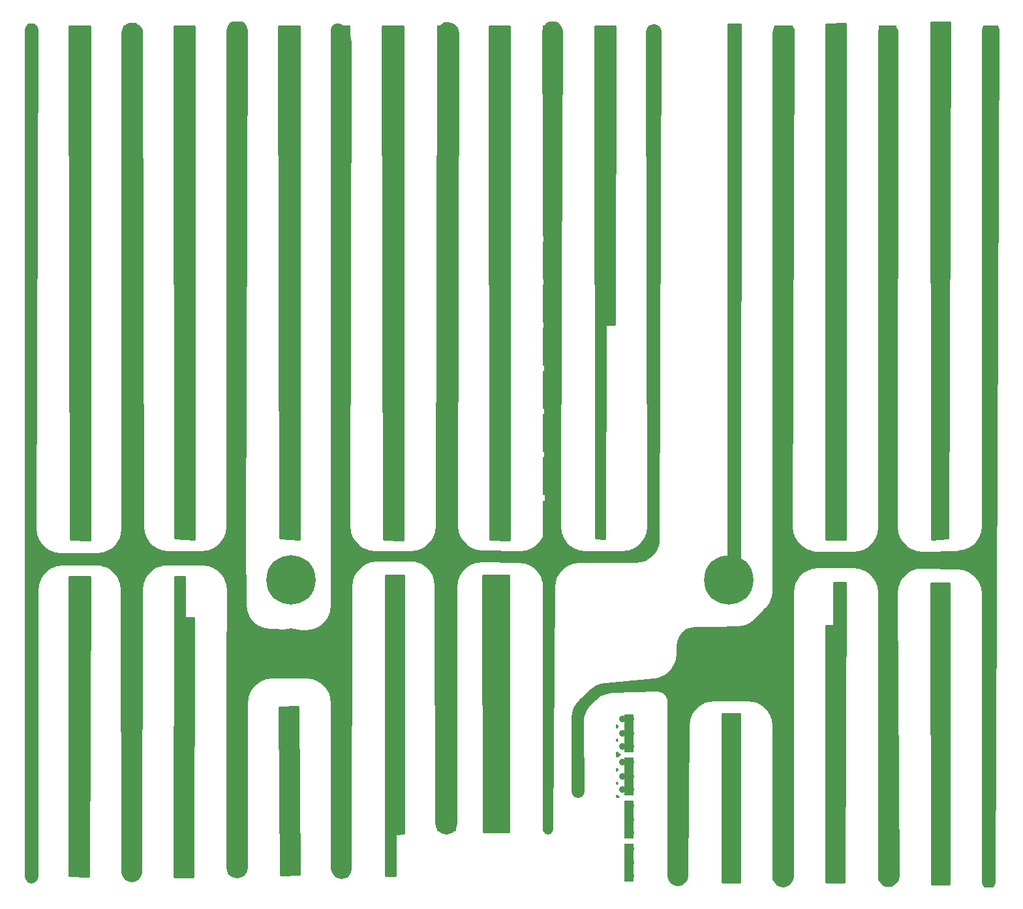
<source format=gbr>
G04 #@! TF.GenerationSoftware,KiCad,Pcbnew,(5.0.0)*
G04 #@! TF.CreationDate,2019-05-02T23:43:43-07:00*
G04 #@! TF.ProjectId,SSB Cap Board - Rev2,5353422043617020426F617264202D20,rev?*
G04 #@! TF.SameCoordinates,Original*
G04 #@! TF.FileFunction,Copper,L2,Bot,Signal*
G04 #@! TF.FilePolarity,Positive*
%FSLAX46Y46*%
G04 Gerber Fmt 4.6, Leading zero omitted, Abs format (unit mm)*
G04 Created by KiCad (PCBNEW (5.0.0)) date 05/02/19 23:43:43*
%MOMM*%
%LPD*%
G01*
G04 APERTURE LIST*
G04 #@! TA.AperFunction,SMDPad,CuDef*
%ADD10R,1.250000X5.000000*%
G04 #@! TD*
G04 #@! TA.AperFunction,ComponentPad*
%ADD11C,6.400000*%
G04 #@! TD*
G04 #@! TA.AperFunction,ComponentPad*
%ADD12C,0.800000*%
G04 #@! TD*
G04 #@! TA.AperFunction,ViaPad*
%ADD13C,0.889000*%
G04 #@! TD*
G04 #@! TA.AperFunction,Conductor*
%ADD14C,0.254000*%
G04 #@! TD*
G04 #@! TA.AperFunction,NonConductor*
%ADD15C,0.254000*%
G04 #@! TD*
G04 APERTURE END LIST*
D10*
G04 #@! TO.P,C505,1*
G04 #@! TO.N,/C2+*
X42805000Y19695000D03*
G04 #@! TO.P,C505,2*
G04 #@! TO.N,/C2-*
X48505000Y19695000D03*
G04 #@! TD*
G04 #@! TO.P,C503,1*
G04 #@! TO.N,/C2+*
X28095000Y14105000D03*
G04 #@! TO.P,C503,2*
G04 #@! TO.N,/C2-*
X22395000Y14105000D03*
G04 #@! TD*
G04 #@! TO.P,C502,2*
G04 #@! TO.N,/C2-*
X62105000Y103395000D03*
G04 #@! TO.P,C502,1*
G04 #@! TO.N,/C2+*
X56405000Y103395000D03*
G04 #@! TD*
G04 #@! TO.P,C501,1*
G04 #@! TO.N,/C2+*
X29205000Y103395000D03*
G04 #@! TO.P,C501,2*
G04 #@! TO.N,/C2-*
X34905000Y103395000D03*
G04 #@! TD*
G04 #@! TO.P,C500,2*
G04 #@! TO.N,/C2-*
X62105000Y25295000D03*
G04 #@! TO.P,C500,1*
G04 #@! TO.N,/C2+*
X56405000Y25295000D03*
G04 #@! TD*
G04 #@! TO.P,C498,1*
G04 #@! TO.N,/C2+*
X55295000Y-2695000D03*
G04 #@! TO.P,C498,2*
G04 #@! TO.N,/C2-*
X49595000Y-2695000D03*
G04 #@! TD*
G04 #@! TO.P,C452,2*
G04 #@! TO.N,/C2-*
X48505000Y14095000D03*
G04 #@! TO.P,C452,1*
G04 #@! TO.N,/C2+*
X42805000Y14095000D03*
G04 #@! TD*
G04 #@! TO.P,C449,1*
G04 #@! TO.N,/C2+*
X41695000Y53005000D03*
G04 #@! TO.P,C449,2*
G04 #@! TO.N,/C2-*
X35995000Y53005000D03*
G04 #@! TD*
G04 #@! TO.P,C496,2*
G04 #@! TO.N,/C2-*
X21205000Y14095000D03*
G04 #@! TO.P,C496,1*
G04 #@! TO.N,/C2+*
X15505000Y14095000D03*
G04 #@! TD*
G04 #@! TO.P,C495,1*
G04 #@! TO.N,/C2+*
X29205000Y2895000D03*
G04 #@! TO.P,C495,2*
G04 #@! TO.N,/C2-*
X34905000Y2895000D03*
G04 #@! TD*
G04 #@! TO.P,C494,2*
G04 #@! TO.N,/C2-*
X48505000Y30895000D03*
G04 #@! TO.P,C494,1*
G04 #@! TO.N,/C2+*
X42805000Y30895000D03*
G04 #@! TD*
G04 #@! TO.P,C493,1*
G04 #@! TO.N,/C2+*
X29205000Y97795000D03*
G04 #@! TO.P,C493,2*
G04 #@! TO.N,/C2-*
X34905000Y97795000D03*
G04 #@! TD*
G04 #@! TO.P,C492,2*
G04 #@! TO.N,/C2-*
X62105000Y19695000D03*
G04 #@! TO.P,C492,1*
G04 #@! TO.N,/C2+*
X56405000Y19695000D03*
G04 #@! TD*
G04 #@! TO.P,C491,1*
G04 #@! TO.N,/C2+*
X55295000Y2905000D03*
G04 #@! TO.P,C491,2*
G04 #@! TO.N,/C2-*
X49595000Y2905000D03*
G04 #@! TD*
G04 #@! TO.P,C490,2*
G04 #@! TO.N,/C2-*
X48505000Y8495000D03*
G04 #@! TO.P,C490,1*
G04 #@! TO.N,/C2+*
X42805000Y8495000D03*
G04 #@! TD*
G04 #@! TO.P,C499,1*
G04 #@! TO.N,/C2+*
X41695000Y58605000D03*
G04 #@! TO.P,C499,2*
G04 #@! TO.N,/C2-*
X35995000Y58605000D03*
G04 #@! TD*
G04 #@! TO.P,C497,2*
G04 #@! TO.N,/C2-*
X22395000Y-2695000D03*
G04 #@! TO.P,C497,1*
G04 #@! TO.N,/C2+*
X28095000Y-2695000D03*
G04 #@! TD*
G04 #@! TO.P,C524,1*
G04 #@! TO.N,/C2+*
X41695000Y47405000D03*
G04 #@! TO.P,C524,2*
G04 #@! TO.N,/C2-*
X35995000Y47405000D03*
G04 #@! TD*
G04 #@! TO.P,C523,2*
G04 #@! TO.N,/C2-*
X34905000Y-2705000D03*
G04 #@! TO.P,C523,1*
G04 #@! TO.N,/C2+*
X29205000Y-2705000D03*
G04 #@! TD*
G04 #@! TO.P,C522,1*
G04 #@! TO.N,/C2+*
X55295000Y81005000D03*
G04 #@! TO.P,C522,2*
G04 #@! TO.N,/C2-*
X49595000Y81005000D03*
G04 #@! TD*
G04 #@! TO.P,C521,2*
G04 #@! TO.N,/C2-*
X34905000Y92195000D03*
G04 #@! TO.P,C521,1*
G04 #@! TO.N,/C2+*
X29205000Y92195000D03*
G04 #@! TD*
G04 #@! TO.P,C520,1*
G04 #@! TO.N,/C2+*
X56405000Y14095000D03*
G04 #@! TO.P,C520,2*
G04 #@! TO.N,/C2-*
X62105000Y14095000D03*
G04 #@! TD*
G04 #@! TO.P,C519,2*
G04 #@! TO.N,/C2-*
X49595000Y8505000D03*
G04 #@! TO.P,C519,1*
G04 #@! TO.N,/C2+*
X55295000Y8505000D03*
G04 #@! TD*
G04 #@! TO.P,C518,1*
G04 #@! TO.N,/C2+*
X42805000Y2895000D03*
G04 #@! TO.P,C518,2*
G04 #@! TO.N,/C2-*
X48505000Y2895000D03*
G04 #@! TD*
G04 #@! TO.P,C480,2*
G04 #@! TO.N,/C2-*
X35995000Y64205000D03*
G04 #@! TO.P,C480,1*
G04 #@! TO.N,/C2+*
X41695000Y64205000D03*
G04 #@! TD*
G04 #@! TO.P,C506,1*
G04 #@! TO.N,/C2+*
X28095000Y2905000D03*
G04 #@! TO.P,C506,2*
G04 #@! TO.N,/C2-*
X22395000Y2905000D03*
G04 #@! TD*
G04 #@! TO.P,C515,2*
G04 #@! TO.N,/C2-*
X48505000Y103395000D03*
G04 #@! TO.P,C515,1*
G04 #@! TO.N,/C2+*
X42805000Y103395000D03*
G04 #@! TD*
G04 #@! TO.P,C514,1*
G04 #@! TO.N,/C2+*
X41695000Y-2695000D03*
G04 #@! TO.P,C514,2*
G04 #@! TO.N,/C2-*
X35995000Y-2695000D03*
G04 #@! TD*
G04 #@! TO.P,C513,2*
G04 #@! TO.N,/C2-*
X62105000Y41795000D03*
G04 #@! TO.P,C513,1*
G04 #@! TO.N,/C2+*
X56405000Y41795000D03*
G04 #@! TD*
G04 #@! TO.P,C512,1*
G04 #@! TO.N,/C2+*
X55295000Y86605000D03*
G04 #@! TO.P,C512,2*
G04 #@! TO.N,/C2-*
X49595000Y86605000D03*
G04 #@! TD*
G04 #@! TO.P,C511,2*
G04 #@! TO.N,/C2-*
X34905000Y86595000D03*
G04 #@! TO.P,C511,1*
G04 #@! TO.N,/C2+*
X29205000Y86595000D03*
G04 #@! TD*
G04 #@! TO.P,C510,1*
G04 #@! TO.N,/C2+*
X56405000Y8495000D03*
G04 #@! TO.P,C510,2*
G04 #@! TO.N,/C2-*
X62105000Y8495000D03*
G04 #@! TD*
G04 #@! TO.P,C509,2*
G04 #@! TO.N,/C2-*
X49595000Y14105000D03*
G04 #@! TO.P,C509,1*
G04 #@! TO.N,/C2+*
X55295000Y14105000D03*
G04 #@! TD*
G04 #@! TO.P,C507,1*
G04 #@! TO.N,/C2+*
X42805000Y-2705000D03*
G04 #@! TO.P,C507,2*
G04 #@! TO.N,/C2-*
X48505000Y-2705000D03*
G04 #@! TD*
G04 #@! TO.P,C516,2*
G04 #@! TO.N,/C2-*
X35995000Y69805000D03*
G04 #@! TO.P,C516,1*
G04 #@! TO.N,/C2+*
X41695000Y69805000D03*
G04 #@! TD*
G04 #@! TO.P,C469,1*
G04 #@! TO.N,/C2+*
X28095000Y8505000D03*
G04 #@! TO.P,C469,2*
G04 #@! TO.N,/C2-*
X22395000Y8505000D03*
G04 #@! TD*
G04 #@! TO.P,C468,2*
G04 #@! TO.N,/C2-*
X48505000Y97795000D03*
G04 #@! TO.P,C468,1*
G04 #@! TO.N,/C2+*
X42805000Y97795000D03*
G04 #@! TD*
G04 #@! TO.P,C467,1*
G04 #@! TO.N,/C2+*
X41695000Y2905000D03*
G04 #@! TO.P,C467,2*
G04 #@! TO.N,/C2-*
X35995000Y2905000D03*
G04 #@! TD*
G04 #@! TO.P,C466,2*
G04 #@! TO.N,/C2-*
X49595000Y41805000D03*
G04 #@! TO.P,C466,1*
G04 #@! TO.N,/C2+*
X55295000Y41805000D03*
G04 #@! TD*
G04 #@! TO.P,C465,1*
G04 #@! TO.N,/C2+*
X55295000Y92205000D03*
G04 #@! TO.P,C465,2*
G04 #@! TO.N,/C2-*
X49595000Y92205000D03*
G04 #@! TD*
G04 #@! TO.P,C464,2*
G04 #@! TO.N,/C2-*
X48505000Y41795000D03*
G04 #@! TO.P,C464,1*
G04 #@! TO.N,/C2+*
X42805000Y41795000D03*
G04 #@! TD*
G04 #@! TO.P,C463,1*
G04 #@! TO.N,/C2+*
X29205000Y80995000D03*
G04 #@! TO.P,C463,2*
G04 #@! TO.N,/C2-*
X34905000Y80995000D03*
G04 #@! TD*
G04 #@! TO.P,C461,2*
G04 #@! TO.N,/C2-*
X62105000Y2895000D03*
G04 #@! TO.P,C461,1*
G04 #@! TO.N,/C2+*
X56405000Y2895000D03*
G04 #@! TD*
G04 #@! TO.P,C488,1*
G04 #@! TO.N,/C2+*
X55295000Y19705000D03*
G04 #@! TO.P,C488,2*
G04 #@! TO.N,/C2-*
X49595000Y19705000D03*
G04 #@! TD*
G04 #@! TO.P,C460,2*
G04 #@! TO.N,/C2-*
X35995000Y75405000D03*
G04 #@! TO.P,C460,1*
G04 #@! TO.N,/C2+*
X41695000Y75405000D03*
G04 #@! TD*
G04 #@! TO.P,C459,1*
G04 #@! TO.N,/C2+*
X29205000Y8495000D03*
G04 #@! TO.P,C459,2*
G04 #@! TO.N,/C2-*
X34905000Y8495000D03*
G04 #@! TD*
G04 #@! TO.P,C458,2*
G04 #@! TO.N,/C2-*
X48505000Y92195000D03*
G04 #@! TO.P,C458,1*
G04 #@! TO.N,/C2+*
X42805000Y92195000D03*
G04 #@! TD*
G04 #@! TO.P,C457,1*
G04 #@! TO.N,/C2+*
X41695000Y8505000D03*
G04 #@! TO.P,C457,2*
G04 #@! TO.N,/C2-*
X35995000Y8505000D03*
G04 #@! TD*
G04 #@! TO.P,C455,1*
G04 #@! TO.N,/C2+*
X55295000Y97805000D03*
G04 #@! TO.P,C455,2*
G04 #@! TO.N,/C2-*
X49595000Y97805000D03*
G04 #@! TD*
G04 #@! TO.P,C454,2*
G04 #@! TO.N,/C2-*
X35995000Y41805000D03*
G04 #@! TO.P,C454,1*
G04 #@! TO.N,/C2+*
X41695000Y41805000D03*
G04 #@! TD*
G04 #@! TO.P,C453,1*
G04 #@! TO.N,/C2+*
X29205000Y75395000D03*
G04 #@! TO.P,C453,2*
G04 #@! TO.N,/C2-*
X34905000Y75395000D03*
G04 #@! TD*
G04 #@! TO.P,C489,1*
G04 #@! TO.N,/C2+*
X41695000Y19705000D03*
G04 #@! TO.P,C489,2*
G04 #@! TO.N,/C2-*
X35995000Y19705000D03*
G04 #@! TD*
G04 #@! TO.P,C487,2*
G04 #@! TO.N,/C2-*
X49595000Y25305000D03*
G04 #@! TO.P,C487,1*
G04 #@! TO.N,/C2+*
X55295000Y25305000D03*
G04 #@! TD*
G04 #@! TO.P,C486,1*
G04 #@! TO.N,/C2+*
X41695000Y81005000D03*
G04 #@! TO.P,C486,2*
G04 #@! TO.N,/C2-*
X35995000Y81005000D03*
G04 #@! TD*
G04 #@! TO.P,C485,2*
G04 #@! TO.N,/C2-*
X48505000Y86595000D03*
G04 #@! TO.P,C485,1*
G04 #@! TO.N,/C2+*
X42805000Y86595000D03*
G04 #@! TD*
G04 #@! TO.P,C484,1*
G04 #@! TO.N,/C2+*
X41695000Y14105000D03*
G04 #@! TO.P,C484,2*
G04 #@! TO.N,/C2-*
X35995000Y14105000D03*
G04 #@! TD*
G04 #@! TO.P,C483,2*
G04 #@! TO.N,/C2-*
X62105000Y86595000D03*
G04 #@! TO.P,C483,1*
G04 #@! TO.N,/C2+*
X56405000Y86595000D03*
G04 #@! TD*
G04 #@! TO.P,C482,1*
G04 #@! TO.N,/C2+*
X55295000Y103405000D03*
G04 #@! TO.P,C482,2*
G04 #@! TO.N,/C2-*
X49595000Y103405000D03*
G04 #@! TD*
G04 #@! TO.P,C481,2*
G04 #@! TO.N,/C2-*
X62105000Y97795000D03*
G04 #@! TO.P,C481,1*
G04 #@! TO.N,/C2+*
X56405000Y97795000D03*
G04 #@! TD*
G04 #@! TO.P,C508,1*
G04 #@! TO.N,/C2+*
X29205000Y69795000D03*
G04 #@! TO.P,C508,2*
G04 #@! TO.N,/C2-*
X34905000Y69795000D03*
G04 #@! TD*
G04 #@! TO.P,C478,1*
G04 #@! TO.N,/C2+*
X15505000Y8495000D03*
G04 #@! TO.P,C478,2*
G04 #@! TO.N,/C2-*
X21205000Y8495000D03*
G04 #@! TD*
G04 #@! TO.P,C476,1*
G04 #@! TO.N,/C2+*
X42805000Y25295000D03*
G04 #@! TO.P,C476,2*
G04 #@! TO.N,/C2-*
X48505000Y25295000D03*
G04 #@! TD*
G04 #@! TO.P,C475,2*
G04 #@! TO.N,/C2-*
X35995000Y86605000D03*
G04 #@! TO.P,C475,1*
G04 #@! TO.N,/C2+*
X41695000Y86605000D03*
G04 #@! TD*
G04 #@! TO.P,C474,1*
G04 #@! TO.N,/C2+*
X42805000Y80995000D03*
G04 #@! TO.P,C474,2*
G04 #@! TO.N,/C2-*
X48505000Y80995000D03*
G04 #@! TD*
G04 #@! TO.P,C473,2*
G04 #@! TO.N,/C2-*
X62105000Y80995000D03*
G04 #@! TO.P,C473,1*
G04 #@! TO.N,/C2+*
X56405000Y80995000D03*
G04 #@! TD*
G04 #@! TO.P,C472,1*
G04 #@! TO.N,/C2+*
X56405000Y-2705000D03*
G04 #@! TO.P,C472,2*
G04 #@! TO.N,/C2-*
X62105000Y-2705000D03*
G04 #@! TD*
G04 #@! TO.P,C471,2*
G04 #@! TO.N,/C2-*
X49595000Y30905000D03*
G04 #@! TO.P,C471,1*
G04 #@! TO.N,/C2+*
X55295000Y30905000D03*
G04 #@! TD*
G04 #@! TO.P,C470,1*
G04 #@! TO.N,/C2+*
X29205000Y64195000D03*
G04 #@! TO.P,C470,2*
G04 #@! TO.N,/C2-*
X34905000Y64195000D03*
G04 #@! TD*
G04 #@! TO.P,C579,1*
G04 #@! TO.N,/C2+*
X15505000Y2895000D03*
G04 #@! TO.P,C579,2*
G04 #@! TO.N,/C2-*
X21205000Y2895000D03*
G04 #@! TD*
G04 #@! TO.P,C575,1*
G04 #@! TO.N,/C2+*
X41695000Y92205000D03*
G04 #@! TO.P,C575,2*
G04 #@! TO.N,/C2-*
X35995000Y92205000D03*
G04 #@! TD*
G04 #@! TO.P,C574,2*
G04 #@! TO.N,/C2-*
X48505000Y75395000D03*
G04 #@! TO.P,C574,1*
G04 #@! TO.N,/C2+*
X42805000Y75395000D03*
G04 #@! TD*
G04 #@! TO.P,C600,1*
G04 #@! TO.N,/C2+*
X56405000Y75395000D03*
G04 #@! TO.P,C600,2*
G04 #@! TO.N,/C2-*
X62105000Y75395000D03*
G04 #@! TD*
G04 #@! TO.P,C572,2*
G04 #@! TO.N,/C2-*
X62105000Y30895000D03*
G04 #@! TO.P,C572,1*
G04 #@! TO.N,/C2+*
X56405000Y30895000D03*
G04 #@! TD*
G04 #@! TO.P,C525,1*
G04 #@! TO.N,/C2+*
X29205000Y58595000D03*
G04 #@! TO.P,C525,2*
G04 #@! TO.N,/C2-*
X34905000Y58595000D03*
G04 #@! TD*
G04 #@! TO.P,C569,1*
G04 #@! TO.N,/C2+*
X15505000Y-2705000D03*
G04 #@! TO.P,C569,2*
G04 #@! TO.N,/C2-*
X21205000Y-2705000D03*
G04 #@! TD*
G04 #@! TO.P,C565,1*
G04 #@! TO.N,/C2+*
X41695000Y97805000D03*
G04 #@! TO.P,C565,2*
G04 #@! TO.N,/C2-*
X35995000Y97805000D03*
G04 #@! TD*
G04 #@! TO.P,C526,1*
G04 #@! TO.N,/C2+*
X42805000Y69795000D03*
G04 #@! TO.P,C526,2*
G04 #@! TO.N,/C2-*
X48505000Y69795000D03*
G04 #@! TD*
G04 #@! TO.P,C571,2*
G04 #@! TO.N,/C2-*
X62105000Y69795000D03*
G04 #@! TO.P,C571,1*
G04 #@! TO.N,/C2+*
X56405000Y69795000D03*
G04 #@! TD*
G04 #@! TO.P,C598,1*
G04 #@! TO.N,/C2+*
X41695000Y25305000D03*
G04 #@! TO.P,C598,2*
G04 #@! TO.N,/C2-*
X35995000Y25305000D03*
G04 #@! TD*
G04 #@! TO.P,C582,1*
G04 #@! TO.N,/C2+*
X41695000Y103405000D03*
G04 #@! TO.P,C582,2*
G04 #@! TO.N,/C2-*
X35995000Y103405000D03*
G04 #@! TD*
G04 #@! TO.P,C580,2*
G04 #@! TO.N,/C2-*
X62105000Y92195000D03*
G04 #@! TO.P,C580,1*
G04 #@! TO.N,/C2+*
X56405000Y92195000D03*
G04 #@! TD*
G04 #@! TO.P,C589,1*
G04 #@! TO.N,/C2+*
X42805000Y64195000D03*
G04 #@! TO.P,C589,2*
G04 #@! TO.N,/C2-*
X48505000Y64195000D03*
G04 #@! TD*
G04 #@! TO.P,C587,1*
G04 #@! TO.N,/C2+*
X56405000Y64195000D03*
G04 #@! TO.P,C587,2*
G04 #@! TO.N,/C2-*
X62105000Y64195000D03*
G04 #@! TD*
G04 #@! TO.P,C586,2*
G04 #@! TO.N,/C2-*
X49595000Y47405000D03*
G04 #@! TO.P,C586,1*
G04 #@! TO.N,/C2+*
X55295000Y47405000D03*
G04 #@! TD*
G04 #@! TO.P,C581,1*
G04 #@! TO.N,/C2+*
X29205000Y52995000D03*
G04 #@! TO.P,C581,2*
G04 #@! TO.N,/C2-*
X34905000Y52995000D03*
G04 #@! TD*
G04 #@! TO.P,C543,1*
G04 #@! TO.N,/C2+*
X42805000Y58595000D03*
G04 #@! TO.P,C543,2*
G04 #@! TO.N,/C2-*
X48505000Y58595000D03*
G04 #@! TD*
G04 #@! TO.P,C541,1*
G04 #@! TO.N,/C2+*
X56405000Y58595000D03*
G04 #@! TO.P,C541,2*
G04 #@! TO.N,/C2-*
X62105000Y58595000D03*
G04 #@! TD*
G04 #@! TO.P,C539,1*
G04 #@! TO.N,/C2+*
X55295000Y53005000D03*
G04 #@! TO.P,C539,2*
G04 #@! TO.N,/C2-*
X49595000Y53005000D03*
G04 #@! TD*
G04 #@! TO.P,C538,2*
G04 #@! TO.N,/C2-*
X34905000Y14095000D03*
G04 #@! TO.P,C538,1*
G04 #@! TO.N,/C2+*
X29205000Y14095000D03*
G04 #@! TD*
G04 #@! TO.P,C563,1*
G04 #@! TO.N,/C2+*
X29205000Y47395000D03*
G04 #@! TO.P,C563,2*
G04 #@! TO.N,/C2-*
X34905000Y47395000D03*
G04 #@! TD*
G04 #@! TO.P,C533,1*
G04 #@! TO.N,/C2+*
X42805000Y52995000D03*
G04 #@! TO.P,C533,2*
G04 #@! TO.N,/C2-*
X48505000Y52995000D03*
G04 #@! TD*
G04 #@! TO.P,C531,1*
G04 #@! TO.N,/C2+*
X56405000Y52995000D03*
G04 #@! TO.P,C531,2*
G04 #@! TO.N,/C2-*
X62105000Y52995000D03*
G04 #@! TD*
G04 #@! TO.P,C529,1*
G04 #@! TO.N,/C2+*
X55295000Y58605000D03*
G04 #@! TO.P,C529,2*
G04 #@! TO.N,/C2-*
X49595000Y58605000D03*
G04 #@! TD*
G04 #@! TO.P,C561,1*
G04 #@! TO.N,/C2+*
X42805000Y47395000D03*
G04 #@! TO.P,C561,2*
G04 #@! TO.N,/C2-*
X48505000Y47395000D03*
G04 #@! TD*
G04 #@! TO.P,C559,1*
G04 #@! TO.N,/C2+*
X56405000Y47395000D03*
G04 #@! TO.P,C559,2*
G04 #@! TO.N,/C2-*
X62105000Y47395000D03*
G04 #@! TD*
G04 #@! TO.P,C557,1*
G04 #@! TO.N,/C2+*
X55295000Y64205000D03*
G04 #@! TO.P,C557,2*
G04 #@! TO.N,/C2-*
X49595000Y64205000D03*
G04 #@! TD*
G04 #@! TO.P,C549,1*
G04 #@! TO.N,/C2+*
X29205000Y41795000D03*
G04 #@! TO.P,C549,2*
G04 #@! TO.N,/C2-*
X34905000Y41795000D03*
G04 #@! TD*
G04 #@! TO.P,C547,1*
G04 #@! TO.N,/C2+*
X55295000Y69805000D03*
G04 #@! TO.P,C547,2*
G04 #@! TO.N,/C2-*
X49595000Y69805000D03*
G04 #@! TD*
G04 #@! TO.P,C426,2*
G04 #@! TO.N,/C2-*
X49595000Y75405000D03*
G04 #@! TO.P,C426,1*
G04 #@! TO.N,/C2+*
X55295000Y75405000D03*
G04 #@! TD*
G04 #@! TO.P,C173,2*
G04 #@! TO.N,/C1-*
X-62105000Y31805000D03*
G04 #@! TO.P,C173,1*
G04 #@! TO.N,/C1+*
X-56405000Y31805000D03*
G04 #@! TD*
G04 #@! TO.P,C300,1*
G04 #@! TO.N,/C1+*
X-28095000Y80995000D03*
G04 #@! TO.P,C300,2*
G04 #@! TO.N,/C1-*
X-22395000Y80995000D03*
G04 #@! TD*
G04 #@! TO.P,C242,1*
G04 #@! TO.N,/C1+*
X-28095000Y86595000D03*
G04 #@! TO.P,C242,2*
G04 #@! TO.N,/C1-*
X-22395000Y86595000D03*
G04 #@! TD*
G04 #@! TO.P,C239,2*
G04 #@! TO.N,/C1-*
X-22395000Y58595000D03*
G04 #@! TO.P,C239,1*
G04 #@! TO.N,/C1+*
X-28095000Y58595000D03*
G04 #@! TD*
G04 #@! TO.P,C232,2*
G04 #@! TO.N,/C1-*
X-22395000Y92195000D03*
G04 #@! TO.P,C232,1*
G04 #@! TO.N,/C1+*
X-28095000Y92195000D03*
G04 #@! TD*
G04 #@! TO.P,C250,1*
G04 #@! TO.N,/C1+*
X-28095000Y64195000D03*
G04 #@! TO.P,C250,2*
G04 #@! TO.N,/C1-*
X-22395000Y64195000D03*
G04 #@! TD*
G04 #@! TO.P,C255,2*
G04 #@! TO.N,/C1-*
X-22395000Y41795000D03*
G04 #@! TO.P,C255,1*
G04 #@! TO.N,/C1+*
X-28095000Y41795000D03*
G04 #@! TD*
G04 #@! TO.P,C64,2*
G04 #@! TO.N,/C1-*
X-62105000Y26205000D03*
G04 #@! TO.P,C64,1*
G04 #@! TO.N,/C1+*
X-56405000Y26205000D03*
G04 #@! TD*
G04 #@! TO.P,C5,2*
G04 #@! TO.N,/C1-*
X18605000Y92195000D03*
G04 #@! TO.P,C5,1*
G04 #@! TO.N,/C1+*
X12905000Y92195000D03*
G04 #@! TD*
G04 #@! TO.P,C23,2*
G04 #@! TO.N,/C1-*
X18605000Y97795000D03*
G04 #@! TO.P,C23,1*
G04 #@! TO.N,/C1+*
X12905000Y97795000D03*
G04 #@! TD*
G04 #@! TO.P,C29,1*
G04 #@! TO.N,/C1+*
X12905000Y75395000D03*
G04 #@! TO.P,C29,2*
G04 #@! TO.N,/C1-*
X18605000Y75395000D03*
G04 #@! TD*
G04 #@! TO.P,C129,2*
G04 #@! TO.N,/C1-*
X18605000Y103395000D03*
G04 #@! TO.P,C129,1*
G04 #@! TO.N,/C1+*
X12905000Y103395000D03*
G04 #@! TD*
G04 #@! TO.P,C128,1*
G04 #@! TO.N,/C1+*
X12905000Y80995000D03*
G04 #@! TO.P,C128,2*
G04 #@! TO.N,/C1-*
X18605000Y80995000D03*
G04 #@! TD*
G04 #@! TO.P,C127,2*
G04 #@! TO.N,/C1-*
X18605000Y69795000D03*
G04 #@! TO.P,C127,1*
G04 #@! TO.N,/C1+*
X12905000Y69795000D03*
G04 #@! TD*
G04 #@! TO.P,C110,2*
G04 #@! TO.N,/C1-*
X18605000Y86595000D03*
G04 #@! TO.P,C110,1*
G04 #@! TO.N,/C1+*
X12905000Y86595000D03*
G04 #@! TD*
G04 #@! TO.P,C307,1*
G04 #@! TO.N,/C1+*
X-28095000Y75395000D03*
G04 #@! TO.P,C307,2*
G04 #@! TO.N,/C1-*
X-22395000Y75395000D03*
G04 #@! TD*
G04 #@! TO.P,C337,2*
G04 #@! TO.N,/C1-*
X-22395000Y47395000D03*
G04 #@! TO.P,C337,1*
G04 #@! TO.N,/C1+*
X-28095000Y47395000D03*
G04 #@! TD*
G04 #@! TO.P,C326,1*
G04 #@! TO.N,/C1+*
X-28095000Y103395000D03*
G04 #@! TO.P,C326,2*
G04 #@! TO.N,/C1-*
X-22395000Y103395000D03*
G04 #@! TD*
G04 #@! TO.P,C323,2*
G04 #@! TO.N,/C1-*
X-22395000Y69795000D03*
G04 #@! TO.P,C323,1*
G04 #@! TO.N,/C1+*
X-28095000Y69795000D03*
G04 #@! TD*
G04 #@! TO.P,C391,2*
G04 #@! TO.N,/C1-*
X-22395000Y97795000D03*
G04 #@! TO.P,C391,1*
G04 #@! TO.N,/C1+*
X-28095000Y97795000D03*
G04 #@! TD*
G04 #@! TO.P,C400,2*
G04 #@! TO.N,/C1-*
X-22395000Y52995000D03*
G04 #@! TO.P,C400,1*
G04 #@! TO.N,/C1+*
X-28095000Y52995000D03*
G04 #@! TD*
G04 #@! TO.P,C342,1*
G04 #@! TO.N,/C1+*
X-41695000Y-1805000D03*
G04 #@! TO.P,C342,2*
G04 #@! TO.N,/C1-*
X-35995000Y-1805000D03*
G04 #@! TD*
G04 #@! TO.P,C341,1*
G04 #@! TO.N,/C1+*
X-42880365Y-1795000D03*
G04 #@! TO.P,C341,2*
G04 #@! TO.N,/C1-*
X-48580365Y-1795000D03*
G04 #@! TD*
G04 #@! TO.P,C340,1*
G04 #@! TO.N,/C1+*
X-28095000Y3795000D03*
G04 #@! TO.P,C340,2*
G04 #@! TO.N,/C1-*
X-22395000Y3795000D03*
G04 #@! TD*
G04 #@! TO.P,C339,1*
G04 #@! TO.N,/C1+*
X-15605000Y-1795000D03*
G04 #@! TO.P,C339,2*
G04 #@! TO.N,/C1-*
X-21305000Y-1795000D03*
G04 #@! TD*
G04 #@! TO.P,C338,1*
G04 #@! TO.N,/C1+*
X-56405000Y41805000D03*
G04 #@! TO.P,C338,2*
G04 #@! TO.N,/C1-*
X-62105000Y41805000D03*
G04 #@! TD*
G04 #@! TO.P,C336,1*
G04 #@! TO.N,/C1+*
X-29205000Y-1795000D03*
G04 #@! TO.P,C336,2*
G04 #@! TO.N,/C1-*
X-34905000Y-1795000D03*
G04 #@! TD*
G04 #@! TO.P,C335,1*
G04 #@! TO.N,/C1+*
X-55295000Y26295000D03*
G04 #@! TO.P,C335,2*
G04 #@! TO.N,/C1-*
X-49595000Y26295000D03*
G04 #@! TD*
G04 #@! TO.P,C334,1*
G04 #@! TO.N,/C1+*
X-42805000Y3805000D03*
G04 #@! TO.P,C334,2*
G04 #@! TO.N,/C1-*
X-48505000Y3805000D03*
G04 #@! TD*
G04 #@! TO.P,C333,1*
G04 #@! TO.N,/C1+*
X-42805000Y31805000D03*
G04 #@! TO.P,C333,2*
G04 #@! TO.N,/C1-*
X-48505000Y31805000D03*
G04 #@! TD*
G04 #@! TO.P,C332,1*
G04 #@! TO.N,/C1+*
X-28095000Y-1805000D03*
G04 #@! TO.P,C332,2*
G04 #@! TO.N,/C1-*
X-22395000Y-1805000D03*
G04 #@! TD*
G04 #@! TO.P,C376,1*
G04 #@! TO.N,/C1+*
X-15605000Y3805000D03*
G04 #@! TO.P,C376,2*
G04 #@! TO.N,/C1-*
X-21305000Y3805000D03*
G04 #@! TD*
G04 #@! TO.P,C328,1*
G04 #@! TO.N,/C1+*
X-56405000Y47405000D03*
G04 #@! TO.P,C328,2*
G04 #@! TO.N,/C1-*
X-62105000Y47405000D03*
G04 #@! TD*
G04 #@! TO.P,C327,1*
G04 #@! TO.N,/C1+*
X-55295000Y97795000D03*
G04 #@! TO.P,C327,2*
G04 #@! TO.N,/C1-*
X-49595000Y97795000D03*
G04 #@! TD*
G04 #@! TO.P,C325,1*
G04 #@! TO.N,/C1+*
X-55295000Y20695000D03*
G04 #@! TO.P,C325,2*
G04 #@! TO.N,/C1-*
X-49595000Y20695000D03*
G04 #@! TD*
G04 #@! TO.P,C324,1*
G04 #@! TO.N,/C1+*
X-42805000Y9405000D03*
G04 #@! TO.P,C324,2*
G04 #@! TO.N,/C1-*
X-48505000Y9405000D03*
G04 #@! TD*
G04 #@! TO.P,C322,1*
G04 #@! TO.N,/C1+*
X-55295000Y-1805000D03*
G04 #@! TO.P,C322,2*
G04 #@! TO.N,/C1-*
X-49595000Y-1805000D03*
G04 #@! TD*
G04 #@! TO.P,C321,1*
G04 #@! TO.N,/C1+*
X-15605000Y9405000D03*
G04 #@! TO.P,C321,2*
G04 #@! TO.N,/C1-*
X-21305000Y9405000D03*
G04 #@! TD*
G04 #@! TO.P,C320,1*
G04 #@! TO.N,/C1+*
X-56405000Y53005000D03*
G04 #@! TO.P,C320,2*
G04 #@! TO.N,/C1-*
X-62105000Y53005000D03*
G04 #@! TD*
G04 #@! TO.P,C319,1*
G04 #@! TO.N,/C1+*
X-55295000Y92195000D03*
G04 #@! TO.P,C319,2*
G04 #@! TO.N,/C1-*
X-49595000Y92195000D03*
G04 #@! TD*
G04 #@! TO.P,C318,1*
G04 #@! TO.N,/C1+*
X-1905000Y41805000D03*
G04 #@! TO.P,C318,2*
G04 #@! TO.N,/C1-*
X-7605000Y41805000D03*
G04 #@! TD*
G04 #@! TO.P,C317,1*
G04 #@! TO.N,/C1+*
X-29205000Y9405000D03*
G04 #@! TO.P,C317,2*
G04 #@! TO.N,/C1-*
X-34905000Y9405000D03*
G04 #@! TD*
G04 #@! TO.P,C316,1*
G04 #@! TO.N,/C1+*
X-55295000Y15095000D03*
G04 #@! TO.P,C316,2*
G04 #@! TO.N,/C1-*
X-49595000Y15095000D03*
G04 #@! TD*
G04 #@! TO.P,C331,1*
G04 #@! TO.N,/C1+*
X-42805000Y15005000D03*
G04 #@! TO.P,C331,2*
G04 #@! TO.N,/C1-*
X-48505000Y15005000D03*
G04 #@! TD*
G04 #@! TO.P,C330,1*
G04 #@! TO.N,/C1+*
X-41695000Y26195000D03*
G04 #@! TO.P,C330,2*
G04 #@! TO.N,/C1-*
X-35995000Y26195000D03*
G04 #@! TD*
G04 #@! TO.P,C329,1*
G04 #@! TO.N,/C1+*
X-1905000Y3805000D03*
G04 #@! TO.P,C329,2*
G04 #@! TO.N,/C1-*
X-7605000Y3805000D03*
G04 #@! TD*
G04 #@! TO.P,C374,1*
G04 #@! TO.N,/C1+*
X-15605000Y15005000D03*
G04 #@! TO.P,C374,2*
G04 #@! TO.N,/C1-*
X-21305000Y15005000D03*
G04 #@! TD*
G04 #@! TO.P,C373,1*
G04 #@! TO.N,/C1+*
X-56405000Y58605000D03*
G04 #@! TO.P,C373,2*
G04 #@! TO.N,/C1-*
X-62105000Y58605000D03*
G04 #@! TD*
G04 #@! TO.P,C372,1*
G04 #@! TO.N,/C1+*
X-55295000Y86595000D03*
G04 #@! TO.P,C372,2*
G04 #@! TO.N,/C1-*
X-49595000Y86595000D03*
G04 #@! TD*
G04 #@! TO.P,C371,1*
G04 #@! TO.N,/C1+*
X-795000Y92195000D03*
G04 #@! TO.P,C371,2*
G04 #@! TO.N,/C1-*
X4905000Y92195000D03*
G04 #@! TD*
G04 #@! TO.P,C370,1*
G04 #@! TO.N,/C1+*
X-55295000Y3795000D03*
G04 #@! TO.P,C370,2*
G04 #@! TO.N,/C1-*
X-49595000Y3795000D03*
G04 #@! TD*
G04 #@! TO.P,C369,1*
G04 #@! TO.N,/C1+*
X-1905000Y47405000D03*
G04 #@! TO.P,C369,2*
G04 #@! TO.N,/C1-*
X-7605000Y47405000D03*
G04 #@! TD*
G04 #@! TO.P,C368,1*
G04 #@! TO.N,/C1+*
X-14495000Y103395000D03*
G04 #@! TO.P,C368,2*
G04 #@! TO.N,/C1-*
X-8795000Y103395000D03*
G04 #@! TD*
G04 #@! TO.P,C367,1*
G04 #@! TO.N,/C1+*
X-55295000Y9495000D03*
G04 #@! TO.P,C367,2*
G04 #@! TO.N,/C1-*
X-49595000Y9495000D03*
G04 #@! TD*
G04 #@! TO.P,C366,1*
G04 #@! TO.N,/C1+*
X-42805000Y20605000D03*
G04 #@! TO.P,C366,2*
G04 #@! TO.N,/C1-*
X-48505000Y20605000D03*
G04 #@! TD*
G04 #@! TO.P,C365,1*
G04 #@! TO.N,/C1+*
X-41695000Y20595000D03*
G04 #@! TO.P,C365,2*
G04 #@! TO.N,/C1-*
X-35995000Y20595000D03*
G04 #@! TD*
G04 #@! TO.P,C364,1*
G04 #@! TO.N,/C1+*
X-1905000Y9405000D03*
G04 #@! TO.P,C364,2*
G04 #@! TO.N,/C1-*
X-7605000Y9405000D03*
G04 #@! TD*
G04 #@! TO.P,C363,1*
G04 #@! TO.N,/C1+*
X-15605000Y20605000D03*
G04 #@! TO.P,C363,2*
G04 #@! TO.N,/C1-*
X-21305000Y20605000D03*
G04 #@! TD*
G04 #@! TO.P,C346,1*
G04 #@! TO.N,/C1+*
X-56405000Y64205000D03*
G04 #@! TO.P,C346,2*
G04 #@! TO.N,/C1-*
X-62105000Y64205000D03*
G04 #@! TD*
G04 #@! TO.P,C344,1*
G04 #@! TO.N,/C1+*
X-55295000Y80995000D03*
G04 #@! TO.P,C344,2*
G04 #@! TO.N,/C1-*
X-49595000Y80995000D03*
G04 #@! TD*
G04 #@! TO.P,C359,1*
G04 #@! TO.N,/C1+*
X-795000Y86595000D03*
G04 #@! TO.P,C359,2*
G04 #@! TO.N,/C1-*
X4905000Y86595000D03*
G04 #@! TD*
G04 #@! TO.P,C358,1*
G04 #@! TO.N,/C1+*
X-1905000Y53005000D03*
G04 #@! TO.P,C358,2*
G04 #@! TO.N,/C1-*
X-7605000Y53005000D03*
G04 #@! TD*
G04 #@! TO.P,C357,1*
G04 #@! TO.N,/C1+*
X-14495000Y97795000D03*
G04 #@! TO.P,C357,2*
G04 #@! TO.N,/C1-*
X-8795000Y97795000D03*
G04 #@! TD*
G04 #@! TO.P,C356,1*
G04 #@! TO.N,/C1+*
X-29205000Y15005000D03*
G04 #@! TO.P,C356,2*
G04 #@! TO.N,/C1-*
X-34905000Y15005000D03*
G04 #@! TD*
G04 #@! TO.P,C355,1*
G04 #@! TO.N,/C1+*
X-56405000Y9405000D03*
G04 #@! TO.P,C355,2*
G04 #@! TO.N,/C1-*
X-62105000Y9405000D03*
G04 #@! TD*
G04 #@! TO.P,C354,1*
G04 #@! TO.N,/C1+*
X-42805000Y26205000D03*
G04 #@! TO.P,C354,2*
G04 #@! TO.N,/C1-*
X-48505000Y26205000D03*
G04 #@! TD*
G04 #@! TO.P,C353,1*
G04 #@! TO.N,/C1+*
X-41695000Y14995000D03*
G04 #@! TO.P,C353,2*
G04 #@! TO.N,/C1-*
X-35995000Y14995000D03*
G04 #@! TD*
G04 #@! TO.P,C352,1*
G04 #@! TO.N,/C1+*
X-1905000Y15005000D03*
G04 #@! TO.P,C352,2*
G04 #@! TO.N,/C1-*
X-7605000Y15005000D03*
G04 #@! TD*
G04 #@! TO.P,C351,1*
G04 #@! TO.N,/C1+*
X-15605000Y26205000D03*
G04 #@! TO.P,C351,2*
G04 #@! TO.N,/C1-*
X-21305000Y26205000D03*
G04 #@! TD*
G04 #@! TO.P,C350,1*
G04 #@! TO.N,/C1+*
X-56405000Y69805000D03*
G04 #@! TO.P,C350,2*
G04 #@! TO.N,/C1-*
X-62105000Y69805000D03*
G04 #@! TD*
G04 #@! TO.P,C349,1*
G04 #@! TO.N,/C1+*
X-55295000Y75395000D03*
G04 #@! TO.P,C349,2*
G04 #@! TO.N,/C1-*
X-49595000Y75395000D03*
G04 #@! TD*
G04 #@! TO.P,C348,1*
G04 #@! TO.N,/C1+*
X-795000Y80995000D03*
G04 #@! TO.P,C348,2*
G04 #@! TO.N,/C1-*
X4905000Y80995000D03*
G04 #@! TD*
G04 #@! TO.P,C347,1*
G04 #@! TO.N,/C1+*
X-1905000Y58605000D03*
G04 #@! TO.P,C347,2*
G04 #@! TO.N,/C1-*
X-7605000Y58605000D03*
G04 #@! TD*
G04 #@! TO.P,C362,1*
G04 #@! TO.N,/C1+*
X-14495000Y92195000D03*
G04 #@! TO.P,C362,2*
G04 #@! TO.N,/C1-*
X-8795000Y92195000D03*
G04 #@! TD*
G04 #@! TO.P,C361,1*
G04 #@! TO.N,/C1+*
X-15605000Y47405000D03*
G04 #@! TO.P,C361,2*
G04 #@! TO.N,/C1-*
X-21305000Y47405000D03*
G04 #@! TD*
G04 #@! TO.P,C360,1*
G04 #@! TO.N,/C1+*
X-14495000Y31795000D03*
G04 #@! TO.P,C360,2*
G04 #@! TO.N,/C1-*
X-8795000Y31795000D03*
G04 #@! TD*
G04 #@! TO.P,C279,1*
G04 #@! TO.N,/C1+*
X-56405000Y103405000D03*
G04 #@! TO.P,C279,2*
G04 #@! TO.N,/C1-*
X-62105000Y103405000D03*
G04 #@! TD*
G04 #@! TO.P,C278,1*
G04 #@! TO.N,/C1+*
X-795000Y75395000D03*
G04 #@! TO.P,C278,2*
G04 #@! TO.N,/C1-*
X4905000Y75395000D03*
G04 #@! TD*
G04 #@! TO.P,C277,1*
G04 #@! TO.N,/C1+*
X-14495000Y80995000D03*
G04 #@! TO.P,C277,2*
G04 #@! TO.N,/C1-*
X-8795000Y80995000D03*
G04 #@! TD*
G04 #@! TO.P,C276,1*
G04 #@! TO.N,/C1+*
X-795000Y103395000D03*
G04 #@! TO.P,C276,2*
G04 #@! TO.N,/C1-*
X4905000Y103395000D03*
G04 #@! TD*
G04 #@! TO.P,C275,1*
G04 #@! TO.N,/C1+*
X-28095000Y9395000D03*
G04 #@! TO.P,C275,2*
G04 #@! TO.N,/C1-*
X-22395000Y9395000D03*
G04 #@! TD*
G04 #@! TO.P,C274,1*
G04 #@! TO.N,/C1+*
X-15605000Y41805000D03*
G04 #@! TO.P,C274,2*
G04 #@! TO.N,/C1-*
X-21305000Y41805000D03*
G04 #@! TD*
G04 #@! TO.P,C272,1*
G04 #@! TO.N,/C1+*
X-55295000Y52995000D03*
G04 #@! TO.P,C272,2*
G04 #@! TO.N,/C1-*
X-49595000Y52995000D03*
G04 #@! TD*
G04 #@! TO.P,C271,1*
G04 #@! TO.N,/C1+*
X-795000Y58595000D03*
G04 #@! TO.P,C271,2*
G04 #@! TO.N,/C1-*
X4905000Y58595000D03*
G04 #@! TD*
G04 #@! TO.P,C270,1*
G04 #@! TO.N,/C1+*
X-1905000Y81005000D03*
G04 #@! TO.P,C270,2*
G04 #@! TO.N,/C1-*
X-7605000Y81005000D03*
G04 #@! TD*
G04 #@! TO.P,C269,1*
G04 #@! TO.N,/C1+*
X-14495000Y69795000D03*
G04 #@! TO.P,C269,2*
G04 #@! TO.N,/C1-*
X-8795000Y69795000D03*
G04 #@! TD*
G04 #@! TO.P,C315,1*
G04 #@! TO.N,/C1+*
X-15605000Y69805000D03*
G04 #@! TO.P,C315,2*
G04 #@! TO.N,/C1-*
X-21305000Y69805000D03*
G04 #@! TD*
G04 #@! TO.P,C267,1*
G04 #@! TO.N,/C1+*
X-55295000Y103395000D03*
G04 #@! TO.P,C267,2*
G04 #@! TO.N,/C1-*
X-49595000Y103395000D03*
G04 #@! TD*
G04 #@! TO.P,C313,1*
G04 #@! TO.N,/C1+*
X-14495000Y14995000D03*
G04 #@! TO.P,C313,2*
G04 #@! TO.N,/C1-*
X-8795000Y14995000D03*
G04 #@! TD*
G04 #@! TO.P,C312,1*
G04 #@! TO.N,/C1+*
X-1905000Y103405000D03*
G04 #@! TO.P,C312,2*
G04 #@! TO.N,/C1-*
X-7605000Y103405000D03*
G04 #@! TD*
G04 #@! TO.P,C263,1*
G04 #@! TO.N,/C1+*
X-15605000Y81005000D03*
G04 #@! TO.P,C263,2*
G04 #@! TO.N,/C1-*
X-21305000Y81005000D03*
G04 #@! TD*
G04 #@! TO.P,C256,1*
G04 #@! TO.N,/C1+*
X-795000Y41795000D03*
G04 #@! TO.P,C256,2*
G04 #@! TO.N,/C1-*
X4905000Y41795000D03*
G04 #@! TD*
G04 #@! TO.P,C254,1*
G04 #@! TO.N,/C1+*
X-1905000Y97805000D03*
G04 #@! TO.P,C254,2*
G04 #@! TO.N,/C1-*
X-7605000Y97805000D03*
G04 #@! TD*
G04 #@! TO.P,C253,1*
G04 #@! TO.N,/C1+*
X-14495000Y52995000D03*
G04 #@! TO.P,C253,2*
G04 #@! TO.N,/C1-*
X-8795000Y52995000D03*
G04 #@! TD*
G04 #@! TO.P,C268,1*
G04 #@! TO.N,/C1+*
X-15605000Y86605000D03*
G04 #@! TO.P,C268,2*
G04 #@! TO.N,/C1-*
X-21305000Y86605000D03*
G04 #@! TD*
G04 #@! TO.P,C306,1*
G04 #@! TO.N,/C1+*
X-14495000Y47395000D03*
G04 #@! TO.P,C306,2*
G04 #@! TO.N,/C1-*
X-8795000Y47395000D03*
G04 #@! TD*
G04 #@! TO.P,C305,1*
G04 #@! TO.N,/C1+*
X-15605000Y92205000D03*
G04 #@! TO.P,C305,2*
G04 #@! TO.N,/C1-*
X-21305000Y92205000D03*
G04 #@! TD*
G04 #@! TO.P,C297,1*
G04 #@! TO.N,/C1+*
X-14495000Y41795000D03*
G04 #@! TO.P,C297,2*
G04 #@! TO.N,/C1-*
X-8795000Y41795000D03*
G04 #@! TD*
G04 #@! TO.P,C280,1*
G04 #@! TO.N,/C1+*
X-15605000Y97805000D03*
G04 #@! TO.P,C280,2*
G04 #@! TO.N,/C1-*
X-21305000Y97805000D03*
G04 #@! TD*
G04 #@! TO.P,C290,1*
G04 #@! TO.N,/C1+*
X-795000Y97795000D03*
G04 #@! TO.P,C290,2*
G04 #@! TO.N,/C1-*
X4905000Y97795000D03*
G04 #@! TD*
G04 #@! TO.P,C288,1*
G04 #@! TO.N,/C1+*
X-15605000Y103405000D03*
G04 #@! TO.P,C288,2*
G04 #@! TO.N,/C1-*
X-21305000Y103405000D03*
G04 #@! TD*
G04 #@! TO.P,C375,1*
G04 #@! TO.N,/C1+*
X-55295000Y47395000D03*
G04 #@! TO.P,C375,2*
G04 #@! TO.N,/C1-*
X-49595000Y47395000D03*
G04 #@! TD*
G04 #@! TO.P,C393,1*
G04 #@! TO.N,/C1+*
X-41695000Y103395000D03*
G04 #@! TO.P,C393,2*
G04 #@! TO.N,/C1-*
X-35995000Y103395000D03*
G04 #@! TD*
G04 #@! TO.P,C69,1*
G04 #@! TO.N,/C1+*
X11795000Y86605000D03*
G04 #@! TO.P,C69,2*
G04 #@! TO.N,/C1-*
X6095000Y86605000D03*
G04 #@! TD*
G04 #@! TO.P,C67,1*
G04 #@! TO.N,/C1+*
X-795000Y3795000D03*
G04 #@! TO.P,C67,2*
G04 #@! TO.N,/C1-*
X4905000Y3795000D03*
G04 #@! TD*
G04 #@! TO.P,C66,1*
G04 #@! TO.N,/C1+*
X-795000Y26195000D03*
G04 #@! TO.P,C66,2*
G04 #@! TO.N,/C1-*
X4905000Y26195000D03*
G04 #@! TD*
G04 #@! TO.P,C65,1*
G04 #@! TO.N,/C1+*
X11795000Y47405000D03*
G04 #@! TO.P,C65,2*
G04 #@! TO.N,/C1-*
X6095000Y47405000D03*
G04 #@! TD*
G04 #@! TO.P,C79,1*
G04 #@! TO.N,/C1+*
X-29205000Y47511105D03*
G04 #@! TO.P,C79,2*
G04 #@! TO.N,/C1-*
X-34905000Y47511105D03*
G04 #@! TD*
G04 #@! TO.P,C124,1*
G04 #@! TO.N,/C1+*
X-42805000Y47405000D03*
G04 #@! TO.P,C124,2*
G04 #@! TO.N,/C1-*
X-48505000Y47405000D03*
G04 #@! TD*
G04 #@! TO.P,C123,1*
G04 #@! TO.N,/C1+*
X-41695000Y92195000D03*
G04 #@! TO.P,C123,2*
G04 #@! TO.N,/C1-*
X-35995000Y92195000D03*
G04 #@! TD*
G04 #@! TO.P,C122,1*
G04 #@! TO.N,/C1+*
X11795000Y41805000D03*
G04 #@! TO.P,C122,2*
G04 #@! TO.N,/C1-*
X6095000Y41805000D03*
G04 #@! TD*
G04 #@! TO.P,C121,1*
G04 #@! TO.N,/C1+*
X11795000Y103415470D03*
G04 #@! TO.P,C121,2*
G04 #@! TO.N,/C1-*
X6095000Y103415470D03*
G04 #@! TD*
G04 #@! TO.P,C117,1*
G04 #@! TO.N,/C1+*
X-29205000Y92205000D03*
G04 #@! TO.P,C117,2*
G04 #@! TO.N,/C1-*
X-34905000Y92205000D03*
G04 #@! TD*
G04 #@! TO.P,C116,1*
G04 #@! TO.N,/C1+*
X-29205000Y53005000D03*
G04 #@! TO.P,C116,2*
G04 #@! TO.N,/C1-*
X-34905000Y53005000D03*
G04 #@! TD*
G04 #@! TO.P,C115,1*
G04 #@! TO.N,/C1+*
X-42805000Y53005000D03*
G04 #@! TO.P,C115,2*
G04 #@! TO.N,/C1-*
X-48505000Y53005000D03*
G04 #@! TD*
G04 #@! TO.P,C114,1*
G04 #@! TO.N,/C1+*
X-41695000Y86595000D03*
G04 #@! TO.P,C114,2*
G04 #@! TO.N,/C1-*
X-35995000Y86595000D03*
G04 #@! TD*
G04 #@! TO.P,C113,1*
G04 #@! TO.N,/C1+*
X-56405000Y-1795000D03*
G04 #@! TO.P,C113,2*
G04 #@! TO.N,/C1-*
X-62105000Y-1795000D03*
G04 #@! TD*
G04 #@! TO.P,C112,1*
G04 #@! TO.N,/C1+*
X-29205000Y81005000D03*
G04 #@! TO.P,C112,2*
G04 #@! TO.N,/C1-*
X-34905000Y81005000D03*
G04 #@! TD*
G04 #@! TO.P,C111,1*
G04 #@! TO.N,/C1+*
X-42805000Y81005000D03*
G04 #@! TO.P,C111,2*
G04 #@! TO.N,/C1-*
X-48505000Y81005000D03*
G04 #@! TD*
G04 #@! TO.P,C159,1*
G04 #@! TO.N,/C1+*
X-41695000Y58595000D03*
G04 #@! TO.P,C159,2*
G04 #@! TO.N,/C1-*
X-35995000Y58595000D03*
G04 #@! TD*
G04 #@! TO.P,C109,1*
G04 #@! TO.N,/C1+*
X11795000Y75405000D03*
G04 #@! TO.P,C109,2*
G04 #@! TO.N,/C1-*
X6095000Y75405000D03*
G04 #@! TD*
G04 #@! TO.P,C107,1*
G04 #@! TO.N,/C1+*
X-795000Y20595000D03*
G04 #@! TO.P,C107,2*
G04 #@! TO.N,/C1-*
X4905000Y20595000D03*
G04 #@! TD*
G04 #@! TO.P,C104,1*
G04 #@! TO.N,/C1+*
X-795000Y9395000D03*
G04 #@! TO.P,C104,2*
G04 #@! TO.N,/C1-*
X4905000Y9395000D03*
G04 #@! TD*
G04 #@! TO.P,C103,1*
G04 #@! TO.N,/C1+*
X-29205000Y103405000D03*
G04 #@! TO.P,C103,2*
G04 #@! TO.N,/C1-*
X-34905000Y103405000D03*
G04 #@! TD*
G04 #@! TO.P,C102,1*
G04 #@! TO.N,/C1+*
X-29205000Y64205000D03*
G04 #@! TO.P,C102,2*
G04 #@! TO.N,/C1-*
X-34905000Y64205000D03*
G04 #@! TD*
G04 #@! TO.P,C101,1*
G04 #@! TO.N,/C1+*
X-42805000Y64205000D03*
G04 #@! TO.P,C101,2*
G04 #@! TO.N,/C1-*
X-48505000Y64205000D03*
G04 #@! TD*
G04 #@! TO.P,C100,1*
G04 #@! TO.N,/C1+*
X-41695000Y75395000D03*
G04 #@! TO.P,C100,2*
G04 #@! TO.N,/C1-*
X-35995000Y75395000D03*
G04 #@! TD*
G04 #@! TO.P,C99,1*
G04 #@! TO.N,/C1+*
X11795000Y58605000D03*
G04 #@! TO.P,C99,2*
G04 #@! TO.N,/C1-*
X6095000Y58605000D03*
G04 #@! TD*
G04 #@! TO.P,C98,1*
G04 #@! TO.N,/C1+*
X-42805000Y103405000D03*
G04 #@! TO.P,C98,2*
G04 #@! TO.N,/C1-*
X-48505000Y103405000D03*
G04 #@! TD*
G04 #@! TO.P,C28,1*
G04 #@! TO.N,/C1+*
X-795000Y31795000D03*
G04 #@! TO.P,C28,2*
G04 #@! TO.N,/C1-*
X4905000Y31795000D03*
G04 #@! TD*
G04 #@! TO.P,C27,1*
G04 #@! TO.N,/C1+*
X-14495000Y3795000D03*
G04 #@! TO.P,C27,2*
G04 #@! TO.N,/C1-*
X-8795000Y3795000D03*
G04 #@! TD*
G04 #@! TO.P,C26,1*
G04 #@! TO.N,/C1+*
X-29205000Y41805000D03*
G04 #@! TO.P,C26,2*
G04 #@! TO.N,/C1-*
X-34905000Y41805000D03*
G04 #@! TD*
G04 #@! TO.P,C25,1*
G04 #@! TO.N,/C1+*
X-42805000Y41805000D03*
G04 #@! TO.P,C25,2*
G04 #@! TO.N,/C1-*
X-48505000Y41805000D03*
G04 #@! TD*
G04 #@! TO.P,C24,1*
G04 #@! TO.N,/C1+*
X-41695000Y97795000D03*
G04 #@! TO.P,C24,2*
G04 #@! TO.N,/C1-*
X-35995000Y97795000D03*
G04 #@! TD*
G04 #@! TO.P,C20,1*
G04 #@! TO.N,/C1+*
X-42805000Y69805000D03*
G04 #@! TO.P,C20,2*
G04 #@! TO.N,/C1-*
X-48505000Y69805000D03*
G04 #@! TD*
G04 #@! TO.P,C19,1*
G04 #@! TO.N,/C1+*
X-41695000Y69795000D03*
G04 #@! TO.P,C19,2*
G04 #@! TO.N,/C1-*
X-35995000Y69795000D03*
G04 #@! TD*
G04 #@! TO.P,C18,1*
G04 #@! TO.N,/C1+*
X11795000Y64205000D03*
G04 #@! TO.P,C18,2*
G04 #@! TO.N,/C1-*
X6095000Y64205000D03*
G04 #@! TD*
G04 #@! TO.P,C6,1*
G04 #@! TO.N,/C1+*
X-29205000Y75405000D03*
G04 #@! TO.P,C6,2*
G04 #@! TO.N,/C1-*
X-34905000Y75405000D03*
G04 #@! TD*
G04 #@! TO.P,C7,1*
G04 #@! TO.N,/C1+*
X-42805000Y75405000D03*
G04 #@! TO.P,C7,2*
G04 #@! TO.N,/C1-*
X-48505000Y75405000D03*
G04 #@! TD*
G04 #@! TO.P,C8,1*
G04 #@! TO.N,/C1+*
X-41695000Y64195000D03*
G04 #@! TO.P,C8,2*
G04 #@! TO.N,/C1-*
X-35995000Y64195000D03*
G04 #@! TD*
G04 #@! TO.P,C9,1*
G04 #@! TO.N,/C1+*
X11795000Y69805000D03*
G04 #@! TO.P,C9,2*
G04 #@! TO.N,/C1-*
X6095000Y69805000D03*
G04 #@! TD*
G04 #@! TO.P,C17,1*
G04 #@! TO.N,/C1+*
X-56405000Y15005000D03*
G04 #@! TO.P,C17,2*
G04 #@! TO.N,/C1-*
X-62105000Y15005000D03*
G04 #@! TD*
G04 #@! TO.P,C58,1*
G04 #@! TO.N,/C1+*
X-29205000Y86605000D03*
G04 #@! TO.P,C58,2*
G04 #@! TO.N,/C1-*
X-34905000Y86605000D03*
G04 #@! TD*
G04 #@! TO.P,C57,1*
G04 #@! TO.N,/C1+*
X-41695000Y47395000D03*
G04 #@! TO.P,C57,2*
G04 #@! TO.N,/C1-*
X-35995000Y47395000D03*
G04 #@! TD*
G04 #@! TO.P,C56,1*
G04 #@! TO.N,/C1+*
X-42805000Y86605000D03*
G04 #@! TO.P,C56,2*
G04 #@! TO.N,/C1-*
X-48505000Y86605000D03*
G04 #@! TD*
G04 #@! TO.P,C55,1*
G04 #@! TO.N,/C1+*
X-41695000Y52995000D03*
G04 #@! TO.P,C55,2*
G04 #@! TO.N,/C1-*
X-35995000Y52995000D03*
G04 #@! TD*
G04 #@! TO.P,C54,1*
G04 #@! TO.N,/C1+*
X11795000Y81005000D03*
G04 #@! TO.P,C54,2*
G04 #@! TO.N,/C1-*
X6095000Y81005000D03*
G04 #@! TD*
G04 #@! TO.P,C30,1*
G04 #@! TO.N,/C1+*
X-42805000Y92205000D03*
G04 #@! TO.P,C30,2*
G04 #@! TO.N,/C1-*
X-48505000Y92205000D03*
G04 #@! TD*
G04 #@! TO.P,C42,1*
G04 #@! TO.N,/C1+*
X-29205000Y69805000D03*
G04 #@! TO.P,C42,2*
G04 #@! TO.N,/C1-*
X-34905000Y69805000D03*
G04 #@! TD*
G04 #@! TO.P,C218,1*
G04 #@! TO.N,/C1+*
X-14495000Y58595000D03*
G04 #@! TO.P,C218,2*
G04 #@! TO.N,/C1-*
X-8795000Y58595000D03*
G04 #@! TD*
G04 #@! TO.P,C217,1*
G04 #@! TO.N,/C1+*
X-1905000Y92205000D03*
G04 #@! TO.P,C217,2*
G04 #@! TO.N,/C1-*
X-7605000Y92205000D03*
G04 #@! TD*
G04 #@! TO.P,C216,1*
G04 #@! TO.N,/C1+*
X-795000Y47395000D03*
G04 #@! TO.P,C216,2*
G04 #@! TO.N,/C1-*
X4905000Y47395000D03*
G04 #@! TD*
G04 #@! TO.P,C214,1*
G04 #@! TO.N,/C1+*
X-55295000Y41795000D03*
G04 #@! TO.P,C214,2*
G04 #@! TO.N,/C1-*
X-49595000Y41795000D03*
G04 #@! TD*
G04 #@! TO.P,C210,1*
G04 #@! TO.N,/C1+*
X-14495000Y9395000D03*
G04 #@! TO.P,C210,2*
G04 #@! TO.N,/C1-*
X-8795000Y9395000D03*
G04 #@! TD*
G04 #@! TO.P,C208,1*
G04 #@! TO.N,/C1+*
X-15605000Y75405000D03*
G04 #@! TO.P,C208,2*
G04 #@! TO.N,/C1-*
X-21305000Y75405000D03*
G04 #@! TD*
G04 #@! TO.P,C207,1*
G04 #@! TO.N,/C1+*
X-14495000Y64195000D03*
G04 #@! TO.P,C207,2*
G04 #@! TO.N,/C1-*
X-8795000Y64195000D03*
G04 #@! TD*
G04 #@! TO.P,C206,1*
G04 #@! TO.N,/C1+*
X-1905000Y86605000D03*
G04 #@! TO.P,C206,2*
G04 #@! TO.N,/C1-*
X-7605000Y86605000D03*
G04 #@! TD*
G04 #@! TO.P,C205,1*
G04 #@! TO.N,/C1+*
X-795000Y52995000D03*
G04 #@! TO.P,C205,2*
G04 #@! TO.N,/C1-*
X4905000Y52995000D03*
G04 #@! TD*
G04 #@! TO.P,C202,1*
G04 #@! TO.N,/C1+*
X-56405000Y97805000D03*
G04 #@! TO.P,C202,2*
G04 #@! TO.N,/C1-*
X-62105000Y97805000D03*
G04 #@! TD*
G04 #@! TO.P,C204,1*
G04 #@! TO.N,/C1+*
X-14495000Y20595000D03*
G04 #@! TO.P,C204,2*
G04 #@! TO.N,/C1-*
X-8795000Y20595000D03*
G04 #@! TD*
G04 #@! TO.P,C249,1*
G04 #@! TO.N,/C1+*
X-15605000Y64205000D03*
G04 #@! TO.P,C249,2*
G04 #@! TO.N,/C1-*
X-21305000Y64205000D03*
G04 #@! TD*
G04 #@! TO.P,C248,1*
G04 #@! TO.N,/C1+*
X-14495000Y75395000D03*
G04 #@! TO.P,C248,2*
G04 #@! TO.N,/C1-*
X-8795000Y75395000D03*
G04 #@! TD*
G04 #@! TO.P,C247,1*
G04 #@! TO.N,/C1+*
X-1905000Y75405000D03*
G04 #@! TO.P,C247,2*
G04 #@! TO.N,/C1-*
X-7605000Y75405000D03*
G04 #@! TD*
G04 #@! TO.P,C246,1*
G04 #@! TO.N,/C1+*
X-795000Y64195000D03*
G04 #@! TO.P,C246,2*
G04 #@! TO.N,/C1-*
X4905000Y64195000D03*
G04 #@! TD*
G04 #@! TO.P,C245,1*
G04 #@! TO.N,/C1+*
X-55295000Y58595000D03*
G04 #@! TO.P,C245,2*
G04 #@! TO.N,/C1-*
X-49595000Y58595000D03*
G04 #@! TD*
G04 #@! TO.P,C244,1*
G04 #@! TO.N,/C1+*
X-56405000Y86605000D03*
G04 #@! TO.P,C244,2*
G04 #@! TO.N,/C1-*
X-62105000Y86605000D03*
G04 #@! TD*
G04 #@! TO.P,C243,1*
G04 #@! TO.N,/C1+*
X-28095000Y14995000D03*
G04 #@! TO.P,C243,2*
G04 #@! TO.N,/C1-*
X-22395000Y14995000D03*
G04 #@! TD*
G04 #@! TO.P,C241,1*
G04 #@! TO.N,/C1+*
X-1905000Y31805000D03*
G04 #@! TO.P,C241,2*
G04 #@! TO.N,/C1-*
X-7605000Y31805000D03*
G04 #@! TD*
G04 #@! TO.P,C240,1*
G04 #@! TO.N,/C1+*
X-14495000Y26195000D03*
G04 #@! TO.P,C240,2*
G04 #@! TO.N,/C1-*
X-8795000Y26195000D03*
G04 #@! TD*
G04 #@! TO.P,C238,1*
G04 #@! TO.N,/C1+*
X-15605000Y58605000D03*
G04 #@! TO.P,C238,2*
G04 #@! TO.N,/C1-*
X-21305000Y58605000D03*
G04 #@! TD*
G04 #@! TO.P,C219,1*
G04 #@! TO.N,/C1+*
X-1905000Y69805000D03*
G04 #@! TO.P,C219,2*
G04 #@! TO.N,/C1-*
X-7605000Y69805000D03*
G04 #@! TD*
G04 #@! TO.P,C235,1*
G04 #@! TO.N,/C1+*
X-795000Y69795000D03*
G04 #@! TO.P,C235,2*
G04 #@! TO.N,/C1-*
X4905000Y69795000D03*
G04 #@! TD*
G04 #@! TO.P,C234,1*
G04 #@! TO.N,/C1+*
X-55295000Y64195000D03*
G04 #@! TO.P,C234,2*
G04 #@! TO.N,/C1-*
X-49595000Y64195000D03*
G04 #@! TD*
G04 #@! TO.P,C233,1*
G04 #@! TO.N,/C1+*
X-56405000Y81005000D03*
G04 #@! TO.P,C233,2*
G04 #@! TO.N,/C1-*
X-62105000Y81005000D03*
G04 #@! TD*
G04 #@! TO.P,C231,1*
G04 #@! TO.N,/C1+*
X-1905000Y26205000D03*
G04 #@! TO.P,C231,2*
G04 #@! TO.N,/C1-*
X-7605000Y26205000D03*
G04 #@! TD*
G04 #@! TO.P,C230,1*
G04 #@! TO.N,/C1+*
X-56405000Y92205000D03*
G04 #@! TO.P,C230,2*
G04 #@! TO.N,/C1-*
X-62105000Y92205000D03*
G04 #@! TD*
G04 #@! TO.P,C229,1*
G04 #@! TO.N,/C1+*
X-41695000Y9395000D03*
G04 #@! TO.P,C229,2*
G04 #@! TO.N,/C1-*
X-35995000Y9395000D03*
G04 #@! TD*
G04 #@! TO.P,C228,1*
G04 #@! TO.N,/C1+*
X-1905000Y20605000D03*
G04 #@! TO.P,C228,2*
G04 #@! TO.N,/C1-*
X-7605000Y20605000D03*
G04 #@! TD*
G04 #@! TO.P,C227,1*
G04 #@! TO.N,/C1+*
X-15605000Y31805000D03*
G04 #@! TO.P,C227,2*
G04 #@! TO.N,/C1-*
X-21305000Y31805000D03*
G04 #@! TD*
G04 #@! TO.P,C226,1*
G04 #@! TO.N,/C1+*
X-56405000Y75405000D03*
G04 #@! TO.P,C226,2*
G04 #@! TO.N,/C1-*
X-62105000Y75405000D03*
G04 #@! TD*
G04 #@! TO.P,C225,1*
G04 #@! TO.N,/C1+*
X-55295000Y69795000D03*
G04 #@! TO.P,C225,2*
G04 #@! TO.N,/C1-*
X-49595000Y69795000D03*
G04 #@! TD*
G04 #@! TO.P,C224,1*
G04 #@! TO.N,/C1+*
X-1905000Y64205000D03*
G04 #@! TO.P,C224,2*
G04 #@! TO.N,/C1-*
X-7605000Y64205000D03*
G04 #@! TD*
G04 #@! TO.P,C223,1*
G04 #@! TO.N,/C1+*
X-14495000Y86595000D03*
G04 #@! TO.P,C223,2*
G04 #@! TO.N,/C1-*
X-8795000Y86595000D03*
G04 #@! TD*
G04 #@! TO.P,C222,1*
G04 #@! TO.N,/C1+*
X-15605000Y53005000D03*
G04 #@! TO.P,C222,2*
G04 #@! TO.N,/C1-*
X-21305000Y53005000D03*
G04 #@! TD*
G04 #@! TO.P,C220,1*
G04 #@! TO.N,/C1+*
X-41695000Y3795000D03*
G04 #@! TO.P,C220,2*
G04 #@! TO.N,/C1-*
X-35995000Y3795000D03*
G04 #@! TD*
G04 #@! TO.P,C151,1*
G04 #@! TO.N,/C1+*
X-41695000Y41795000D03*
G04 #@! TO.P,C151,2*
G04 #@! TO.N,/C1-*
X-35995000Y41795000D03*
G04 #@! TD*
G04 #@! TO.P,C150,1*
G04 #@! TO.N,/C1+*
X11795000Y97805000D03*
G04 #@! TO.P,C150,2*
G04 #@! TO.N,/C1-*
X6095000Y97805000D03*
G04 #@! TD*
G04 #@! TO.P,C130,1*
G04 #@! TO.N,/C1+*
X11795000Y92205000D03*
G04 #@! TO.P,C130,2*
G04 #@! TO.N,/C1-*
X6095000Y92205000D03*
G04 #@! TD*
G04 #@! TO.P,C141,1*
G04 #@! TO.N,/C1+*
X-795000Y14995000D03*
G04 #@! TO.P,C141,2*
G04 #@! TO.N,/C1-*
X4905000Y14995000D03*
G04 #@! TD*
G04 #@! TO.P,C187,1*
G04 #@! TO.N,/C1+*
X-29205000Y97805000D03*
G04 #@! TO.P,C187,2*
G04 #@! TO.N,/C1-*
X-34905000Y97805000D03*
G04 #@! TD*
G04 #@! TO.P,C186,1*
G04 #@! TO.N,/C1+*
X-29205000Y58605000D03*
G04 #@! TO.P,C186,2*
G04 #@! TO.N,/C1-*
X-34905000Y58605000D03*
G04 #@! TD*
G04 #@! TO.P,C185,1*
G04 #@! TO.N,/C1+*
X-42805000Y58605000D03*
G04 #@! TO.P,C185,2*
G04 #@! TO.N,/C1-*
X-48505000Y58605000D03*
G04 #@! TD*
G04 #@! TO.P,C184,1*
G04 #@! TO.N,/C1+*
X-41695000Y80995000D03*
G04 #@! TO.P,C184,2*
G04 #@! TO.N,/C1-*
X-35995000Y80995000D03*
G04 #@! TD*
G04 #@! TO.P,C183,1*
G04 #@! TO.N,/C1+*
X11795000Y53005000D03*
G04 #@! TO.P,C183,2*
G04 #@! TO.N,/C1-*
X6095000Y53005000D03*
G04 #@! TD*
G04 #@! TO.P,C182,1*
G04 #@! TO.N,/C1+*
X-42805000Y97805000D03*
G04 #@! TO.P,C182,2*
G04 #@! TO.N,/C1-*
X-48505000Y97805000D03*
G04 #@! TD*
G04 #@! TO.P,C181,1*
G04 #@! TO.N,/C1+*
X-56405000Y20605000D03*
G04 #@! TO.P,C181,2*
G04 #@! TO.N,/C1-*
X-62105000Y20605000D03*
G04 #@! TD*
G04 #@! TO.P,C221,1*
G04 #@! TO.N,/C1+*
X-29205000Y3805000D03*
G04 #@! TO.P,C221,2*
G04 #@! TO.N,/C1-*
X-34905000Y3805000D03*
G04 #@! TD*
G04 #@! TO.P,C345,1*
G04 #@! TO.N,/C1+*
X-56405000Y3805000D03*
G04 #@! TO.P,C345,2*
G04 #@! TO.N,/C1-*
X-62105000Y3805000D03*
G04 #@! TD*
G04 #@! TO.P,C236,1*
G04 #@! TO.N,/C1+*
X-55295000Y31895000D03*
G04 #@! TO.P,C236,2*
G04 #@! TO.N,/C1-*
X-49595000Y31895000D03*
G04 #@! TD*
D11*
G04 #@! TO.P,TP3,1*
G04 #@! TO.N,/C2+*
X28400000Y34000000D03*
D12*
X30800000Y34000000D03*
X30097056Y32302944D03*
X28400000Y31600000D03*
X26702944Y32302944D03*
X26000000Y34000000D03*
X26702944Y35697056D03*
X28400000Y36400000D03*
X30097056Y35697056D03*
G04 #@! TD*
D11*
G04 #@! TO.P,TP4,1*
G04 #@! TO.N,/C2-*
X28400000Y24500000D03*
D12*
X30800000Y24500000D03*
X30097056Y22802944D03*
X28400000Y22100000D03*
X26702944Y22802944D03*
X26000000Y24500000D03*
X26702944Y26197056D03*
X28400000Y26900000D03*
X30097056Y26197056D03*
G04 #@! TD*
D11*
G04 #@! TO.P,TP1,1*
G04 #@! TO.N,/C1+*
X-28400000Y34000000D03*
D12*
X-26000000Y34000000D03*
X-26702944Y32302944D03*
X-28400000Y31600000D03*
X-30097056Y32302944D03*
X-30800000Y34000000D03*
X-30097056Y35697056D03*
X-28400000Y36400000D03*
X-26702944Y35697056D03*
G04 #@! TD*
D11*
G04 #@! TO.P,TP2,1*
G04 #@! TO.N,/C1-*
X-28400000Y24500000D03*
D12*
X-26000000Y24500000D03*
X-26702944Y22802944D03*
X-28400000Y22100000D03*
X-30097056Y22802944D03*
X-30800000Y24500000D03*
X-30097056Y26197056D03*
X-28400000Y26900000D03*
X-26702944Y26197056D03*
G04 #@! TD*
D13*
G04 #@! TO.N,/C1-*
X-22400000Y103400000D03*
X-22400000Y97800000D03*
X-22400000Y92200000D03*
X-22400000Y86600000D03*
X-22400000Y81000000D03*
X-22400000Y75400000D03*
X-22400000Y69800000D03*
X-22400000Y64200000D03*
X-22400000Y58600000D03*
X-22400000Y53000000D03*
X-22400000Y47400000D03*
X-22400000Y41800000D03*
X-22400000Y105100000D03*
X-22400000Y99500000D03*
X-22400000Y93900000D03*
X-22400000Y88300000D03*
X-22400000Y82700000D03*
X-22400000Y77100000D03*
X-22400000Y71500000D03*
X-22400000Y65900000D03*
X-22400000Y60300000D03*
X-22400000Y54700000D03*
X-22400000Y49100000D03*
X-22400000Y43500000D03*
X-22400000Y101700000D03*
X-22400000Y96100000D03*
X-22400000Y90500000D03*
X-22400000Y84900000D03*
X-22400000Y79300000D03*
X-22400000Y73700000D03*
X-22400000Y68100000D03*
X-22400000Y62500000D03*
X-22400000Y56900000D03*
X-22400000Y51300000D03*
X-22400000Y45700000D03*
X-22400000Y40100000D03*
X-34900000Y101700000D03*
X-34900000Y96100000D03*
X-34900000Y90500000D03*
X-34900000Y84900000D03*
X-34900000Y79300000D03*
X-34900000Y73700000D03*
X-34900000Y68100000D03*
X-34900000Y62500000D03*
X-34900000Y56900000D03*
X-34900000Y51300000D03*
X-34900000Y45700000D03*
X-34900000Y40100000D03*
X-34900000Y103400000D03*
X-34900000Y97800000D03*
X-34900000Y92200000D03*
X-34900000Y86600000D03*
X-34900000Y81000000D03*
X-34900000Y75400000D03*
X-34900000Y69800000D03*
X-34900000Y64200000D03*
X-34900000Y58600000D03*
X-34900000Y53000000D03*
X-34900000Y47400000D03*
X-34900000Y41800000D03*
X-34900000Y105100000D03*
X-34900000Y99500000D03*
X-34900000Y93900000D03*
X-34900000Y88300000D03*
X-34900000Y82700000D03*
X-34900000Y77100000D03*
X-34900000Y71500000D03*
X-34900000Y65900000D03*
X-34900000Y60300000D03*
X-34900000Y54700000D03*
X-34900000Y49100000D03*
X-34900000Y43500000D03*
X-36000000Y103400000D03*
X-36000000Y97800000D03*
X-36000000Y92200000D03*
X-36000000Y86600000D03*
X-36000000Y81000000D03*
X-36000000Y75400000D03*
X-36000000Y69800000D03*
X-36000000Y64200000D03*
X-36000000Y58600000D03*
X-36000000Y53000000D03*
X-36000000Y47400000D03*
X-36000000Y41800000D03*
X-36000000Y101700000D03*
X-36000000Y96100000D03*
X-36000000Y90500000D03*
X-36000000Y84900000D03*
X-36000000Y79300000D03*
X-36000000Y73700000D03*
X-36000000Y68100000D03*
X-36000000Y62500000D03*
X-36000000Y56900000D03*
X-36000000Y51300000D03*
X-36000000Y45700000D03*
X-36000000Y40100000D03*
X-36000000Y105100000D03*
X-36000000Y99500000D03*
X-36000000Y93900000D03*
X-36000000Y88300000D03*
X-36000000Y82700000D03*
X-36000000Y77100000D03*
X-36000000Y71500000D03*
X-36000000Y65900000D03*
X-36000000Y60300000D03*
X-36000000Y54700000D03*
X-36000000Y49100000D03*
X-36000000Y43500000D03*
X-48500000Y101700000D03*
X-48500000Y96100000D03*
X-48500000Y90500000D03*
X-48500000Y84900000D03*
X-48500000Y79300000D03*
X-48500000Y73700000D03*
X-48500000Y68100000D03*
X-48500000Y62500000D03*
X-48500000Y56900000D03*
X-48500000Y51300000D03*
X-48500000Y45700000D03*
X-48500000Y40100000D03*
X-48500000Y103400000D03*
X-48500000Y97800000D03*
X-48500000Y92200000D03*
X-48500000Y86600000D03*
X-48500000Y81000000D03*
X-48500000Y75400000D03*
X-48500000Y69800000D03*
X-48500000Y64200000D03*
X-48500000Y58600000D03*
X-48500000Y53000000D03*
X-48500000Y47400000D03*
X-48500000Y41800000D03*
X-48500000Y105100000D03*
X-48500000Y99500000D03*
X-48500000Y93900000D03*
X-48500000Y88300000D03*
X-48500000Y82700000D03*
X-48500000Y77100000D03*
X-48500000Y71500000D03*
X-48500000Y65900000D03*
X-48500000Y60300000D03*
X-48500000Y54700000D03*
X-48500000Y49100000D03*
X-48500000Y43500000D03*
X-49600000Y105100000D03*
X-49600000Y99500000D03*
X-49600000Y93900000D03*
X-49600000Y88300000D03*
X-49600000Y82700000D03*
X-49600000Y77100000D03*
X-49600000Y71500000D03*
X-49600000Y65900000D03*
X-49600000Y60300000D03*
X-49600000Y54700000D03*
X-49600000Y49100000D03*
X-49600000Y43500000D03*
X-49600000Y103400000D03*
X-49600000Y97800000D03*
X-49600000Y92200000D03*
X-49600000Y86600000D03*
X-49600000Y81000000D03*
X-49600000Y75400000D03*
X-49600000Y69800000D03*
X-49600000Y64200000D03*
X-49600000Y58600000D03*
X-49600000Y53000000D03*
X-49600000Y47400000D03*
X-49600000Y41800000D03*
X-49600000Y101700000D03*
X-49600000Y96100000D03*
X-49600000Y90500000D03*
X-49600000Y84900000D03*
X-49600000Y79300000D03*
X-49600000Y73700000D03*
X-49600000Y68100000D03*
X-49600000Y62500000D03*
X-49600000Y56900000D03*
X-49600000Y51300000D03*
X-49600000Y45700000D03*
X-49600000Y40100000D03*
X-62100000Y101700000D03*
X-62100000Y96100000D03*
X-62100000Y90500000D03*
X-62100000Y84900000D03*
X-62100000Y79300000D03*
X-62100000Y73700000D03*
X-62100000Y68100000D03*
X-62100000Y62500000D03*
X-62100000Y56900000D03*
X-62100000Y51300000D03*
X-62100000Y45700000D03*
X-62100000Y40100000D03*
X-62100000Y103400000D03*
X-62100000Y97800000D03*
X-62100000Y92200000D03*
X-62100000Y86600000D03*
X-62100000Y81000000D03*
X-62100000Y75400000D03*
X-62100000Y69800000D03*
X-62100000Y64200000D03*
X-62100000Y58600000D03*
X-62100000Y53000000D03*
X-62100000Y47400000D03*
X-62100000Y41800000D03*
X-62100000Y105100000D03*
X-62100000Y99500000D03*
X-62100000Y93900000D03*
X-62100000Y88300000D03*
X-62100000Y82700000D03*
X-62100000Y77100000D03*
X-62100000Y71500000D03*
X-62100000Y65900000D03*
X-62100000Y60300000D03*
X-62100000Y54700000D03*
X-62100000Y49100000D03*
X-62100000Y43500000D03*
X-21300000Y105100000D03*
X-21300000Y99500000D03*
X-21300000Y93900000D03*
X-21300000Y88300000D03*
X-21300000Y82700000D03*
X-21300000Y77100000D03*
X-21300000Y71500000D03*
X-21300000Y65900000D03*
X-21300000Y60300000D03*
X-21300000Y54700000D03*
X-21300000Y49100000D03*
X-21300000Y43500000D03*
X-21300000Y103400000D03*
X-21300000Y97800000D03*
X-21300000Y92200000D03*
X-21300000Y86600000D03*
X-21300000Y81000000D03*
X-21300000Y75400000D03*
X-21300000Y69800000D03*
X-21300000Y64200000D03*
X-21300000Y58600000D03*
X-21300000Y53000000D03*
X-21300000Y47400000D03*
X-21300000Y41800000D03*
X-21300000Y101700000D03*
X-21300000Y96100000D03*
X-21300000Y90500000D03*
X-21300000Y84900000D03*
X-21300000Y79300000D03*
X-21300000Y73700000D03*
X-21300000Y68100000D03*
X-21300000Y62500000D03*
X-21300000Y56900000D03*
X-21300000Y51300000D03*
X-21300000Y45700000D03*
X-21300000Y40100000D03*
X-8800000Y101700000D03*
X-8800000Y96100000D03*
X-8800000Y90500000D03*
X-8800000Y84900000D03*
X-8800000Y79300000D03*
X-8800000Y73700000D03*
X-8800000Y68100000D03*
X-8800000Y62500000D03*
X-8800000Y56900000D03*
X-8800000Y51300000D03*
X-8800000Y45700000D03*
X-8800000Y40100000D03*
X-8800000Y105100000D03*
X-8800000Y99500000D03*
X-8800000Y93900000D03*
X-8800000Y88300000D03*
X-8800000Y82700000D03*
X-8800000Y77100000D03*
X-8800000Y71500000D03*
X-8800000Y65900000D03*
X-8800000Y60300000D03*
X-8800000Y54700000D03*
X-8800000Y49100000D03*
X-8800000Y43500000D03*
X-8800000Y103400000D03*
X-8800000Y97800000D03*
X-8800000Y92200000D03*
X-8800000Y86600000D03*
X-8800000Y81000000D03*
X-8800000Y75400000D03*
X-8800000Y69800000D03*
X-8800000Y64200000D03*
X-8800000Y58600000D03*
X-8800000Y53000000D03*
X-8800000Y47400000D03*
X-8800000Y41800000D03*
X-7600000Y103400000D03*
X-7600000Y97800000D03*
X-7600000Y92200000D03*
X-7600000Y86600000D03*
X-7600000Y81000000D03*
X-7600000Y75400000D03*
X-7600000Y69800000D03*
X-7600000Y64200000D03*
X-7600000Y58600000D03*
X-7600000Y53000000D03*
X-7600000Y47400000D03*
X-7600000Y41800000D03*
X-7600000Y101700000D03*
X-7600000Y96100000D03*
X-7600000Y90500000D03*
X-7600000Y84900000D03*
X-7600000Y79300000D03*
X-7600000Y73700000D03*
X-7600000Y68100000D03*
X-7600000Y62500000D03*
X-7600000Y56900000D03*
X-7600000Y51300000D03*
X-7600000Y45700000D03*
X-7600000Y40100000D03*
X-7600000Y105100000D03*
X-7600000Y99500000D03*
X-7600000Y93900000D03*
X-7600000Y88300000D03*
X-7600000Y82700000D03*
X-7600000Y77100000D03*
X-7600000Y71500000D03*
X-7600000Y65900000D03*
X-7600000Y60300000D03*
X-7600000Y54700000D03*
X-7600000Y49100000D03*
X-7600000Y43500000D03*
X4900000Y103400000D03*
X4900000Y97800000D03*
X4900000Y92200000D03*
X4900000Y86600000D03*
X4900000Y81000000D03*
X4900000Y75400000D03*
X4900000Y69800000D03*
X4900000Y64200000D03*
X4900000Y58600000D03*
X4900000Y53000000D03*
X4900000Y47400000D03*
X4900000Y41800000D03*
X4900000Y105100000D03*
X4900000Y99500000D03*
X4900000Y93900000D03*
X4900000Y88300000D03*
X4900000Y82700000D03*
X4900000Y77100000D03*
X4900000Y71500000D03*
X4900000Y65900000D03*
X4900000Y60300000D03*
X4900000Y54700000D03*
X4900000Y49100000D03*
X4900000Y43500000D03*
X4900000Y101700000D03*
X4900000Y96100000D03*
X4900000Y90500000D03*
X4900000Y84900000D03*
X4900000Y79300000D03*
X4900000Y73700000D03*
X4900000Y68100000D03*
X4900000Y62500000D03*
X4900000Y56900000D03*
X4900000Y51300000D03*
X4900000Y45700000D03*
X4900000Y40100000D03*
X6000000Y103400000D03*
X6000000Y97800000D03*
X6000000Y92200000D03*
X6000000Y86600000D03*
X6000000Y81000000D03*
X6000000Y75400000D03*
X6000000Y69800000D03*
X6000000Y64200000D03*
X6000000Y58600000D03*
X6000000Y53000000D03*
X6000000Y47400000D03*
X6000000Y41800000D03*
X6000000Y105100000D03*
X6000000Y99500000D03*
X6000000Y93900000D03*
X6000000Y88300000D03*
X6000000Y82700000D03*
X6000000Y77100000D03*
X6000000Y71500000D03*
X6000000Y65900000D03*
X6000000Y60300000D03*
X6000000Y54700000D03*
X6000000Y49100000D03*
X6000000Y43500000D03*
X6000000Y101700000D03*
X6000000Y96100000D03*
X6000000Y90500000D03*
X6000000Y84900000D03*
X6000000Y79300000D03*
X6000000Y73700000D03*
X6000000Y68100000D03*
X6000000Y62500000D03*
X6000000Y56900000D03*
X6000000Y51300000D03*
X6000000Y45700000D03*
X6000000Y40100000D03*
X4900000Y33500000D03*
X4900000Y31800000D03*
X4900000Y30100000D03*
X4900000Y27900000D03*
X4900000Y22300000D03*
X4900000Y11100000D03*
X4900000Y5500000D03*
X4900000Y24500000D03*
X4900000Y18900000D03*
X4900000Y13300000D03*
X4900000Y7700000D03*
X4900000Y2100000D03*
X4900000Y26200000D03*
X4900000Y20600000D03*
X4900000Y15000000D03*
X4900000Y9400000D03*
X4900000Y3800000D03*
X-7600000Y30100000D03*
X-7600000Y31800000D03*
X-7600000Y33500000D03*
X-7600000Y24500000D03*
X-7600000Y18900000D03*
X-7600000Y13300000D03*
X-7600000Y7700000D03*
X-7600000Y2100000D03*
X-7600000Y27900000D03*
X-7600000Y22300000D03*
X-7600000Y16700000D03*
X-7600000Y11100000D03*
X-7600000Y5500000D03*
X-7600000Y26200000D03*
X-7600000Y20600000D03*
X-7600000Y15000000D03*
X-7600000Y9400000D03*
X-7600000Y3800000D03*
X-8800000Y30100000D03*
X-8800000Y33500000D03*
X-8800000Y31800000D03*
X-8800000Y26200000D03*
X-8800000Y20600000D03*
X-8800000Y15000000D03*
X-8800000Y9400000D03*
X-8800000Y3800000D03*
X-8800000Y24500000D03*
X-8800000Y18900000D03*
X-8800000Y13300000D03*
X-8800000Y7700000D03*
X-8800000Y2100000D03*
X-8800000Y27900000D03*
X-8800000Y22300000D03*
X-8800000Y16700000D03*
X-8800000Y11100000D03*
X-8800000Y5500000D03*
X-21300000Y16700000D03*
X-21300000Y11100000D03*
X-21300000Y5500000D03*
X-21300000Y15000000D03*
X-21300000Y9400000D03*
X-21300000Y3800000D03*
X-21300000Y13300000D03*
X-21300000Y7700000D03*
X-21300000Y2100000D03*
X-22400000Y5500000D03*
X-22400000Y3800000D03*
X-22400000Y16700000D03*
X-22400000Y11100000D03*
X-22400000Y13300000D03*
X-22400000Y7700000D03*
X-22400000Y2100000D03*
X-22400000Y15000000D03*
X-22400000Y9400000D03*
X-34900000Y16700000D03*
X-34900000Y11100000D03*
X-34900000Y5500000D03*
X-34900000Y-100000D03*
X-34900000Y13300000D03*
X-34900000Y2100000D03*
X-34900000Y-3500000D03*
X-34900000Y15000000D03*
X-34900000Y3800000D03*
X-34900000Y-1800000D03*
X-36000000Y11100000D03*
X-36000000Y5500000D03*
X-34900000Y-100000D03*
X-36000000Y-100000D03*
X-34900000Y7700000D03*
X-34900000Y2100000D03*
X-34900000Y-3500000D03*
X-36000000Y-3500000D03*
X-34900000Y9400000D03*
X-36000000Y9400000D03*
X-34900000Y-1800000D03*
X-36000000Y-1800000D03*
X-36000000Y26200000D03*
X-36000000Y27900000D03*
X-36000000Y22300000D03*
X-36000000Y16700000D03*
X-36000000Y24500000D03*
X-36000000Y18900000D03*
X-36000000Y13300000D03*
X-36000000Y7700000D03*
X-36000000Y2100000D03*
X-36000000Y20600000D03*
X-36000000Y15000000D03*
X-36000000Y3800000D03*
X-48500000Y33500000D03*
X-48400000Y11100000D03*
X-48500000Y30100000D03*
X-48500000Y24500000D03*
X-48500000Y31800000D03*
X-48400000Y15000000D03*
X-48400000Y3800000D03*
X-49600000Y30100000D03*
X-49600000Y24500000D03*
X-48500000Y18900000D03*
X-48400000Y13300000D03*
X-48400000Y7700000D03*
X-49600000Y7700000D03*
X-48400000Y2100000D03*
X-49600000Y31800000D03*
X-48500000Y26200000D03*
X-48500000Y20600000D03*
X-49600000Y20600000D03*
X-48400000Y9400000D03*
X-49600000Y33500000D03*
X-48500000Y27900000D03*
X-48500000Y22300000D03*
X-48400000Y16700000D03*
X-49600000Y16700000D03*
X-49600000Y11100000D03*
X-48400000Y5500000D03*
X-49600000Y5500000D03*
X-49600000Y26200000D03*
X-49600000Y15000000D03*
X-49600000Y9400000D03*
X-49600000Y3800000D03*
X-49600000Y27900000D03*
X-49600000Y22300000D03*
X-49600000Y18900000D03*
X-49600000Y13300000D03*
X-49600000Y2100000D03*
X-62100000Y33500000D03*
X-62100000Y27900000D03*
X-62100000Y22300000D03*
X-62100000Y16700000D03*
X-62100000Y11100000D03*
X-62100000Y5500000D03*
X-62100000Y30100000D03*
X-62100000Y24500000D03*
X-62100000Y18900000D03*
X-62100000Y13300000D03*
X-62100000Y7700000D03*
X-62100000Y2100000D03*
X-62100000Y31800000D03*
X-62100000Y26200000D03*
X-62100000Y20600000D03*
X-62100000Y15000000D03*
X-62100000Y9400000D03*
X-62100000Y3800000D03*
X-21300000Y-100000D03*
X-21300000Y-3500000D03*
X-21300000Y-1800000D03*
X-22400000Y-100000D03*
X-22400000Y-1800000D03*
X-22400000Y-3500000D03*
X-48400000Y-100000D03*
X-48400000Y-3500000D03*
X-48400000Y-1800000D03*
X-49600000Y-100000D03*
X-49600000Y-3500000D03*
X-49600000Y-1800000D03*
X-62100000Y-1800000D03*
X-62100000Y-100000D03*
X-62100000Y-3500000D03*
X4900000Y16700000D03*
G04 #@! TO.N,/C1+*
X-28100000Y103400000D03*
X-28100000Y97800000D03*
X-28100000Y92200000D03*
X-28100000Y86600000D03*
X-28100000Y81000000D03*
X-28100000Y75400000D03*
X-28100000Y69800000D03*
X-28100000Y64200000D03*
X-28100000Y58600000D03*
X-28100000Y53000000D03*
X-28100000Y47400000D03*
X-28100000Y41800000D03*
X-28100000Y105100000D03*
X-28100000Y99500000D03*
X-28100000Y93900000D03*
X-28100000Y88300000D03*
X-28100000Y82700000D03*
X-28100000Y77100000D03*
X-28100000Y71500000D03*
X-28100000Y65900000D03*
X-28100000Y60300000D03*
X-28100000Y54700000D03*
X-28100000Y49100000D03*
X-28100000Y43500000D03*
X-28100000Y101700000D03*
X-28100000Y96100000D03*
X-28100000Y90500000D03*
X-28100000Y84900000D03*
X-28100000Y79300000D03*
X-28100000Y73700000D03*
X-28100000Y68100000D03*
X-28100000Y62500000D03*
X-28100000Y56900000D03*
X-28100000Y51300000D03*
X-28100000Y45700000D03*
X-28100000Y40100000D03*
X-29200000Y103400000D03*
X-29200000Y97800000D03*
X-29200000Y92200000D03*
X-29200000Y86600000D03*
X-29200000Y81000000D03*
X-29200000Y75400000D03*
X-29200000Y69800000D03*
X-29200000Y64200000D03*
X-29200000Y58600000D03*
X-29200000Y53000000D03*
X-29200000Y47400000D03*
X-29200000Y41800000D03*
X-29200000Y101700000D03*
X-29200000Y96100000D03*
X-29200000Y90500000D03*
X-29200000Y84900000D03*
X-29200000Y79300000D03*
X-29200000Y73700000D03*
X-29200000Y68100000D03*
X-29200000Y62500000D03*
X-29200000Y56900000D03*
X-29200000Y51300000D03*
X-29200000Y45700000D03*
X-29200000Y40100000D03*
X-29200000Y105100000D03*
X-29200000Y99500000D03*
X-29200000Y93900000D03*
X-29200000Y88300000D03*
X-29200000Y82700000D03*
X-29200000Y77100000D03*
X-29200000Y71500000D03*
X-29200000Y65900000D03*
X-29200000Y60300000D03*
X-29200000Y54700000D03*
X-29200000Y49100000D03*
X-29200000Y43500000D03*
X-41700000Y103400000D03*
X-41700000Y97800000D03*
X-41700000Y92200000D03*
X-41700000Y86600000D03*
X-41700000Y81000000D03*
X-41700000Y75400000D03*
X-41700000Y69800000D03*
X-41700000Y64200000D03*
X-41700000Y58600000D03*
X-41700000Y53000000D03*
X-41700000Y47400000D03*
X-41700000Y41800000D03*
X-41700000Y101700000D03*
X-41700000Y96100000D03*
X-41700000Y90500000D03*
X-41700000Y84900000D03*
X-41700000Y79300000D03*
X-41700000Y73700000D03*
X-41700000Y68100000D03*
X-41700000Y62500000D03*
X-41700000Y56900000D03*
X-41700000Y51300000D03*
X-41700000Y45700000D03*
X-41700000Y40100000D03*
X-41700000Y105100000D03*
X-41700000Y99500000D03*
X-41700000Y93900000D03*
X-41700000Y88300000D03*
X-41700000Y82700000D03*
X-41700000Y77100000D03*
X-41700000Y71500000D03*
X-41700000Y65900000D03*
X-41700000Y60300000D03*
X-41700000Y54700000D03*
X-41700000Y49100000D03*
X-41700000Y43500000D03*
X-42800000Y101700000D03*
X-42800000Y96100000D03*
X-42800000Y90500000D03*
X-42800000Y84900000D03*
X-42800000Y79300000D03*
X-42800000Y73700000D03*
X-42800000Y68100000D03*
X-42800000Y62500000D03*
X-42800000Y56900000D03*
X-42800000Y51300000D03*
X-42800000Y45700000D03*
X-42800000Y40100000D03*
X-42800000Y103400000D03*
X-42800000Y97800000D03*
X-42800000Y92200000D03*
X-42800000Y86600000D03*
X-42800000Y81000000D03*
X-42800000Y75400000D03*
X-42800000Y69800000D03*
X-42800000Y64200000D03*
X-42800000Y58600000D03*
X-42800000Y53000000D03*
X-42800000Y47400000D03*
X-42800000Y41800000D03*
X-42800000Y105100000D03*
X-42800000Y99500000D03*
X-42800000Y93900000D03*
X-42800000Y88300000D03*
X-42800000Y82700000D03*
X-42800000Y77100000D03*
X-42800000Y71500000D03*
X-42800000Y65900000D03*
X-42800000Y60300000D03*
X-42800000Y54700000D03*
X-42800000Y49100000D03*
X-42800000Y43500000D03*
X-55300000Y103400000D03*
X-55300000Y97800000D03*
X-55300000Y92200000D03*
X-55300000Y86600000D03*
X-55300000Y81000000D03*
X-55300000Y75400000D03*
X-55300000Y69800000D03*
X-55300000Y64200000D03*
X-55300000Y58600000D03*
X-55300000Y53000000D03*
X-55300000Y47400000D03*
X-55300000Y41800000D03*
X-55300000Y101700000D03*
X-55300000Y96100000D03*
X-55300000Y90500000D03*
X-55300000Y84900000D03*
X-55300000Y79300000D03*
X-55300000Y73700000D03*
X-55300000Y68100000D03*
X-55300000Y62500000D03*
X-55300000Y56900000D03*
X-55300000Y51300000D03*
X-55300000Y45700000D03*
X-55300000Y40100000D03*
X-55300000Y105100000D03*
X-55300000Y99500000D03*
X-55300000Y93900000D03*
X-55300000Y88300000D03*
X-55300000Y82700000D03*
X-55300000Y77100000D03*
X-55300000Y71500000D03*
X-55300000Y65900000D03*
X-55300000Y60300000D03*
X-55300000Y54700000D03*
X-55300000Y49100000D03*
X-55300000Y43500000D03*
X-56400000Y101700000D03*
X-56400000Y96100000D03*
X-56400000Y90500000D03*
X-56400000Y84900000D03*
X-56400000Y79300000D03*
X-56400000Y73700000D03*
X-56400000Y68100000D03*
X-56400000Y62500000D03*
X-56400000Y56900000D03*
X-56400000Y51300000D03*
X-56400000Y45700000D03*
X-56400000Y40100000D03*
X-56400000Y103400000D03*
X-56400000Y97800000D03*
X-56400000Y92200000D03*
X-56400000Y86600000D03*
X-56400000Y81000000D03*
X-56400000Y75400000D03*
X-56400000Y69800000D03*
X-56400000Y64200000D03*
X-56400000Y58600000D03*
X-56400000Y53000000D03*
X-56400000Y47400000D03*
X-56400000Y41800000D03*
X-56400000Y105100000D03*
X-56400000Y99500000D03*
X-56400000Y93900000D03*
X-56400000Y88300000D03*
X-56400000Y82700000D03*
X-56400000Y77100000D03*
X-56400000Y71500000D03*
X-56400000Y65900000D03*
X-56400000Y60300000D03*
X-56400000Y54700000D03*
X-56400000Y49100000D03*
X-56400000Y43500000D03*
X-15600000Y103400000D03*
X-15600000Y97800000D03*
X-15600000Y92200000D03*
X-15600000Y86600000D03*
X-15600000Y81000000D03*
X-15600000Y75400000D03*
X-15600000Y69800000D03*
X-15600000Y64200000D03*
X-15600000Y58600000D03*
X-15600000Y53000000D03*
X-15600000Y47400000D03*
X-15600000Y41800000D03*
X-15600000Y105100000D03*
X-15600000Y99500000D03*
X-15600000Y93900000D03*
X-15600000Y88300000D03*
X-15600000Y82700000D03*
X-15600000Y77100000D03*
X-15600000Y71500000D03*
X-15600000Y65900000D03*
X-15600000Y60300000D03*
X-15600000Y54700000D03*
X-15600000Y49100000D03*
X-15600000Y43500000D03*
X-15600000Y101700000D03*
X-15600000Y96100000D03*
X-15600000Y90500000D03*
X-15600000Y84900000D03*
X-15600000Y79300000D03*
X-15600000Y73700000D03*
X-15600000Y68100000D03*
X-15600000Y62500000D03*
X-15600000Y56900000D03*
X-15600000Y51300000D03*
X-15600000Y45700000D03*
X-15600000Y40100000D03*
X-14500000Y101700000D03*
X-14500000Y96100000D03*
X-14500000Y90500000D03*
X-14500000Y84900000D03*
X-14500000Y79300000D03*
X-14500000Y73700000D03*
X-14500000Y68100000D03*
X-14500000Y62500000D03*
X-14500000Y56900000D03*
X-14500000Y51300000D03*
X-14500000Y45700000D03*
X-14500000Y40100000D03*
X-14500000Y105100000D03*
X-14500000Y99500000D03*
X-14500000Y93900000D03*
X-14500000Y88300000D03*
X-14500000Y82700000D03*
X-14500000Y77100000D03*
X-14500000Y71500000D03*
X-14500000Y65900000D03*
X-14500000Y60300000D03*
X-14500000Y54700000D03*
X-14500000Y49100000D03*
X-14500000Y43500000D03*
X-14500000Y103400000D03*
X-14500000Y97800000D03*
X-14500000Y92200000D03*
X-14500000Y86600000D03*
X-14500000Y81000000D03*
X-14500000Y75400000D03*
X-14500000Y69800000D03*
X-14500000Y64200000D03*
X-14500000Y58600000D03*
X-14500000Y53000000D03*
X-14500000Y47400000D03*
X-14500000Y41800000D03*
X-1900000Y103400000D03*
X-1900000Y97800000D03*
X-1900000Y92200000D03*
X-1900000Y86600000D03*
X-1900000Y81000000D03*
X-1900000Y75400000D03*
X-1900000Y69800000D03*
X-1900000Y64200000D03*
X-1900000Y58600000D03*
X-1900000Y53000000D03*
X-1900000Y47400000D03*
X-1900000Y41800000D03*
X-1900000Y101700000D03*
X-1900000Y96100000D03*
X-1900000Y90500000D03*
X-1900000Y84900000D03*
X-1900000Y79300000D03*
X-1900000Y73700000D03*
X-1900000Y68100000D03*
X-1900000Y62500000D03*
X-1900000Y56900000D03*
X-1900000Y51300000D03*
X-1900000Y45700000D03*
X-1900000Y40100000D03*
X-1900000Y105100000D03*
X-1900000Y99500000D03*
X-1900000Y93900000D03*
X-1900000Y88300000D03*
X-1900000Y82700000D03*
X-1900000Y77100000D03*
X-1900000Y71500000D03*
X-1900000Y65900000D03*
X-1900000Y60300000D03*
X-1900000Y54700000D03*
X-1900000Y49100000D03*
X-1900000Y43500000D03*
X-800000Y103400000D03*
X-800000Y97800000D03*
X-800000Y92200000D03*
X-800000Y86600000D03*
X-800000Y81000000D03*
X-800000Y75400000D03*
X-800000Y69800000D03*
X-800000Y64200000D03*
X-800000Y58600000D03*
X-800000Y53000000D03*
X-800000Y47400000D03*
X-800000Y41800000D03*
X-800000Y101700000D03*
X-800000Y96100000D03*
X-800000Y90500000D03*
X-800000Y84900000D03*
X-800000Y79300000D03*
X-800000Y73700000D03*
X-800000Y68100000D03*
X-800000Y62500000D03*
X-800000Y56900000D03*
X-800000Y51300000D03*
X-800000Y45700000D03*
X-800000Y40100000D03*
X-800000Y105100000D03*
X-800000Y99500000D03*
X-800000Y93900000D03*
X-800000Y88300000D03*
X-800000Y82700000D03*
X-800000Y77100000D03*
X-800000Y71500000D03*
X-800000Y65900000D03*
X-800000Y60300000D03*
X-800000Y54700000D03*
X-800000Y49100000D03*
X-800000Y43500000D03*
X-800000Y33500000D03*
X-800000Y30100000D03*
X-800000Y31800000D03*
X11800000Y103400000D03*
X11800000Y97800000D03*
X11800000Y92200000D03*
X11800000Y86600000D03*
X11800000Y81000000D03*
X11800000Y75400000D03*
X11800000Y69800000D03*
X11800000Y64200000D03*
X11800000Y58600000D03*
X11800000Y53000000D03*
X11800000Y47400000D03*
X11800000Y41800000D03*
X11800000Y105100000D03*
X11800000Y99500000D03*
X11800000Y93900000D03*
X11800000Y88300000D03*
X11800000Y82700000D03*
X11800000Y77100000D03*
X11800000Y71500000D03*
X11800000Y65900000D03*
X11800000Y60300000D03*
X11800000Y54700000D03*
X11800000Y49100000D03*
X11800000Y43500000D03*
X11800000Y101700000D03*
X11800000Y96100000D03*
X11800000Y90500000D03*
X11800000Y84900000D03*
X11800000Y79300000D03*
X11800000Y73700000D03*
X11800000Y68100000D03*
X11800000Y62500000D03*
X11800000Y56900000D03*
X11800000Y51300000D03*
X11800000Y45700000D03*
X11800000Y40100000D03*
X-800000Y27900000D03*
X-800000Y5500000D03*
X-800000Y9400000D03*
X-800000Y24500000D03*
X-800000Y18900000D03*
X-800000Y13300000D03*
X-1900000Y33500000D03*
X-800000Y22300000D03*
X-1900000Y22300000D03*
X-800000Y16700000D03*
X-1900000Y16700000D03*
X-800000Y11100000D03*
X-1900000Y11100000D03*
X-1900000Y5500000D03*
X-1900000Y31800000D03*
X-800000Y26200000D03*
X-1900000Y26200000D03*
X-800000Y20600000D03*
X-1900000Y20600000D03*
X-800000Y15000000D03*
X-1900000Y15000000D03*
X-1900000Y9400000D03*
X-800000Y3800000D03*
X-1900000Y3800000D03*
X-1900000Y30100000D03*
X-1900000Y24500000D03*
X-1900000Y18900000D03*
X-1900000Y13300000D03*
X-800000Y7700000D03*
X-1900000Y7700000D03*
X-800000Y2100000D03*
X-1900000Y2100000D03*
X-14500000Y31800000D03*
X-14500000Y30100000D03*
X-14500000Y33500000D03*
X-14500000Y26200000D03*
X-14500000Y20600000D03*
X-14500000Y15000000D03*
X-14500000Y9400000D03*
X-14500000Y3800000D03*
X-14500000Y24500000D03*
X-14500000Y18900000D03*
X-14500000Y13300000D03*
X-14500000Y7700000D03*
X-14500000Y2100000D03*
X-14500000Y27900000D03*
X-14500000Y22300000D03*
X-14500000Y16700000D03*
X-14500000Y11100000D03*
X-14500000Y5500000D03*
X-15600000Y16700000D03*
X-15600000Y11100000D03*
X-15600000Y5500000D03*
X-15600000Y15000000D03*
X-15600000Y9400000D03*
X-15600000Y3800000D03*
X-15600000Y13300000D03*
X-15600000Y7700000D03*
X-15600000Y2100000D03*
X-28100000Y16700000D03*
X-28100000Y11100000D03*
X-28100000Y5500000D03*
X-28100000Y13300000D03*
X-28100000Y15000000D03*
X-28100000Y3800000D03*
X-29200000Y16700000D03*
X-29200000Y11100000D03*
X-28100000Y-100000D03*
X-29200000Y-100000D03*
X-29200000Y13300000D03*
X-28100000Y7700000D03*
X-28100000Y2100000D03*
X-28100000Y-3500000D03*
X-29200000Y-3500000D03*
X-29200000Y15000000D03*
X-28100000Y9400000D03*
X-29200000Y3800000D03*
X-28100000Y-1800000D03*
X-29200000Y-1800000D03*
X-29200000Y5500000D03*
X-29200000Y-100000D03*
X-29200000Y7700000D03*
X-29200000Y2100000D03*
X-29200000Y-3500000D03*
X-29200000Y9400000D03*
X-29200000Y-1800000D03*
X-41700000Y27900000D03*
X-41700000Y22300000D03*
X-41700000Y16700000D03*
X-41700000Y11100000D03*
X-41700000Y5500000D03*
X-41700000Y20600000D03*
X-41700000Y15000000D03*
X-41700000Y3800000D03*
X-42800000Y33500000D03*
X-42800000Y22300000D03*
X-42700000Y16700000D03*
X-42700000Y5500000D03*
X-42800000Y30100000D03*
X-41700000Y24500000D03*
X-41700000Y18900000D03*
X-41700000Y13300000D03*
X-41700000Y7700000D03*
X-41700000Y2100000D03*
X-42800000Y31800000D03*
X-41700000Y26200000D03*
X-42800000Y26200000D03*
X-42800000Y20600000D03*
X-42700000Y15000000D03*
X-41700000Y9400000D03*
X-42700000Y3800000D03*
X-42800000Y27900000D03*
X-42700000Y11100000D03*
X-42800000Y24500000D03*
X-42800000Y18900000D03*
X-42700000Y13300000D03*
X-42700000Y7700000D03*
X-42700000Y2100000D03*
X-42700000Y9400000D03*
X-55300000Y31800000D03*
X-55300000Y26200000D03*
X-55300000Y15000000D03*
X-55300000Y3800000D03*
X-55300000Y33500000D03*
X-55300000Y27900000D03*
X-55300000Y22300000D03*
X-55300000Y16700000D03*
X-55300000Y11100000D03*
X-55300000Y5500000D03*
X-55300000Y30100000D03*
X-55300000Y13300000D03*
X-56400000Y31800000D03*
X-55300000Y20600000D03*
X-55300000Y9400000D03*
X-56400000Y9400000D03*
X-56400000Y3800000D03*
X-56400000Y30100000D03*
X-55300000Y24500000D03*
X-55300000Y18900000D03*
X-56400000Y13300000D03*
X-55300000Y7700000D03*
X-56400000Y7700000D03*
X-55300000Y2100000D03*
X-56400000Y33500000D03*
X-56400000Y16700000D03*
X-55300000Y11100000D03*
X-56400000Y5500000D03*
X-56400000Y27900000D03*
X-56400000Y22300000D03*
X-56400000Y11100000D03*
X-56400000Y24500000D03*
X-56400000Y18900000D03*
X-56400000Y2100000D03*
X-56400000Y26200000D03*
X-56400000Y20600000D03*
X-56400000Y15000000D03*
X-15600000Y-100000D03*
X-15600000Y-1800000D03*
X-15600000Y-3500000D03*
X-41700000Y-3500000D03*
X-41700000Y-1800000D03*
X-42700000Y-3500000D03*
X-42700000Y-1800000D03*
X-42700000Y-100000D03*
X-41700000Y-100000D03*
X-55300000Y-100000D03*
X-55300000Y-3500000D03*
X-55300000Y-1800000D03*
X-56400000Y-1800000D03*
X-56400000Y-100000D03*
X-56400000Y-3500000D03*
X-1900000Y27900000D03*
X12900000Y103400000D03*
X12900000Y105100000D03*
X12900000Y101700000D03*
G04 #@! TO.N,/C1-*
X18600000Y103400000D03*
G04 #@! TO.N,/C1+*
X12900000Y97800000D03*
G04 #@! TO.N,/C1-*
X18600000Y97800000D03*
G04 #@! TO.N,/C1+*
X12900000Y92200000D03*
G04 #@! TO.N,/C1-*
X18600000Y92200000D03*
G04 #@! TO.N,/C1+*
X12900000Y86600000D03*
G04 #@! TO.N,/C1-*
X18600000Y86600000D03*
G04 #@! TO.N,/C1+*
X12900000Y81000000D03*
G04 #@! TO.N,/C1-*
X18600000Y81000000D03*
G04 #@! TO.N,/C1+*
X12900000Y75400000D03*
G04 #@! TO.N,/C1-*
X18600000Y75400000D03*
G04 #@! TO.N,/C1+*
X12900000Y69800000D03*
G04 #@! TO.N,/C1-*
X18600000Y69800000D03*
X18600000Y101700000D03*
G04 #@! TO.N,/C1+*
X12900000Y96100000D03*
G04 #@! TO.N,/C1-*
X18600000Y96100000D03*
G04 #@! TO.N,/C1+*
X12900000Y90500000D03*
G04 #@! TO.N,/C1-*
X18600000Y90500000D03*
G04 #@! TO.N,/C1+*
X12900000Y84900000D03*
G04 #@! TO.N,/C1-*
X18600000Y84900000D03*
G04 #@! TO.N,/C1+*
X12900000Y79300000D03*
G04 #@! TO.N,/C1-*
X18600000Y79300000D03*
G04 #@! TO.N,/C1+*
X12900000Y73700000D03*
G04 #@! TO.N,/C1-*
X18600000Y73700000D03*
G04 #@! TO.N,/C1+*
X12900000Y68100000D03*
G04 #@! TO.N,/C1-*
X18600000Y68100000D03*
X18600000Y105100000D03*
G04 #@! TO.N,/C1+*
X12900000Y99500000D03*
G04 #@! TO.N,/C1-*
X18600000Y99500000D03*
G04 #@! TO.N,/C1+*
X12900000Y93900000D03*
G04 #@! TO.N,/C1-*
X18600000Y93900000D03*
G04 #@! TO.N,/C1+*
X12900000Y88300000D03*
G04 #@! TO.N,/C1-*
X18600000Y88300000D03*
G04 #@! TO.N,/C1+*
X12900000Y82700000D03*
G04 #@! TO.N,/C1-*
X18600000Y82700000D03*
G04 #@! TO.N,/C1+*
X12900000Y77100000D03*
G04 #@! TO.N,/C1-*
X18600000Y77100000D03*
G04 #@! TO.N,/C1+*
X12900000Y71500000D03*
G04 #@! TO.N,/C1-*
X18600000Y71500000D03*
G04 #@! TO.N,/C2+*
X29200000Y43500000D03*
X29200000Y40100000D03*
X29200000Y41800000D03*
X29200000Y49100000D03*
X29200000Y54700000D03*
X29200000Y60300000D03*
X29200000Y65900000D03*
X29200000Y71500000D03*
X29200000Y77100000D03*
X29200000Y82700000D03*
X29200000Y88300000D03*
X29200000Y94000000D03*
X29200000Y99500000D03*
X29200000Y105100000D03*
X29200000Y45700000D03*
X29200000Y51300000D03*
X29200000Y56900000D03*
X29200000Y62500000D03*
X29200000Y68100000D03*
X29200000Y73700000D03*
X29200000Y79300000D03*
X29200000Y84900000D03*
X29200000Y90500000D03*
X29200000Y96100000D03*
X29200000Y101700000D03*
X29200000Y47400000D03*
X29200000Y53000000D03*
X29200000Y58600000D03*
X29200000Y64200000D03*
X29200000Y69800000D03*
X29200000Y75390000D03*
X29200000Y81000000D03*
X29200000Y86600000D03*
X29200000Y92190000D03*
X29200000Y97800000D03*
X29200000Y103400000D03*
X41700000Y41800000D03*
X41700000Y40100000D03*
X41700000Y43500000D03*
X41700000Y49100000D03*
X41700000Y54700000D03*
X41700000Y60300000D03*
X41700000Y65900000D03*
X41700000Y71500000D03*
X41700000Y77100000D03*
X41700000Y82700000D03*
X41700000Y88300000D03*
X41700000Y94000000D03*
X41700000Y99500000D03*
X41700000Y105100000D03*
X41700000Y47400000D03*
X41700000Y53000000D03*
X41700000Y58600000D03*
X41700000Y64200000D03*
X41700000Y69800000D03*
X41700000Y75400000D03*
X41700000Y81000000D03*
X41700000Y86600000D03*
X41700000Y92200000D03*
X41700000Y97800000D03*
X41700000Y103400000D03*
X41700000Y45700000D03*
X41700000Y51300000D03*
X41700000Y56900000D03*
X41700000Y62500000D03*
X41700000Y68100000D03*
X41700000Y73700000D03*
X41700000Y79300000D03*
X41700000Y84900000D03*
X41700000Y90500000D03*
X41700000Y96100000D03*
X41700000Y101700000D03*
X42800000Y103400000D03*
X42800000Y97800000D03*
X42800000Y92200000D03*
X42800000Y86600000D03*
X42800000Y81000000D03*
X42800000Y75400000D03*
X42800000Y69800000D03*
X42800000Y64200000D03*
X42800000Y58600000D03*
X42800000Y53000000D03*
X42800000Y47400000D03*
X42800000Y41800000D03*
X42800000Y105100000D03*
X42800000Y99500000D03*
X42800000Y94000000D03*
X42800000Y88300000D03*
X42800000Y82700000D03*
X42800000Y77100000D03*
X42800000Y71500000D03*
X42800000Y65900000D03*
X42800000Y60300000D03*
X42800000Y54700000D03*
X42800000Y49100000D03*
X42800000Y43500000D03*
X42800000Y101700000D03*
X42800000Y96100000D03*
X42800000Y90500000D03*
X42800000Y84900000D03*
X42800000Y79300000D03*
X42800000Y73700000D03*
X42800000Y68100000D03*
X42800000Y62500000D03*
X42800000Y56900000D03*
X42800000Y51300000D03*
X42800000Y45700000D03*
X42800000Y40100000D03*
X55300000Y101700000D03*
X55300000Y96100000D03*
X55300000Y90500000D03*
X55300000Y84900000D03*
X55300000Y79300000D03*
X55300000Y73700000D03*
X55300000Y68100000D03*
X55300000Y62500000D03*
X55300000Y56900000D03*
X55300000Y51300000D03*
X55300000Y45700000D03*
X55300000Y40100000D03*
X55300000Y103400000D03*
X55300000Y97800000D03*
X55300000Y92200000D03*
X55300000Y86600000D03*
X55300000Y81000000D03*
X55300000Y75400000D03*
X55300000Y69800000D03*
X55300000Y64200000D03*
X55300000Y58600000D03*
X55300000Y53000000D03*
X55300000Y47400000D03*
X55300000Y41800000D03*
X55300000Y105100000D03*
X55300000Y99500000D03*
X55300000Y94000000D03*
X55300000Y88300000D03*
X55300000Y82700000D03*
X55300000Y77100000D03*
X55300000Y71500000D03*
X55300000Y65900000D03*
X55300000Y60300000D03*
X55300000Y54700000D03*
X55300000Y49100000D03*
X55300000Y43500000D03*
X56400000Y105100000D03*
X56400000Y99500000D03*
X56400000Y94000000D03*
X56400000Y88300000D03*
X56400000Y82700000D03*
X56400000Y77100000D03*
X56400000Y71500000D03*
X56400000Y65900000D03*
X56400000Y60300000D03*
X56400000Y54700000D03*
X56400000Y49100000D03*
X56400000Y43500000D03*
X56400000Y101700000D03*
X56400000Y96100000D03*
X56400000Y90500000D03*
X56400000Y84900000D03*
X56400000Y79300000D03*
X56400000Y73700000D03*
X56400000Y68100000D03*
X56400000Y62500000D03*
X56400000Y56900000D03*
X56400000Y51300000D03*
X56400000Y45700000D03*
X56400000Y40100000D03*
X56400000Y103400000D03*
X56400000Y97800000D03*
X56400000Y92200000D03*
X56400000Y86600000D03*
X56400000Y81000000D03*
X56400000Y75400000D03*
X56400000Y69800000D03*
X56400000Y64200000D03*
X56400000Y58600000D03*
X56400000Y53000000D03*
X56400000Y47400000D03*
X56400000Y41800000D03*
X41700000Y21500000D03*
X41700000Y15900000D03*
X41700000Y10300000D03*
X41700000Y4700000D03*
X41700000Y-900000D03*
X41700000Y19700000D03*
X41700000Y14100000D03*
X41700000Y8500000D03*
X41700000Y2900000D03*
X41700000Y-2700000D03*
X41700000Y18000000D03*
X41700000Y12400000D03*
X41700000Y6800000D03*
X41700000Y1200000D03*
X41700000Y-4400000D03*
X42800000Y21500000D03*
X42800000Y15900000D03*
X42800000Y10300000D03*
X42800000Y4700000D03*
X42800000Y-900000D03*
X42800000Y19700000D03*
X42800000Y14100000D03*
X42800000Y8500000D03*
X42800000Y2900000D03*
X42800000Y-2700000D03*
X42800000Y18000000D03*
X42800000Y12400000D03*
X42800000Y6800000D03*
X42800000Y1200000D03*
X42800000Y-4400000D03*
X55300000Y19700000D03*
X55300000Y14100000D03*
X55300000Y8500000D03*
X55300000Y2900000D03*
X55300000Y-2700000D03*
X55300000Y18000000D03*
X55300000Y12400000D03*
X55300000Y6800000D03*
X55300000Y1200000D03*
X55300000Y-4400000D03*
X55300000Y21500000D03*
X55300000Y15900000D03*
X55300000Y10300000D03*
X55300000Y4700000D03*
X55300000Y-900000D03*
X56400000Y19700000D03*
X56400000Y14100000D03*
X56400000Y8500000D03*
X56400000Y2900000D03*
X56400000Y-2700000D03*
X56400000Y21500000D03*
X56400000Y15900000D03*
X56400000Y10300000D03*
X56400000Y4700000D03*
X56400000Y-900000D03*
X56400000Y18000000D03*
X56400000Y12400000D03*
X56400000Y6800000D03*
X56400000Y1200000D03*
X56400000Y-4400000D03*
X42800000Y32700000D03*
X42800000Y30900000D03*
X42800000Y29200000D03*
X55300000Y30900000D03*
X55300000Y29200000D03*
X55300000Y32700000D03*
X56400000Y30900000D03*
X56400000Y32700000D03*
X56400000Y29200000D03*
X56400000Y23600000D03*
X56400000Y27100000D03*
X56400000Y25300000D03*
X55300000Y27100000D03*
X55300000Y23600000D03*
X55300000Y25300000D03*
X41700000Y23600000D03*
X41700000Y25300000D03*
X41700000Y27100000D03*
X42800000Y23600000D03*
X42800000Y25300000D03*
X42800000Y27100000D03*
X29200000Y15900000D03*
X29200000Y1200000D03*
X29200000Y-900000D03*
X29200000Y8500000D03*
X29200000Y6800000D03*
X29200000Y2900000D03*
X29200000Y10300000D03*
X29200000Y4700000D03*
X29200000Y-2700000D03*
X29200000Y-4400000D03*
X29200000Y14100000D03*
X29200000Y12400000D03*
X28100000Y10300000D03*
X28100000Y2900000D03*
X28100000Y4700000D03*
X28100000Y8500000D03*
X28100000Y6800000D03*
X28100000Y1200000D03*
X28100000Y-900000D03*
X28100000Y-2700000D03*
X28100000Y-4400000D03*
X28100000Y15900000D03*
X28100000Y14100000D03*
X28100000Y12400000D03*
G04 #@! TO.N,/C2-*
X34900000Y105100000D03*
X34900000Y103400000D03*
X34900000Y101700000D03*
X34900000Y97800000D03*
X34900000Y92190000D03*
X34900000Y86600000D03*
X34900000Y81000000D03*
X34900000Y75400000D03*
X34900000Y69800000D03*
X34900000Y64200000D03*
X34900000Y58600000D03*
X34900000Y96100000D03*
X34900000Y90500000D03*
X34900000Y84900000D03*
X34900000Y79300000D03*
X34900000Y73700000D03*
X34900000Y68100000D03*
X34900000Y62500000D03*
X34900000Y56900000D03*
X34900000Y99500000D03*
X34900000Y94000000D03*
X34900000Y88300000D03*
X34900000Y82700000D03*
X34900000Y77100000D03*
X34900000Y71500000D03*
X34900000Y65900000D03*
X34900000Y60300000D03*
X34900000Y53000000D03*
X34900000Y47400000D03*
X34900000Y41800000D03*
X34900000Y51300000D03*
X34900000Y45700000D03*
X34900000Y40100000D03*
X34900000Y54700000D03*
X34900000Y49100000D03*
X34900000Y43500000D03*
X36000000Y103400000D03*
X36000000Y97800000D03*
X36000000Y92200000D03*
X36000000Y86600000D03*
X36000000Y81000000D03*
X36000000Y75400000D03*
X36000000Y69800000D03*
X36000000Y64200000D03*
X36000000Y58600000D03*
X36000000Y53000000D03*
X36000000Y47400000D03*
X36000000Y41800000D03*
X36000000Y105100000D03*
X36000000Y99500000D03*
X36000000Y94000000D03*
X36000000Y88300000D03*
X36000000Y82700000D03*
X36000000Y77100000D03*
X36000000Y71500000D03*
X36000000Y65900000D03*
X36000000Y60300000D03*
X36000000Y54700000D03*
X36000000Y49100000D03*
X36000000Y43500000D03*
X36000000Y101700000D03*
X36000000Y96100000D03*
X36000000Y90500000D03*
X36000000Y84900000D03*
X36000000Y79300000D03*
X36000000Y73700000D03*
X36000000Y68100000D03*
X36000000Y62500000D03*
X36000000Y56900000D03*
X36000000Y51300000D03*
X36000000Y45700000D03*
X36000000Y40100000D03*
X48600000Y105100000D03*
X48600000Y99500000D03*
X48600000Y94000000D03*
X48600000Y88300000D03*
X48600000Y82700000D03*
X48600000Y77100000D03*
X48600000Y71500000D03*
X48600000Y65900000D03*
X48600000Y60300000D03*
X48600000Y54700000D03*
X48600000Y49100000D03*
X48600000Y43500000D03*
X48600000Y101700000D03*
X48600000Y96100000D03*
X48600000Y90500000D03*
X48600000Y84900000D03*
X48600000Y79300000D03*
X48600000Y73700000D03*
X48600000Y68100000D03*
X48600000Y62500000D03*
X48600000Y56900000D03*
X48600000Y51300000D03*
X48600000Y45700000D03*
X48600000Y40100000D03*
X48600000Y103400000D03*
X48600000Y97800000D03*
X48600000Y92200000D03*
X48600000Y86600000D03*
X48600000Y81000000D03*
X48600000Y75400000D03*
X48600000Y69800000D03*
X48600000Y64200000D03*
X48600000Y58600000D03*
X48600000Y53000000D03*
X48600000Y47400000D03*
X48600000Y41800000D03*
X49600000Y101700000D03*
X49600000Y96100000D03*
X49600000Y90500000D03*
X49600000Y84900000D03*
X49600000Y79300000D03*
X49600000Y73700000D03*
X49600000Y68100000D03*
X49600000Y62500000D03*
X49600000Y56900000D03*
X49600000Y51300000D03*
X49600000Y45700000D03*
X49600000Y40100000D03*
X49600000Y105100000D03*
X49600000Y99500000D03*
X49600000Y94000000D03*
X49600000Y88300000D03*
X49600000Y82700000D03*
X49600000Y77100000D03*
X49600000Y71500000D03*
X49600000Y65900000D03*
X49600000Y60300000D03*
X49600000Y54700000D03*
X49600000Y49100000D03*
X49600000Y43500000D03*
X49600000Y103400000D03*
X49600000Y97800000D03*
X49600000Y92200000D03*
X49600000Y86600000D03*
X49600000Y81000000D03*
X49600000Y75400000D03*
X49600000Y69800000D03*
X49600000Y64200000D03*
X49600000Y58600000D03*
X49600000Y53000000D03*
X49600000Y47400000D03*
X49600000Y41800000D03*
X62100000Y105100000D03*
X62100000Y99500000D03*
X62100000Y94000000D03*
X62100000Y88300000D03*
X62100000Y82700000D03*
X62100000Y77100000D03*
X62100000Y71500000D03*
X62100000Y65900000D03*
X62100000Y60300000D03*
X62100000Y54700000D03*
X62100000Y49100000D03*
X62100000Y43500000D03*
X62100000Y101700000D03*
X62100000Y96100000D03*
X62100000Y90500000D03*
X62100000Y84900000D03*
X62100000Y79300000D03*
X62100000Y73700000D03*
X62100000Y68100000D03*
X62100000Y62500000D03*
X62100000Y56900000D03*
X62100000Y51300000D03*
X62100000Y45700000D03*
X62100000Y40100000D03*
X62100000Y103400000D03*
X62100000Y97800000D03*
X62100000Y92200000D03*
X62100000Y86600000D03*
X62100000Y81000000D03*
X62100000Y75400000D03*
X62100000Y69800000D03*
X62100000Y64200000D03*
X62100000Y58600000D03*
X62100000Y53000000D03*
X62100000Y47400000D03*
X62100000Y41800000D03*
X36000000Y19700000D03*
X36000000Y14100000D03*
X36000000Y8500000D03*
X36000000Y2900000D03*
X36000000Y-2700000D03*
X36000000Y18000000D03*
X36000000Y12400000D03*
X36000000Y6800000D03*
X36000000Y1200000D03*
X36000000Y-4400000D03*
X36000000Y21500000D03*
X36000000Y15900000D03*
X36000000Y10300000D03*
X36000000Y4700000D03*
X36000000Y-900000D03*
X48600000Y18000000D03*
X48600000Y12400000D03*
X48600000Y6800000D03*
X48600000Y1200000D03*
X48600000Y-4400000D03*
X48600000Y19700000D03*
X48600000Y14100000D03*
X48600000Y8500000D03*
X48600000Y2900000D03*
X48600000Y-2700000D03*
X48600000Y21500000D03*
X48600000Y15900000D03*
X48600000Y10300000D03*
X48600000Y4700000D03*
X48600000Y-900000D03*
X49600000Y21500000D03*
X49600000Y15900000D03*
X49600000Y10300000D03*
X49600000Y4700000D03*
X49600000Y-900000D03*
X49600000Y19700000D03*
X49600000Y14100000D03*
X49600000Y8500000D03*
X49600000Y2900000D03*
X49600000Y-2700000D03*
X49600000Y18000000D03*
X49600000Y12400000D03*
X49600000Y6800000D03*
X49600000Y1200000D03*
X49600000Y-4400000D03*
X62100000Y21500000D03*
X62100000Y15900000D03*
X62100000Y10300000D03*
X62100000Y4700000D03*
X62100000Y-900000D03*
X62100000Y18000000D03*
X62100000Y12400000D03*
X62100000Y6800000D03*
X62100000Y1200000D03*
X62100000Y-4400000D03*
X62100000Y19700000D03*
X62100000Y14100000D03*
X62100000Y8500000D03*
X62100000Y2900000D03*
X62100000Y-2700000D03*
X48600000Y29200000D03*
X48600000Y30900000D03*
X48600000Y32700000D03*
X49600000Y32700000D03*
X49600000Y30900000D03*
X49600000Y29200000D03*
X62100000Y32700000D03*
X62100000Y29200000D03*
X62100000Y30900000D03*
X36000000Y27100000D03*
X36000000Y23600000D03*
X36000000Y25300000D03*
X62100000Y25300000D03*
X62100000Y23600000D03*
X62100000Y27100000D03*
X48600000Y27100000D03*
X48600000Y25300000D03*
X48600000Y23600000D03*
X49600000Y23600000D03*
X49600000Y25300000D03*
X49600000Y27100000D03*
X34900000Y8500000D03*
X34900000Y15900000D03*
X34900000Y1200000D03*
X34900000Y-900000D03*
X34900000Y2900000D03*
X34900000Y6800000D03*
X34900000Y4700000D03*
X34900000Y10300000D03*
X34900000Y12400000D03*
X34900000Y-2700000D03*
X34900000Y-4400000D03*
X34900000Y14100000D03*
X22400000Y6800000D03*
X22400000Y10300000D03*
X22400000Y2900000D03*
X22400000Y4700000D03*
X22400000Y8500000D03*
X22400000Y1200000D03*
X22400000Y15900000D03*
X22400000Y14100000D03*
X22400000Y12400000D03*
X22400000Y-2700000D03*
X22400000Y-900000D03*
X22400000Y-4400000D03*
X21300000Y14100000D03*
X21300000Y12400000D03*
X21300000Y15900000D03*
G04 #@! TO.N,/C2+*
X15700000Y14100000D03*
X15700000Y12400000D03*
X15700000Y15900000D03*
X15700000Y6800000D03*
X15700000Y1200000D03*
X15700000Y-4400000D03*
X15700000Y8500000D03*
X15700000Y2900000D03*
X15700000Y-2700000D03*
X15700000Y10300000D03*
X15700000Y4700000D03*
X15700000Y-900000D03*
X14600000Y8500000D03*
X14600000Y10300000D03*
X14600000Y6800000D03*
X14600000Y12400000D03*
X14600000Y14100000D03*
X14600000Y15900000D03*
G04 #@! TO.N,/C2-*
X8800000Y8500000D03*
X8800000Y10300000D03*
X8800000Y6800000D03*
X8800000Y12400000D03*
X8800000Y14100000D03*
X8800000Y15900000D03*
X21300000Y8500000D03*
X21300000Y2900000D03*
X21300000Y-2700000D03*
X21300000Y6800000D03*
X21300000Y1200000D03*
X21300000Y-4400000D03*
X21300000Y10300000D03*
X21300000Y4700000D03*
X21300000Y-900000D03*
G04 #@! TD*
D14*
G04 #@! TO.N,/C2-*
G36*
X36571242Y105748208D02*
X36759062Y105377073D01*
X36824234Y104955988D01*
X36572865Y40867593D01*
X36573599Y40853447D01*
X36649591Y40150400D01*
X36655744Y40122792D01*
X36885460Y39454002D01*
X36897570Y39428440D01*
X37269617Y38827082D01*
X37287085Y38804834D01*
X37783006Y38300739D01*
X37804965Y38282910D01*
X38400161Y37901083D01*
X38425522Y37888556D01*
X39090468Y37647938D01*
X39117972Y37641335D01*
X39819683Y37553862D01*
X39833815Y37552897D01*
X44520492Y37494664D01*
X44534833Y37495297D01*
X45247780Y37567308D01*
X45275790Y37573388D01*
X45954430Y37803443D01*
X45980364Y37815650D01*
X46590131Y38192032D01*
X46612667Y38209743D01*
X47122499Y38713280D01*
X47140489Y38735594D01*
X47524418Y39340637D01*
X47536946Y39366418D01*
X47775415Y40042148D01*
X47781843Y40070080D01*
X47862706Y40782077D01*
X47863517Y40796409D01*
X47863517Y104810493D01*
X47924409Y105195903D01*
X48096580Y105534773D01*
X48333897Y105773000D01*
X49825966Y105773000D01*
X50057480Y105541943D01*
X50229209Y105204785D01*
X50289497Y104820955D01*
X50171029Y40847950D01*
X50171827Y40833503D01*
X50252656Y40115752D01*
X50259133Y40087596D01*
X50500092Y39406687D01*
X50512766Y39380724D01*
X50901388Y38771894D01*
X50919602Y38749467D01*
X51435772Y38244226D01*
X51458584Y38226496D01*
X52075590Y37850992D01*
X52101818Y37838876D01*
X52787728Y37612541D01*
X52816017Y37606667D01*
X53535333Y37541216D01*
X53549794Y37540728D01*
X58115770Y37646913D01*
X58129758Y37648014D01*
X58823992Y37741455D01*
X58851179Y37748233D01*
X59508026Y37991631D01*
X59533066Y38004206D01*
X60120554Y38385715D01*
X60142226Y38403474D01*
X60631758Y38904522D01*
X60649009Y38926602D01*
X61016756Y39522801D01*
X61028746Y39548126D01*
X61256807Y40210455D01*
X61262951Y40237793D01*
X61340225Y40934011D01*
X61341000Y40948021D01*
X61341000Y105270490D01*
X61420638Y105670855D01*
X61488889Y105773000D01*
X63222070Y105773000D01*
X63289893Y105670872D01*
X63367784Y105271041D01*
X62869071Y-5193964D01*
X62807433Y-5497563D01*
X62641691Y-5744105D01*
X62598288Y-5773000D01*
X61609262Y-5773000D01*
X61565944Y-5744056D01*
X61401303Y-5497653D01*
X61341000Y-5194491D01*
X61341000Y32200959D01*
X61340224Y32214978D01*
X61262853Y32911626D01*
X61256701Y32938980D01*
X61028359Y33601676D01*
X61016355Y33627013D01*
X60648171Y34223458D01*
X60630900Y34245545D01*
X60140818Y34746669D01*
X60119122Y34764427D01*
X59531027Y35145807D01*
X59505963Y35158373D01*
X58848519Y35401421D01*
X58821309Y35408180D01*
X58126556Y35501051D01*
X58112558Y35502139D01*
X53544725Y35603921D01*
X53530236Y35603417D01*
X52809559Y35536969D01*
X52781222Y35531042D01*
X52094316Y35303113D01*
X52068058Y35290924D01*
X51450616Y34913359D01*
X51427801Y34895540D01*
X50911904Y34387956D01*
X50893716Y34365433D01*
X50506170Y33754205D01*
X50493556Y33728148D01*
X50254500Y33045035D01*
X50248115Y33016799D01*
X50169968Y32297297D01*
X50169227Y32282818D01*
X50390543Y-4395655D01*
X50329571Y-4799715D01*
X50152125Y-5156640D01*
X49873795Y-5441977D01*
X49521390Y-5628240D01*
X49129049Y-5697458D01*
X48740016Y-5642580D01*
X48387813Y-5468931D01*
X48107544Y-5193888D01*
X47927298Y-4845021D01*
X47863517Y-4447172D01*
X47863517Y32374714D01*
X47862718Y32388934D01*
X47783114Y33095438D01*
X47776786Y33123163D01*
X47541966Y33794240D01*
X47529627Y33819863D01*
X47151366Y34421862D01*
X47133635Y34444097D01*
X46630900Y34946832D01*
X46608665Y34964563D01*
X46006666Y35342824D01*
X45981043Y35355163D01*
X45309966Y35589983D01*
X45282241Y35596311D01*
X44575737Y35675915D01*
X44561517Y35676714D01*
X39989517Y35676714D01*
X39975297Y35675915D01*
X39268793Y35596311D01*
X39241068Y35589983D01*
X38569991Y35355163D01*
X38544368Y35342824D01*
X37942369Y34964563D01*
X37920134Y34946832D01*
X37417399Y34444097D01*
X37399668Y34421862D01*
X37021407Y33819863D01*
X37009068Y33794240D01*
X36774248Y33123163D01*
X36767920Y33095438D01*
X36688316Y32388934D01*
X36687517Y32374714D01*
X36687517Y-4435008D01*
X36623854Y-4836961D01*
X36443688Y-5190556D01*
X36163073Y-5471171D01*
X35809478Y-5651337D01*
X35417517Y-5713417D01*
X35025556Y-5651337D01*
X34671961Y-5471171D01*
X34391346Y-5190556D01*
X34211180Y-4836961D01*
X34147517Y-4435008D01*
X34147517Y15113000D01*
X34146718Y15127220D01*
X34067114Y15833724D01*
X34060786Y15861449D01*
X33825966Y16532526D01*
X33813627Y16558149D01*
X33435366Y17160148D01*
X33417635Y17182383D01*
X32914900Y17685118D01*
X32892665Y17702849D01*
X32290666Y18081110D01*
X32265043Y18093449D01*
X31593966Y18328269D01*
X31566241Y18334597D01*
X30859737Y18414201D01*
X30845517Y18415000D01*
X26494009Y18415000D01*
X26479885Y18414212D01*
X25778073Y18335675D01*
X25750524Y18329431D01*
X25083433Y18097707D01*
X25057946Y18085528D01*
X24458576Y17712079D01*
X24436411Y17694568D01*
X23934416Y17197871D01*
X23916670Y17175893D01*
X23536883Y16580520D01*
X23524435Y16555163D01*
X23285646Y15890567D01*
X23279110Y15863086D01*
X23193132Y15162147D01*
X23192194Y15148032D01*
X22985724Y-4311860D01*
X22887698Y-4788961D01*
X22624946Y-5184203D01*
X22233245Y-5452200D01*
X21767570Y-5554367D01*
X21402715Y-5504614D01*
X21069952Y-5342028D01*
X20804951Y-5083299D01*
X20634444Y-4754519D01*
X20574000Y-4378716D01*
X20574000Y18161000D01*
X20572376Y18181247D01*
X20503481Y18607862D01*
X20490734Y18646298D01*
X20291055Y19029541D01*
X20266858Y19062011D01*
X19956694Y19362918D01*
X19923506Y19386120D01*
X19534391Y19574100D01*
X19495587Y19585676D01*
X19067081Y19641617D01*
X19046794Y19642628D01*
X13272868Y19467661D01*
X13257501Y19466257D01*
X12496245Y19349746D01*
X12466585Y19341427D01*
X11755774Y19045058D01*
X11728989Y19029843D01*
X11110445Y18571053D01*
X11098633Y18561124D01*
X10441276Y17936635D01*
X10432289Y17927173D01*
X10008409Y17432253D01*
X9993575Y17410821D01*
X9679662Y16839789D01*
X9669516Y16815779D01*
X9478793Y16192687D01*
X9473762Y16167112D01*
X9414263Y15518205D01*
X9413740Y15505166D01*
X9515485Y6551602D01*
X9463096Y6273819D01*
X9314784Y6048406D01*
X9091069Y5897541D01*
X8826410Y5844506D01*
X8560148Y5897469D01*
X8334345Y6048345D01*
X8183469Y6274148D01*
X8128000Y6553009D01*
X8128000Y16129325D01*
X8193324Y16760232D01*
X8384514Y17358086D01*
X8694140Y17904088D01*
X9113416Y18380010D01*
X10586003Y19739322D01*
X11129370Y20140145D01*
X11740613Y20410066D01*
X12402872Y20541643D01*
X18689805Y21085341D01*
X18703150Y21087213D01*
X19363546Y21215879D01*
X19389268Y21223795D01*
X20007723Y21488727D01*
X20031199Y21501886D01*
X20579943Y21891189D01*
X20600119Y21908999D01*
X21054510Y22405191D01*
X21070480Y22426853D01*
X21410112Y23007651D01*
X21421160Y23032192D01*
X21630783Y23671516D01*
X21636411Y23697833D01*
X21706611Y24366973D01*
X21707304Y24380430D01*
X21705660Y25391879D01*
X21787942Y26024151D01*
X22028019Y26605755D01*
X22410577Y27105295D01*
X22909501Y27488669D01*
X23490709Y27729690D01*
X24122848Y27813000D01*
X26630239Y27813000D01*
X26631209Y27813004D01*
X26679762Y27813375D01*
X26680734Y27813386D01*
X29519257Y27856798D01*
X29535524Y27858095D01*
X30341367Y27974843D01*
X30372736Y27983608D01*
X31122384Y28301476D01*
X31150492Y28317931D01*
X31794641Y28816012D01*
X31806883Y28826803D01*
X33199120Y30222927D01*
X33210038Y30235408D01*
X33712951Y30892396D01*
X33729472Y30921073D01*
X34045563Y31685692D01*
X34054113Y31717663D01*
X34161917Y32537988D01*
X34163000Y32554536D01*
X34163000Y104955508D01*
X34229771Y105377083D01*
X34418957Y105748380D01*
X34443577Y105773000D01*
X36546547Y105773000D01*
X36571242Y105748208D01*
X36571242Y105748208D01*
G37*
X36571242Y105748208D02*
X36759062Y105377073D01*
X36824234Y104955988D01*
X36572865Y40867593D01*
X36573599Y40853447D01*
X36649591Y40150400D01*
X36655744Y40122792D01*
X36885460Y39454002D01*
X36897570Y39428440D01*
X37269617Y38827082D01*
X37287085Y38804834D01*
X37783006Y38300739D01*
X37804965Y38282910D01*
X38400161Y37901083D01*
X38425522Y37888556D01*
X39090468Y37647938D01*
X39117972Y37641335D01*
X39819683Y37553862D01*
X39833815Y37552897D01*
X44520492Y37494664D01*
X44534833Y37495297D01*
X45247780Y37567308D01*
X45275790Y37573388D01*
X45954430Y37803443D01*
X45980364Y37815650D01*
X46590131Y38192032D01*
X46612667Y38209743D01*
X47122499Y38713280D01*
X47140489Y38735594D01*
X47524418Y39340637D01*
X47536946Y39366418D01*
X47775415Y40042148D01*
X47781843Y40070080D01*
X47862706Y40782077D01*
X47863517Y40796409D01*
X47863517Y104810493D01*
X47924409Y105195903D01*
X48096580Y105534773D01*
X48333897Y105773000D01*
X49825966Y105773000D01*
X50057480Y105541943D01*
X50229209Y105204785D01*
X50289497Y104820955D01*
X50171029Y40847950D01*
X50171827Y40833503D01*
X50252656Y40115752D01*
X50259133Y40087596D01*
X50500092Y39406687D01*
X50512766Y39380724D01*
X50901388Y38771894D01*
X50919602Y38749467D01*
X51435772Y38244226D01*
X51458584Y38226496D01*
X52075590Y37850992D01*
X52101818Y37838876D01*
X52787728Y37612541D01*
X52816017Y37606667D01*
X53535333Y37541216D01*
X53549794Y37540728D01*
X58115770Y37646913D01*
X58129758Y37648014D01*
X58823992Y37741455D01*
X58851179Y37748233D01*
X59508026Y37991631D01*
X59533066Y38004206D01*
X60120554Y38385715D01*
X60142226Y38403474D01*
X60631758Y38904522D01*
X60649009Y38926602D01*
X61016756Y39522801D01*
X61028746Y39548126D01*
X61256807Y40210455D01*
X61262951Y40237793D01*
X61340225Y40934011D01*
X61341000Y40948021D01*
X61341000Y105270490D01*
X61420638Y105670855D01*
X61488889Y105773000D01*
X63222070Y105773000D01*
X63289893Y105670872D01*
X63367784Y105271041D01*
X62869071Y-5193964D01*
X62807433Y-5497563D01*
X62641691Y-5744105D01*
X62598288Y-5773000D01*
X61609262Y-5773000D01*
X61565944Y-5744056D01*
X61401303Y-5497653D01*
X61341000Y-5194491D01*
X61341000Y32200959D01*
X61340224Y32214978D01*
X61262853Y32911626D01*
X61256701Y32938980D01*
X61028359Y33601676D01*
X61016355Y33627013D01*
X60648171Y34223458D01*
X60630900Y34245545D01*
X60140818Y34746669D01*
X60119122Y34764427D01*
X59531027Y35145807D01*
X59505963Y35158373D01*
X58848519Y35401421D01*
X58821309Y35408180D01*
X58126556Y35501051D01*
X58112558Y35502139D01*
X53544725Y35603921D01*
X53530236Y35603417D01*
X52809559Y35536969D01*
X52781222Y35531042D01*
X52094316Y35303113D01*
X52068058Y35290924D01*
X51450616Y34913359D01*
X51427801Y34895540D01*
X50911904Y34387956D01*
X50893716Y34365433D01*
X50506170Y33754205D01*
X50493556Y33728148D01*
X50254500Y33045035D01*
X50248115Y33016799D01*
X50169968Y32297297D01*
X50169227Y32282818D01*
X50390543Y-4395655D01*
X50329571Y-4799715D01*
X50152125Y-5156640D01*
X49873795Y-5441977D01*
X49521390Y-5628240D01*
X49129049Y-5697458D01*
X48740016Y-5642580D01*
X48387813Y-5468931D01*
X48107544Y-5193888D01*
X47927298Y-4845021D01*
X47863517Y-4447172D01*
X47863517Y32374714D01*
X47862718Y32388934D01*
X47783114Y33095438D01*
X47776786Y33123163D01*
X47541966Y33794240D01*
X47529627Y33819863D01*
X47151366Y34421862D01*
X47133635Y34444097D01*
X46630900Y34946832D01*
X46608665Y34964563D01*
X46006666Y35342824D01*
X45981043Y35355163D01*
X45309966Y35589983D01*
X45282241Y35596311D01*
X44575737Y35675915D01*
X44561517Y35676714D01*
X39989517Y35676714D01*
X39975297Y35675915D01*
X39268793Y35596311D01*
X39241068Y35589983D01*
X38569991Y35355163D01*
X38544368Y35342824D01*
X37942369Y34964563D01*
X37920134Y34946832D01*
X37417399Y34444097D01*
X37399668Y34421862D01*
X37021407Y33819863D01*
X37009068Y33794240D01*
X36774248Y33123163D01*
X36767920Y33095438D01*
X36688316Y32388934D01*
X36687517Y32374714D01*
X36687517Y-4435008D01*
X36623854Y-4836961D01*
X36443688Y-5190556D01*
X36163073Y-5471171D01*
X35809478Y-5651337D01*
X35417517Y-5713417D01*
X35025556Y-5651337D01*
X34671961Y-5471171D01*
X34391346Y-5190556D01*
X34211180Y-4836961D01*
X34147517Y-4435008D01*
X34147517Y15113000D01*
X34146718Y15127220D01*
X34067114Y15833724D01*
X34060786Y15861449D01*
X33825966Y16532526D01*
X33813627Y16558149D01*
X33435366Y17160148D01*
X33417635Y17182383D01*
X32914900Y17685118D01*
X32892665Y17702849D01*
X32290666Y18081110D01*
X32265043Y18093449D01*
X31593966Y18328269D01*
X31566241Y18334597D01*
X30859737Y18414201D01*
X30845517Y18415000D01*
X26494009Y18415000D01*
X26479885Y18414212D01*
X25778073Y18335675D01*
X25750524Y18329431D01*
X25083433Y18097707D01*
X25057946Y18085528D01*
X24458576Y17712079D01*
X24436411Y17694568D01*
X23934416Y17197871D01*
X23916670Y17175893D01*
X23536883Y16580520D01*
X23524435Y16555163D01*
X23285646Y15890567D01*
X23279110Y15863086D01*
X23193132Y15162147D01*
X23192194Y15148032D01*
X22985724Y-4311860D01*
X22887698Y-4788961D01*
X22624946Y-5184203D01*
X22233245Y-5452200D01*
X21767570Y-5554367D01*
X21402715Y-5504614D01*
X21069952Y-5342028D01*
X20804951Y-5083299D01*
X20634444Y-4754519D01*
X20574000Y-4378716D01*
X20574000Y18161000D01*
X20572376Y18181247D01*
X20503481Y18607862D01*
X20490734Y18646298D01*
X20291055Y19029541D01*
X20266858Y19062011D01*
X19956694Y19362918D01*
X19923506Y19386120D01*
X19534391Y19574100D01*
X19495587Y19585676D01*
X19067081Y19641617D01*
X19046794Y19642628D01*
X13272868Y19467661D01*
X13257501Y19466257D01*
X12496245Y19349746D01*
X12466585Y19341427D01*
X11755774Y19045058D01*
X11728989Y19029843D01*
X11110445Y18571053D01*
X11098633Y18561124D01*
X10441276Y17936635D01*
X10432289Y17927173D01*
X10008409Y17432253D01*
X9993575Y17410821D01*
X9679662Y16839789D01*
X9669516Y16815779D01*
X9478793Y16192687D01*
X9473762Y16167112D01*
X9414263Y15518205D01*
X9413740Y15505166D01*
X9515485Y6551602D01*
X9463096Y6273819D01*
X9314784Y6048406D01*
X9091069Y5897541D01*
X8826410Y5844506D01*
X8560148Y5897469D01*
X8334345Y6048345D01*
X8183469Y6274148D01*
X8128000Y6553009D01*
X8128000Y16129325D01*
X8193324Y16760232D01*
X8384514Y17358086D01*
X8694140Y17904088D01*
X9113416Y18380010D01*
X10586003Y19739322D01*
X11129370Y20140145D01*
X11740613Y20410066D01*
X12402872Y20541643D01*
X18689805Y21085341D01*
X18703150Y21087213D01*
X19363546Y21215879D01*
X19389268Y21223795D01*
X20007723Y21488727D01*
X20031199Y21501886D01*
X20579943Y21891189D01*
X20600119Y21908999D01*
X21054510Y22405191D01*
X21070480Y22426853D01*
X21410112Y23007651D01*
X21421160Y23032192D01*
X21630783Y23671516D01*
X21636411Y23697833D01*
X21706611Y24366973D01*
X21707304Y24380430D01*
X21705660Y25391879D01*
X21787942Y26024151D01*
X22028019Y26605755D01*
X22410577Y27105295D01*
X22909501Y27488669D01*
X23490709Y27729690D01*
X24122848Y27813000D01*
X26630239Y27813000D01*
X26631209Y27813004D01*
X26679762Y27813375D01*
X26680734Y27813386D01*
X29519257Y27856798D01*
X29535524Y27858095D01*
X30341367Y27974843D01*
X30372736Y27983608D01*
X31122384Y28301476D01*
X31150492Y28317931D01*
X31794641Y28816012D01*
X31806883Y28826803D01*
X33199120Y30222927D01*
X33210038Y30235408D01*
X33712951Y30892396D01*
X33729472Y30921073D01*
X34045563Y31685692D01*
X34054113Y31717663D01*
X34161917Y32537988D01*
X34163000Y32554536D01*
X34163000Y104955508D01*
X34229771Y105377083D01*
X34418957Y105748380D01*
X34443577Y105773000D01*
X36546547Y105773000D01*
X36571242Y105748208D01*
G04 #@! TO.N,/C2+*
G36*
X43561000Y39243000D02*
X41021000Y39243000D01*
X41021000Y106047854D01*
X43561000Y106105581D01*
X43561000Y39243000D01*
X43561000Y39243000D01*
G37*
X43561000Y39243000D02*
X41021000Y39243000D01*
X41021000Y106047854D01*
X43561000Y106105581D01*
X43561000Y39243000D01*
G36*
X56896454Y39363515D02*
X54736874Y39249853D01*
X54673772Y106265000D01*
X57148912Y106265000D01*
X56896454Y39363515D01*
X56896454Y39363515D01*
G37*
X56896454Y39363515D02*
X54736874Y39249853D01*
X54673772Y106265000D01*
X57148912Y106265000D01*
X56896454Y39363515D01*
G36*
X43371117Y-5207000D02*
X41021205Y-5207000D01*
X41074873Y28066924D01*
X41910012Y28067000D01*
X41958612Y28076672D01*
X41999811Y28104206D01*
X42027337Y28145410D01*
X42037000Y28194000D01*
X42037000Y33655000D01*
X43560380Y33655000D01*
X43371117Y-5207000D01*
X43371117Y-5207000D01*
G37*
X43371117Y-5207000D02*
X41021205Y-5207000D01*
X41074873Y28066924D01*
X41910012Y28067000D01*
X41958612Y28076672D01*
X41999811Y28104206D01*
X42027337Y28145410D01*
X42037000Y28194000D01*
X42037000Y33655000D01*
X43560380Y33655000D01*
X43371117Y-5207000D01*
G36*
X57022955Y-5461000D02*
X54736795Y-5461000D01*
X54673704Y33529274D01*
X57009011Y33552781D01*
X57022955Y-5461000D01*
X57022955Y-5461000D01*
G37*
X57022955Y-5461000D02*
X54736795Y-5461000D01*
X54673704Y33529274D01*
X57009011Y33552781D01*
X57022955Y-5461000D01*
G36*
X29845000Y-5207000D02*
X27559000Y-5207000D01*
X27559000Y16637000D01*
X29845000Y16637000D01*
X29845000Y-5207000D01*
X29845000Y-5207000D01*
G37*
X29845000Y-5207000D02*
X27559000Y-5207000D01*
X27559000Y16637000D01*
X29845000Y16637000D01*
X29845000Y-5207000D01*
G36*
X29845111Y33655000D02*
X28321000Y33655000D01*
X28321000Y106045000D01*
X29908389Y106045000D01*
X29845111Y33655000D01*
X29845111Y33655000D01*
G37*
X29845111Y33655000D02*
X28321000Y33655000D01*
X28321000Y106045000D01*
X29908389Y106045000D01*
X29845111Y33655000D01*
G04 #@! TO.N,/C1-*
G36*
X-34688985Y106182050D02*
X-34409388Y105901405D01*
X-34230467Y105547970D01*
X-34168258Y105146462D01*
X-34416908Y38632868D01*
X-34416908Y38631891D01*
X-34416715Y38583106D01*
X-34416707Y38582131D01*
X-34325641Y30750462D01*
X-34324716Y30736567D01*
X-34240564Y30046427D01*
X-34234196Y30019356D01*
X-34001846Y29364079D01*
X-33989738Y29339043D01*
X-33620330Y28750050D01*
X-33603063Y28728250D01*
X-33114312Y28233784D01*
X-33092714Y28216265D01*
X-32508054Y27840036D01*
X-32483161Y27827638D01*
X-31830630Y27587686D01*
X-31803634Y27581003D01*
X-31114518Y27488835D01*
X-31100635Y27487748D01*
X-26492770Y27380588D01*
X-26478325Y27381075D01*
X-25759831Y27446356D01*
X-25731574Y27452216D01*
X-25046367Y27678017D01*
X-25020163Y27690104D01*
X-24403622Y28064767D01*
X-24380823Y28082458D01*
X-23864782Y28586637D01*
X-23846565Y28609019D01*
X-23457670Y29216683D01*
X-23444976Y29242600D01*
X-23203305Y29922372D01*
X-23196790Y29950485D01*
X-23114822Y30667267D01*
X-23114000Y30681696D01*
X-23114000Y105271571D01*
X-23044555Y105590786D01*
X-22857144Y105841115D01*
X-22582676Y105990961D01*
X-22270762Y106013239D01*
X-21972284Y105901870D01*
X-21446337Y105462003D01*
X-21042374Y104900864D01*
X-20790012Y104257139D01*
X-20704000Y103563010D01*
X-20821975Y40918612D01*
X-20821195Y40904322D01*
X-20742154Y40194286D01*
X-20735817Y40166421D01*
X-20500023Y39492032D01*
X-20487617Y39466289D01*
X-20107009Y38861694D01*
X-20089160Y38839376D01*
X-19583008Y38335185D01*
X-19560621Y38317423D01*
X-18954552Y37939165D01*
X-18928761Y37926859D01*
X-18253462Y37693685D01*
X-18225573Y37687456D01*
X-17515236Y37611172D01*
X-17500943Y37610448D01*
X-12834706Y37637352D01*
X-12820568Y37638224D01*
X-12118308Y37721018D01*
X-12090761Y37727437D01*
X-11424243Y37963610D01*
X-11398800Y37975967D01*
X-10801084Y38353803D01*
X-10779007Y38371485D01*
X-10279743Y38872244D01*
X-10262128Y38894373D01*
X-9886079Y39493214D01*
X-9873798Y39518694D01*
X-9639618Y40185915D01*
X-9633281Y40213481D01*
X-9552586Y40915985D01*
X-9551756Y40930125D01*
X-9374047Y104905188D01*
X-9306564Y105318687D01*
X-9117908Y105681268D01*
X-8825348Y105966682D01*
X-8458212Y106146318D01*
X-8053069Y106202194D01*
X-7643533Y106128932D01*
X-7275666Y105934057D01*
X-6984824Y105636209D01*
X-6798760Y105263809D01*
X-6733702Y104842526D01*
X-6852174Y40986242D01*
X-6851413Y40972121D01*
X-6774226Y40270374D01*
X-6768037Y40242821D01*
X-6537687Y39575478D01*
X-6525562Y39549974D01*
X-6153439Y38950030D01*
X-6135978Y38927836D01*
X-5640481Y38424955D01*
X-5618548Y38407168D01*
X-5024174Y38026212D01*
X-4998852Y38013711D01*
X-4334989Y37773516D01*
X-4307531Y37766921D01*
X-3607002Y37679362D01*
X-3592894Y37678392D01*
X1314295Y37614908D01*
X1328688Y37615539D01*
X2044206Y37687735D01*
X2072315Y37693845D01*
X2753231Y37925214D01*
X2779244Y37937494D01*
X3390624Y38316165D01*
X3413207Y38333984D01*
X3923685Y38840532D01*
X3941678Y38862976D01*
X4325064Y39471410D01*
X4337544Y39497328D01*
X4574170Y40176436D01*
X4580498Y40204497D01*
X4658222Y40919435D01*
X4658964Y40933822D01*
X4324992Y105083150D01*
X4383619Y105464873D01*
X4553116Y105800548D01*
X4818327Y106067142D01*
X5153119Y106238387D01*
X5320582Y106265000D01*
X5728501Y106265000D01*
X5895987Y106238393D01*
X6230894Y106067162D01*
X6496252Y105800569D01*
X6665929Y105464866D01*
X6724763Y105083083D01*
X6572265Y72234829D01*
X6572265Y72234706D01*
X6572243Y72228728D01*
X6572242Y72228612D01*
X6485787Y40903114D01*
X6486550Y40888867D01*
X6564479Y40180925D01*
X6570752Y40153136D01*
X6804524Y39480376D01*
X6816834Y39454684D01*
X7194687Y38850960D01*
X7212415Y38828658D01*
X7715334Y38324349D01*
X7737586Y38306561D01*
X8340265Y37927044D01*
X8365923Y37914663D01*
X9038034Y37679035D01*
X9065806Y37672684D01*
X9773531Y37592801D01*
X9787775Y37592000D01*
X14599093Y37592000D01*
X14613329Y37592800D01*
X15320655Y37672592D01*
X15348412Y37678936D01*
X16020186Y37914300D01*
X16045832Y37926667D01*
X16648289Y38305774D01*
X16670536Y38323544D01*
X17173395Y38827339D01*
X17191124Y38849618D01*
X17569111Y39452778D01*
X17581430Y39478448D01*
X17815545Y40150659D01*
X17821837Y40178427D01*
X17900314Y40885899D01*
X17901088Y40900137D01*
X17781909Y105018276D01*
X17850922Y105372689D01*
X18042086Y105664035D01*
X18329335Y105861299D01*
X18669568Y105935029D01*
X19005596Y105873891D01*
X19291311Y105687363D01*
X19482285Y105404601D01*
X19551122Y105057194D01*
X19315380Y39366176D01*
X19236075Y38682799D01*
X19009409Y38040839D01*
X18645868Y37465218D01*
X18163609Y36984686D01*
X17586686Y36623212D01*
X16943918Y36398852D01*
X16260259Y36322000D01*
X8994159Y36322000D01*
X8980005Y36321209D01*
X8276694Y36242332D01*
X8249088Y36236061D01*
X7580722Y36003350D01*
X7555192Y35991120D01*
X6954979Y35616137D01*
X6932791Y35598555D01*
X6430554Y35099931D01*
X6412813Y35077871D01*
X6033506Y34480381D01*
X6021092Y34454940D01*
X5783561Y33788272D01*
X5777091Y33760712D01*
X5693138Y33057989D01*
X5692244Y33043841D01*
X5465937Y1700291D01*
X5387723Y1415261D01*
X5190195Y1219154D01*
X4921341Y1147462D01*
X4653798Y1219198D01*
X4458100Y1415093D01*
X4382190Y1699352D01*
X4413829Y33052668D01*
X4413055Y33066795D01*
X4335204Y33768786D01*
X4328986Y33796345D01*
X4097869Y34463756D01*
X4085712Y34489258D01*
X3712766Y35089060D01*
X3695273Y35111244D01*
X3198953Y35613757D01*
X3176987Y35631525D01*
X2581855Y36011881D01*
X2556505Y36024353D01*
X1892012Y36263728D01*
X1864533Y36270287D01*
X1163562Y36356837D01*
X1149446Y36357786D01*
X-3645385Y36412410D01*
X-3659716Y36411763D01*
X-4372130Y36339116D01*
X-4400117Y36333015D01*
X-5078130Y36102558D01*
X-5104038Y36090340D01*
X-5713159Y35713798D01*
X-5735670Y35696085D01*
X-6244911Y35192612D01*
X-6262879Y35170304D01*
X-6646335Y34565513D01*
X-6658847Y34539746D01*
X-6897012Y33864402D01*
X-6903432Y33836486D01*
X-6984190Y33124946D01*
X-6985000Y33110624D01*
X-6985000Y2436992D01*
X-7049348Y2030713D01*
X-7231503Y1673215D01*
X-7515215Y1389503D01*
X-7872713Y1207348D01*
X-8269017Y1144580D01*
X-8665827Y1207315D01*
X-9023946Y1389407D01*
X-9308426Y1673095D01*
X-9491520Y2030705D01*
X-9556970Y2437322D01*
X-9643048Y33245310D01*
X-9643896Y33259609D01*
X-9726407Y33969913D01*
X-9732886Y33997773D01*
X-9972263Y34671597D01*
X-9984813Y34697300D01*
X-10368913Y35300464D01*
X-10386896Y35322707D01*
X-10896237Y35824616D01*
X-10918742Y35842270D01*
X-11527486Y36217464D01*
X-11553371Y36229635D01*
X-12230640Y36459082D01*
X-12258592Y36465150D01*
X-12970032Y36537212D01*
X-12984342Y36537850D01*
X-17320976Y36486224D01*
X-17335050Y36485273D01*
X-18033944Y36398849D01*
X-18061344Y36392313D01*
X-18723996Y36153956D01*
X-18749281Y36141541D01*
X-19343092Y35762977D01*
X-19365019Y35745294D01*
X-19860776Y35245146D01*
X-19878265Y35223064D01*
X-20251578Y34625938D01*
X-20263769Y34600544D01*
X-20496274Y33935816D01*
X-20502569Y33908360D01*
X-20582827Y33208731D01*
X-20583653Y33194649D01*
X-20696847Y-3480322D01*
X-20759077Y-3854935D01*
X-20932135Y-4181211D01*
X-21199823Y-4435668D01*
X-21534446Y-4591978D01*
X-21901974Y-4634039D01*
X-22279594Y-4557529D01*
X-22617398Y-4370987D01*
X-22883697Y-4091705D01*
X-23053959Y-3745413D01*
X-23114000Y-3354295D01*
X-23114000Y18034000D01*
X-23114799Y18048220D01*
X-23194403Y18754724D01*
X-23200731Y18782449D01*
X-23435551Y19453526D01*
X-23447890Y19479149D01*
X-23826151Y20081148D01*
X-23843882Y20103383D01*
X-24346617Y20606118D01*
X-24368852Y20623849D01*
X-24970851Y21002110D01*
X-24996474Y21014449D01*
X-25667551Y21249269D01*
X-25695276Y21255597D01*
X-26401780Y21335201D01*
X-26416000Y21336000D01*
X-30861000Y21336000D01*
X-30875220Y21335201D01*
X-31581724Y21255597D01*
X-31609449Y21249269D01*
X-32280526Y21014449D01*
X-32306149Y21002110D01*
X-32908148Y20623849D01*
X-32930383Y20606118D01*
X-33433118Y20103383D01*
X-33450849Y20081148D01*
X-33829110Y19479149D01*
X-33841449Y19453526D01*
X-34076269Y18782449D01*
X-34082597Y18754724D01*
X-34162201Y18048220D01*
X-34163000Y18034000D01*
X-34163000Y-3292008D01*
X-34226663Y-3693961D01*
X-34406829Y-4047556D01*
X-34687444Y-4328171D01*
X-35041039Y-4508337D01*
X-35433000Y-4570417D01*
X-35824961Y-4508337D01*
X-36178556Y-4328171D01*
X-36459171Y-4047556D01*
X-36639337Y-3693961D01*
X-36703000Y-3292008D01*
X-36703000Y21956069D01*
X-36702868Y21984688D01*
X-36605061Y32645748D01*
X-36605727Y32659952D01*
X-36678608Y33366069D01*
X-36684663Y33393811D01*
X-36912608Y34066087D01*
X-36924674Y34091790D01*
X-37296287Y34696618D01*
X-37313763Y34718998D01*
X-37810468Y35226145D01*
X-37832480Y35244082D01*
X-38429448Y35628195D01*
X-38454894Y35640794D01*
X-39122283Y35882673D01*
X-39149893Y35889303D01*
X-39854342Y35976856D01*
X-39868529Y35977817D01*
X-44421505Y36030758D01*
X-44435810Y36030117D01*
X-45146978Y35957913D01*
X-45174919Y35951841D01*
X-45851910Y35722371D01*
X-45877784Y35710203D01*
X-46486283Y35335099D01*
X-46508779Y35317450D01*
X-47017940Y34815726D01*
X-47035918Y34793492D01*
X-47419935Y34190578D01*
X-47432484Y34164885D01*
X-47671889Y33491344D01*
X-47678371Y33463496D01*
X-47761031Y32753467D01*
X-47761882Y32739173D01*
X-47874852Y-3863134D01*
X-47936556Y-4245833D01*
X-48108679Y-4581847D01*
X-48376050Y-4848393D01*
X-48712592Y-5019478D01*
X-49085500Y-5078423D01*
X-49458408Y-5019478D01*
X-49794950Y-4848393D01*
X-50062321Y-4581847D01*
X-50234444Y-4245833D01*
X-50296148Y-3863134D01*
X-50409115Y32738287D01*
X-50409966Y32752583D01*
X-50492654Y33462733D01*
X-50499139Y33490586D01*
X-50738627Y34164231D01*
X-50751179Y34189927D01*
X-51135322Y34792908D01*
X-51153306Y34815144D01*
X-51662626Y35316885D01*
X-51685129Y35334533D01*
X-52293800Y35709595D01*
X-52319681Y35721761D01*
X-52996840Y35951123D01*
X-53024787Y35957190D01*
X-53736098Y36029224D01*
X-53750406Y36029861D01*
X-58078307Y35978339D01*
X-58092409Y35977385D01*
X-58792665Y35890636D01*
X-58820116Y35884075D01*
X-59483919Y35644808D01*
X-59509243Y35632346D01*
X-60103809Y35252378D01*
X-60125755Y35234631D01*
X-60621717Y34732730D01*
X-60639202Y34710573D01*
X-61012065Y34111526D01*
X-61024225Y34086056D01*
X-61255573Y33419452D01*
X-61261806Y33391924D01*
X-61340213Y32690685D01*
X-61341000Y32676573D01*
X-61341000Y-4432491D01*
X-61401303Y-4735653D01*
X-61565944Y-4982056D01*
X-61812347Y-5146697D01*
X-62103000Y-5204512D01*
X-62393653Y-5146697D01*
X-62640056Y-4982056D01*
X-62804697Y-4735653D01*
X-62865000Y-4432491D01*
X-62865000Y105270491D01*
X-62804697Y105573653D01*
X-62640056Y105820056D01*
X-62393653Y105984697D01*
X-62103029Y106042506D01*
X-61812964Y105984669D01*
X-61567283Y105820018D01*
X-61403544Y105573735D01*
X-61344331Y105270937D01*
X-61583218Y40652206D01*
X-61582469Y40637951D01*
X-61505110Y39929522D01*
X-61498855Y39901711D01*
X-61265440Y39228381D01*
X-61253139Y39202666D01*
X-60875426Y38598356D01*
X-60857700Y38576032D01*
X-60354719Y38071189D01*
X-60332461Y38053380D01*
X-59729552Y37673435D01*
X-59703882Y37661040D01*
X-59031419Y37425137D01*
X-59003632Y37418779D01*
X-58295494Y37338802D01*
X-58281241Y37338000D01*
X-53594000Y37338000D01*
X-53579780Y37338799D01*
X-52873276Y37418403D01*
X-52845551Y37424731D01*
X-52174474Y37659551D01*
X-52148851Y37671890D01*
X-51546852Y38050151D01*
X-51524617Y38067882D01*
X-51021882Y38570617D01*
X-51004151Y38592852D01*
X-50625890Y39194851D01*
X-50613551Y39220474D01*
X-50378731Y39891551D01*
X-50372403Y39919276D01*
X-50292799Y40625780D01*
X-50292000Y40640000D01*
X-50292000Y104891461D01*
X-50228050Y105289147D01*
X-50047379Y105637616D01*
X-49766569Y105911876D01*
X-49413934Y106084276D01*
X-49024713Y106137477D01*
X-48629686Y106066355D01*
X-48274730Y105878301D01*
X-47993790Y105591184D01*
X-47813496Y105232222D01*
X-47749382Y104825600D01*
X-47630874Y40887880D01*
X-47630051Y40873678D01*
X-47549326Y40168142D01*
X-47542961Y40140459D01*
X-47307441Y39470513D01*
X-47295082Y39444937D01*
X-46916549Y38844096D01*
X-46898815Y38821906D01*
X-46396206Y38320227D01*
X-46373984Y38302534D01*
X-45772442Y37925116D01*
X-45746843Y37912805D01*
X-45076462Y37678527D01*
X-45048767Y37672214D01*
X-44343082Y37592797D01*
X-44328879Y37592000D01*
X-40005000Y37592000D01*
X-39990780Y37592799D01*
X-39284276Y37672403D01*
X-39256551Y37678731D01*
X-38585474Y37913551D01*
X-38559851Y37925890D01*
X-37957852Y38304151D01*
X-37935617Y38321882D01*
X-37432882Y38824617D01*
X-37415151Y38846852D01*
X-37036890Y39448851D01*
X-37024551Y39474474D01*
X-36789731Y40145551D01*
X-36783403Y40173276D01*
X-36703799Y40879780D01*
X-36703000Y40894000D01*
X-36703000Y105146008D01*
X-36639337Y105547961D01*
X-36459171Y105901556D01*
X-36178556Y106182171D01*
X-36015995Y106265000D01*
X-34851334Y106265000D01*
X-34688985Y106182050D01*
X-34688985Y106182050D01*
G37*
X-34688985Y106182050D02*
X-34409388Y105901405D01*
X-34230467Y105547970D01*
X-34168258Y105146462D01*
X-34416908Y38632868D01*
X-34416908Y38631891D01*
X-34416715Y38583106D01*
X-34416707Y38582131D01*
X-34325641Y30750462D01*
X-34324716Y30736567D01*
X-34240564Y30046427D01*
X-34234196Y30019356D01*
X-34001846Y29364079D01*
X-33989738Y29339043D01*
X-33620330Y28750050D01*
X-33603063Y28728250D01*
X-33114312Y28233784D01*
X-33092714Y28216265D01*
X-32508054Y27840036D01*
X-32483161Y27827638D01*
X-31830630Y27587686D01*
X-31803634Y27581003D01*
X-31114518Y27488835D01*
X-31100635Y27487748D01*
X-26492770Y27380588D01*
X-26478325Y27381075D01*
X-25759831Y27446356D01*
X-25731574Y27452216D01*
X-25046367Y27678017D01*
X-25020163Y27690104D01*
X-24403622Y28064767D01*
X-24380823Y28082458D01*
X-23864782Y28586637D01*
X-23846565Y28609019D01*
X-23457670Y29216683D01*
X-23444976Y29242600D01*
X-23203305Y29922372D01*
X-23196790Y29950485D01*
X-23114822Y30667267D01*
X-23114000Y30681696D01*
X-23114000Y105271571D01*
X-23044555Y105590786D01*
X-22857144Y105841115D01*
X-22582676Y105990961D01*
X-22270762Y106013239D01*
X-21972284Y105901870D01*
X-21446337Y105462003D01*
X-21042374Y104900864D01*
X-20790012Y104257139D01*
X-20704000Y103563010D01*
X-20821975Y40918612D01*
X-20821195Y40904322D01*
X-20742154Y40194286D01*
X-20735817Y40166421D01*
X-20500023Y39492032D01*
X-20487617Y39466289D01*
X-20107009Y38861694D01*
X-20089160Y38839376D01*
X-19583008Y38335185D01*
X-19560621Y38317423D01*
X-18954552Y37939165D01*
X-18928761Y37926859D01*
X-18253462Y37693685D01*
X-18225573Y37687456D01*
X-17515236Y37611172D01*
X-17500943Y37610448D01*
X-12834706Y37637352D01*
X-12820568Y37638224D01*
X-12118308Y37721018D01*
X-12090761Y37727437D01*
X-11424243Y37963610D01*
X-11398800Y37975967D01*
X-10801084Y38353803D01*
X-10779007Y38371485D01*
X-10279743Y38872244D01*
X-10262128Y38894373D01*
X-9886079Y39493214D01*
X-9873798Y39518694D01*
X-9639618Y40185915D01*
X-9633281Y40213481D01*
X-9552586Y40915985D01*
X-9551756Y40930125D01*
X-9374047Y104905188D01*
X-9306564Y105318687D01*
X-9117908Y105681268D01*
X-8825348Y105966682D01*
X-8458212Y106146318D01*
X-8053069Y106202194D01*
X-7643533Y106128932D01*
X-7275666Y105934057D01*
X-6984824Y105636209D01*
X-6798760Y105263809D01*
X-6733702Y104842526D01*
X-6852174Y40986242D01*
X-6851413Y40972121D01*
X-6774226Y40270374D01*
X-6768037Y40242821D01*
X-6537687Y39575478D01*
X-6525562Y39549974D01*
X-6153439Y38950030D01*
X-6135978Y38927836D01*
X-5640481Y38424955D01*
X-5618548Y38407168D01*
X-5024174Y38026212D01*
X-4998852Y38013711D01*
X-4334989Y37773516D01*
X-4307531Y37766921D01*
X-3607002Y37679362D01*
X-3592894Y37678392D01*
X1314295Y37614908D01*
X1328688Y37615539D01*
X2044206Y37687735D01*
X2072315Y37693845D01*
X2753231Y37925214D01*
X2779244Y37937494D01*
X3390624Y38316165D01*
X3413207Y38333984D01*
X3923685Y38840532D01*
X3941678Y38862976D01*
X4325064Y39471410D01*
X4337544Y39497328D01*
X4574170Y40176436D01*
X4580498Y40204497D01*
X4658222Y40919435D01*
X4658964Y40933822D01*
X4324992Y105083150D01*
X4383619Y105464873D01*
X4553116Y105800548D01*
X4818327Y106067142D01*
X5153119Y106238387D01*
X5320582Y106265000D01*
X5728501Y106265000D01*
X5895987Y106238393D01*
X6230894Y106067162D01*
X6496252Y105800569D01*
X6665929Y105464866D01*
X6724763Y105083083D01*
X6572265Y72234829D01*
X6572265Y72234706D01*
X6572243Y72228728D01*
X6572242Y72228612D01*
X6485787Y40903114D01*
X6486550Y40888867D01*
X6564479Y40180925D01*
X6570752Y40153136D01*
X6804524Y39480376D01*
X6816834Y39454684D01*
X7194687Y38850960D01*
X7212415Y38828658D01*
X7715334Y38324349D01*
X7737586Y38306561D01*
X8340265Y37927044D01*
X8365923Y37914663D01*
X9038034Y37679035D01*
X9065806Y37672684D01*
X9773531Y37592801D01*
X9787775Y37592000D01*
X14599093Y37592000D01*
X14613329Y37592800D01*
X15320655Y37672592D01*
X15348412Y37678936D01*
X16020186Y37914300D01*
X16045832Y37926667D01*
X16648289Y38305774D01*
X16670536Y38323544D01*
X17173395Y38827339D01*
X17191124Y38849618D01*
X17569111Y39452778D01*
X17581430Y39478448D01*
X17815545Y40150659D01*
X17821837Y40178427D01*
X17900314Y40885899D01*
X17901088Y40900137D01*
X17781909Y105018276D01*
X17850922Y105372689D01*
X18042086Y105664035D01*
X18329335Y105861299D01*
X18669568Y105935029D01*
X19005596Y105873891D01*
X19291311Y105687363D01*
X19482285Y105404601D01*
X19551122Y105057194D01*
X19315380Y39366176D01*
X19236075Y38682799D01*
X19009409Y38040839D01*
X18645868Y37465218D01*
X18163609Y36984686D01*
X17586686Y36623212D01*
X16943918Y36398852D01*
X16260259Y36322000D01*
X8994159Y36322000D01*
X8980005Y36321209D01*
X8276694Y36242332D01*
X8249088Y36236061D01*
X7580722Y36003350D01*
X7555192Y35991120D01*
X6954979Y35616137D01*
X6932791Y35598555D01*
X6430554Y35099931D01*
X6412813Y35077871D01*
X6033506Y34480381D01*
X6021092Y34454940D01*
X5783561Y33788272D01*
X5777091Y33760712D01*
X5693138Y33057989D01*
X5692244Y33043841D01*
X5465937Y1700291D01*
X5387723Y1415261D01*
X5190195Y1219154D01*
X4921341Y1147462D01*
X4653798Y1219198D01*
X4458100Y1415093D01*
X4382190Y1699352D01*
X4413829Y33052668D01*
X4413055Y33066795D01*
X4335204Y33768786D01*
X4328986Y33796345D01*
X4097869Y34463756D01*
X4085712Y34489258D01*
X3712766Y35089060D01*
X3695273Y35111244D01*
X3198953Y35613757D01*
X3176987Y35631525D01*
X2581855Y36011881D01*
X2556505Y36024353D01*
X1892012Y36263728D01*
X1864533Y36270287D01*
X1163562Y36356837D01*
X1149446Y36357786D01*
X-3645385Y36412410D01*
X-3659716Y36411763D01*
X-4372130Y36339116D01*
X-4400117Y36333015D01*
X-5078130Y36102558D01*
X-5104038Y36090340D01*
X-5713159Y35713798D01*
X-5735670Y35696085D01*
X-6244911Y35192612D01*
X-6262879Y35170304D01*
X-6646335Y34565513D01*
X-6658847Y34539746D01*
X-6897012Y33864402D01*
X-6903432Y33836486D01*
X-6984190Y33124946D01*
X-6985000Y33110624D01*
X-6985000Y2436992D01*
X-7049348Y2030713D01*
X-7231503Y1673215D01*
X-7515215Y1389503D01*
X-7872713Y1207348D01*
X-8269017Y1144580D01*
X-8665827Y1207315D01*
X-9023946Y1389407D01*
X-9308426Y1673095D01*
X-9491520Y2030705D01*
X-9556970Y2437322D01*
X-9643048Y33245310D01*
X-9643896Y33259609D01*
X-9726407Y33969913D01*
X-9732886Y33997773D01*
X-9972263Y34671597D01*
X-9984813Y34697300D01*
X-10368913Y35300464D01*
X-10386896Y35322707D01*
X-10896237Y35824616D01*
X-10918742Y35842270D01*
X-11527486Y36217464D01*
X-11553371Y36229635D01*
X-12230640Y36459082D01*
X-12258592Y36465150D01*
X-12970032Y36537212D01*
X-12984342Y36537850D01*
X-17320976Y36486224D01*
X-17335050Y36485273D01*
X-18033944Y36398849D01*
X-18061344Y36392313D01*
X-18723996Y36153956D01*
X-18749281Y36141541D01*
X-19343092Y35762977D01*
X-19365019Y35745294D01*
X-19860776Y35245146D01*
X-19878265Y35223064D01*
X-20251578Y34625938D01*
X-20263769Y34600544D01*
X-20496274Y33935816D01*
X-20502569Y33908360D01*
X-20582827Y33208731D01*
X-20583653Y33194649D01*
X-20696847Y-3480322D01*
X-20759077Y-3854935D01*
X-20932135Y-4181211D01*
X-21199823Y-4435668D01*
X-21534446Y-4591978D01*
X-21901974Y-4634039D01*
X-22279594Y-4557529D01*
X-22617398Y-4370987D01*
X-22883697Y-4091705D01*
X-23053959Y-3745413D01*
X-23114000Y-3354295D01*
X-23114000Y18034000D01*
X-23114799Y18048220D01*
X-23194403Y18754724D01*
X-23200731Y18782449D01*
X-23435551Y19453526D01*
X-23447890Y19479149D01*
X-23826151Y20081148D01*
X-23843882Y20103383D01*
X-24346617Y20606118D01*
X-24368852Y20623849D01*
X-24970851Y21002110D01*
X-24996474Y21014449D01*
X-25667551Y21249269D01*
X-25695276Y21255597D01*
X-26401780Y21335201D01*
X-26416000Y21336000D01*
X-30861000Y21336000D01*
X-30875220Y21335201D01*
X-31581724Y21255597D01*
X-31609449Y21249269D01*
X-32280526Y21014449D01*
X-32306149Y21002110D01*
X-32908148Y20623849D01*
X-32930383Y20606118D01*
X-33433118Y20103383D01*
X-33450849Y20081148D01*
X-33829110Y19479149D01*
X-33841449Y19453526D01*
X-34076269Y18782449D01*
X-34082597Y18754724D01*
X-34162201Y18048220D01*
X-34163000Y18034000D01*
X-34163000Y-3292008D01*
X-34226663Y-3693961D01*
X-34406829Y-4047556D01*
X-34687444Y-4328171D01*
X-35041039Y-4508337D01*
X-35433000Y-4570417D01*
X-35824961Y-4508337D01*
X-36178556Y-4328171D01*
X-36459171Y-4047556D01*
X-36639337Y-3693961D01*
X-36703000Y-3292008D01*
X-36703000Y21956069D01*
X-36702868Y21984688D01*
X-36605061Y32645748D01*
X-36605727Y32659952D01*
X-36678608Y33366069D01*
X-36684663Y33393811D01*
X-36912608Y34066087D01*
X-36924674Y34091790D01*
X-37296287Y34696618D01*
X-37313763Y34718998D01*
X-37810468Y35226145D01*
X-37832480Y35244082D01*
X-38429448Y35628195D01*
X-38454894Y35640794D01*
X-39122283Y35882673D01*
X-39149893Y35889303D01*
X-39854342Y35976856D01*
X-39868529Y35977817D01*
X-44421505Y36030758D01*
X-44435810Y36030117D01*
X-45146978Y35957913D01*
X-45174919Y35951841D01*
X-45851910Y35722371D01*
X-45877784Y35710203D01*
X-46486283Y35335099D01*
X-46508779Y35317450D01*
X-47017940Y34815726D01*
X-47035918Y34793492D01*
X-47419935Y34190578D01*
X-47432484Y34164885D01*
X-47671889Y33491344D01*
X-47678371Y33463496D01*
X-47761031Y32753467D01*
X-47761882Y32739173D01*
X-47874852Y-3863134D01*
X-47936556Y-4245833D01*
X-48108679Y-4581847D01*
X-48376050Y-4848393D01*
X-48712592Y-5019478D01*
X-49085500Y-5078423D01*
X-49458408Y-5019478D01*
X-49794950Y-4848393D01*
X-50062321Y-4581847D01*
X-50234444Y-4245833D01*
X-50296148Y-3863134D01*
X-50409115Y32738287D01*
X-50409966Y32752583D01*
X-50492654Y33462733D01*
X-50499139Y33490586D01*
X-50738627Y34164231D01*
X-50751179Y34189927D01*
X-51135322Y34792908D01*
X-51153306Y34815144D01*
X-51662626Y35316885D01*
X-51685129Y35334533D01*
X-52293800Y35709595D01*
X-52319681Y35721761D01*
X-52996840Y35951123D01*
X-53024787Y35957190D01*
X-53736098Y36029224D01*
X-53750406Y36029861D01*
X-58078307Y35978339D01*
X-58092409Y35977385D01*
X-58792665Y35890636D01*
X-58820116Y35884075D01*
X-59483919Y35644808D01*
X-59509243Y35632346D01*
X-60103809Y35252378D01*
X-60125755Y35234631D01*
X-60621717Y34732730D01*
X-60639202Y34710573D01*
X-61012065Y34111526D01*
X-61024225Y34086056D01*
X-61255573Y33419452D01*
X-61261806Y33391924D01*
X-61340213Y32690685D01*
X-61341000Y32676573D01*
X-61341000Y-4432491D01*
X-61401303Y-4735653D01*
X-61565944Y-4982056D01*
X-61812347Y-5146697D01*
X-62103000Y-5204512D01*
X-62393653Y-5146697D01*
X-62640056Y-4982056D01*
X-62804697Y-4735653D01*
X-62865000Y-4432491D01*
X-62865000Y105270491D01*
X-62804697Y105573653D01*
X-62640056Y105820056D01*
X-62393653Y105984697D01*
X-62103029Y106042506D01*
X-61812964Y105984669D01*
X-61567283Y105820018D01*
X-61403544Y105573735D01*
X-61344331Y105270937D01*
X-61583218Y40652206D01*
X-61582469Y40637951D01*
X-61505110Y39929522D01*
X-61498855Y39901711D01*
X-61265440Y39228381D01*
X-61253139Y39202666D01*
X-60875426Y38598356D01*
X-60857700Y38576032D01*
X-60354719Y38071189D01*
X-60332461Y38053380D01*
X-59729552Y37673435D01*
X-59703882Y37661040D01*
X-59031419Y37425137D01*
X-59003632Y37418779D01*
X-58295494Y37338802D01*
X-58281241Y37338000D01*
X-53594000Y37338000D01*
X-53579780Y37338799D01*
X-52873276Y37418403D01*
X-52845551Y37424731D01*
X-52174474Y37659551D01*
X-52148851Y37671890D01*
X-51546852Y38050151D01*
X-51524617Y38067882D01*
X-51021882Y38570617D01*
X-51004151Y38592852D01*
X-50625890Y39194851D01*
X-50613551Y39220474D01*
X-50378731Y39891551D01*
X-50372403Y39919276D01*
X-50292799Y40625780D01*
X-50292000Y40640000D01*
X-50292000Y104891461D01*
X-50228050Y105289147D01*
X-50047379Y105637616D01*
X-49766569Y105911876D01*
X-49413934Y106084276D01*
X-49024713Y106137477D01*
X-48629686Y106066355D01*
X-48274730Y105878301D01*
X-47993790Y105591184D01*
X-47813496Y105232222D01*
X-47749382Y104825600D01*
X-47630874Y40887880D01*
X-47630051Y40873678D01*
X-47549326Y40168142D01*
X-47542961Y40140459D01*
X-47307441Y39470513D01*
X-47295082Y39444937D01*
X-46916549Y38844096D01*
X-46898815Y38821906D01*
X-46396206Y38320227D01*
X-46373984Y38302534D01*
X-45772442Y37925116D01*
X-45746843Y37912805D01*
X-45076462Y37678527D01*
X-45048767Y37672214D01*
X-44343082Y37592797D01*
X-44328879Y37592000D01*
X-40005000Y37592000D01*
X-39990780Y37592799D01*
X-39284276Y37672403D01*
X-39256551Y37678731D01*
X-38585474Y37913551D01*
X-38559851Y37925890D01*
X-37957852Y38304151D01*
X-37935617Y38321882D01*
X-37432882Y38824617D01*
X-37415151Y38846852D01*
X-37036890Y39448851D01*
X-37024551Y39474474D01*
X-36789731Y40145551D01*
X-36783403Y40173276D01*
X-36703799Y40879780D01*
X-36703000Y40894000D01*
X-36703000Y105146008D01*
X-36639337Y105547961D01*
X-36459171Y105901556D01*
X-36178556Y106182171D01*
X-36015995Y106265000D01*
X-34851334Y106265000D01*
X-34688985Y106182050D01*
G04 #@! TO.N,/C1+*
G36*
X-54609570Y-4502616D02*
X-57150000Y-4387142D01*
X-57150000Y34417000D01*
X-54483412Y34417000D01*
X-54609570Y-4502616D01*
X-54609570Y-4502616D01*
G37*
X-54609570Y-4502616D02*
X-57150000Y-4387142D01*
X-57150000Y34417000D01*
X-54483412Y34417000D01*
X-54609570Y-4502616D01*
G36*
X-42164000Y29210000D02*
X-42154333Y29161399D01*
X-42126803Y29120197D01*
X-42085601Y29092667D01*
X-42036996Y29083000D01*
X-41034429Y29083029D01*
X-41117188Y-4572000D01*
X-43560687Y-4572000D01*
X-43464812Y34417000D01*
X-42164000Y34417000D01*
X-42164000Y29210000D01*
X-42164000Y29210000D01*
G37*
X-42164000Y29210000D02*
X-42154333Y29161399D01*
X-42126803Y29120197D01*
X-42085601Y29092667D01*
X-42036996Y29083000D01*
X-41034429Y29083029D01*
X-41117188Y-4572000D01*
X-43560687Y-4572000D01*
X-43464812Y34417000D01*
X-42164000Y34417000D01*
X-42164000Y29210000D01*
G36*
X-99000Y1290500D02*
X-3401636Y1290500D01*
X-3464260Y34544000D01*
X-99000Y34544000D01*
X-99000Y1290500D01*
X-99000Y1290500D01*
G37*
X-99000Y1290500D02*
X-3401636Y1290500D01*
X-3464260Y34544000D01*
X-99000Y34544000D01*
X-99000Y1290500D01*
G36*
X-13716000Y1076058D02*
X-14699676Y1049024D01*
X-14747993Y1038025D01*
X-14788423Y1009374D01*
X-14814811Y967431D01*
X-14823187Y922072D01*
X-14823187Y-4411928D01*
X-16155202Y-4411928D01*
X-16093196Y920595D01*
X-16093187Y922311D01*
X-16156450Y34515001D01*
X-13716000Y34542558D01*
X-13716000Y1076058D01*
X-13716000Y1076058D01*
G37*
X-13716000Y1076058D02*
X-14699676Y1049024D01*
X-14747993Y1038025D01*
X-14788423Y1009374D01*
X-14814811Y967431D01*
X-14823187Y922072D01*
X-14823187Y-4411928D01*
X-16155202Y-4411928D01*
X-16093196Y920595D01*
X-16093187Y922311D01*
X-16156450Y34515001D01*
X-13716000Y34542558D01*
X-13716000Y1076058D01*
G36*
X-27305717Y-4257457D02*
X-29763119Y-4315017D01*
X-29951423Y17465398D01*
X-27431253Y17523077D01*
X-27305717Y-4257457D01*
X-27305717Y-4257457D01*
G37*
X-27305717Y-4257457D02*
X-29763119Y-4315017D01*
X-29951423Y17465398D01*
X-27431253Y17523077D01*
X-27305717Y-4257457D01*
G36*
X-54483000Y39121904D02*
X-57023229Y39237369D01*
X-57149005Y105773000D01*
X-54483000Y105773000D01*
X-54483000Y39121904D01*
X-54483000Y39121904D01*
G37*
X-54483000Y39121904D02*
X-57023229Y39237369D01*
X-57149005Y105773000D01*
X-54483000Y105773000D01*
X-54483000Y39121904D01*
G36*
X-40894000Y39248904D02*
X-43434229Y39364369D01*
X-43559765Y105773000D01*
X-40894000Y105773000D01*
X-40894000Y39248904D01*
X-40894000Y39248904D01*
G37*
X-40894000Y39248904D02*
X-43434229Y39364369D01*
X-43559765Y105773000D01*
X-40894000Y105773000D01*
X-40894000Y39248904D01*
G36*
X-27305000Y39248904D02*
X-29845229Y39364369D01*
X-29970765Y105773000D01*
X-27305000Y105773000D01*
X-27305000Y39248904D01*
X-27305000Y39248904D01*
G37*
X-27305000Y39248904D02*
X-29845229Y39364369D01*
X-29970765Y105773000D01*
X-27305000Y105773000D01*
X-27305000Y39248904D01*
G36*
X-13843000Y39121904D02*
X-16383229Y39237369D01*
X-16509005Y105773000D01*
X-13843000Y105773000D01*
X-13843000Y39121904D01*
X-13843000Y39121904D01*
G37*
X-13843000Y39121904D02*
X-16383229Y39237369D01*
X-16509005Y105773000D01*
X-13843000Y105773000D01*
X-13843000Y39121904D01*
G36*
X0Y39121904D02*
X-2540229Y39237369D01*
X-2666005Y105773000D01*
X0Y105773000D01*
X0Y39121904D01*
X0Y39121904D01*
G37*
X0Y39121904D02*
X-2540229Y39237369D01*
X-2666005Y105773000D01*
X0Y105773000D01*
X0Y39121904D01*
G36*
X13589408Y67056000D02*
X12573000Y67056000D01*
X12524399Y67046333D01*
X12483197Y67018803D01*
X12455667Y66977601D01*
X12446001Y66929581D01*
X12319606Y39312376D01*
X11175771Y39364369D01*
X11050235Y105773000D01*
X13713900Y105773000D01*
X13589408Y67056000D01*
X13589408Y67056000D01*
G37*
X13589408Y67056000D02*
X12573000Y67056000D01*
X12524399Y67046333D01*
X12483197Y67018803D01*
X12455667Y66977601D01*
X12446001Y66929581D01*
X12319606Y39312376D01*
X11175771Y39364369D01*
X11050235Y105773000D01*
X13713900Y105773000D01*
X13589408Y67056000D01*
D15*
G36*
X13988512Y5884844D02*
X14091947Y5842000D01*
X13843000Y5842000D01*
X13843000Y6030356D01*
X13988512Y5884844D01*
X13988512Y5884844D01*
G37*
X13988512Y5884844D02*
X14091947Y5842000D01*
X13843000Y5842000D01*
X13843000Y6030356D01*
X13988512Y5884844D01*
G36*
X13923356Y7650000D02*
X13843000Y7569644D01*
X13843000Y7730356D01*
X13923356Y7650000D01*
X13923356Y7650000D01*
G37*
X13923356Y7650000D02*
X13843000Y7569644D01*
X13843000Y7730356D01*
X13923356Y7650000D01*
G36*
X13973356Y9400000D02*
X13843000Y9269644D01*
X13843000Y9530356D01*
X13973356Y9400000D01*
X13973356Y9400000D01*
G37*
X13973356Y9400000D02*
X13843000Y9269644D01*
X13843000Y9530356D01*
X13973356Y9400000D01*
G36*
X13988512Y11484844D02*
X14278351Y11364789D01*
X14281843Y11347235D01*
X14287379Y11338950D01*
X13988512Y11215156D01*
X13843000Y11069644D01*
X13843000Y11630356D01*
X13988512Y11484844D01*
X13988512Y11484844D01*
G37*
X13988512Y11484844D02*
X14278351Y11364789D01*
X14281843Y11347235D01*
X14287379Y11338950D01*
X13988512Y11215156D01*
X13843000Y11069644D01*
X13843000Y11630356D01*
X13988512Y11484844D01*
G36*
X13923356Y13250000D02*
X13843000Y13169644D01*
X13843000Y13330356D01*
X13923356Y13250000D01*
X13923356Y13250000D01*
G37*
X13923356Y13250000D02*
X13843000Y13169644D01*
X13843000Y13330356D01*
X13923356Y13250000D01*
G36*
X13973356Y15000000D02*
X13843000Y14869644D01*
X13843000Y15130356D01*
X13973356Y15000000D01*
X13973356Y15000000D01*
G37*
X13973356Y15000000D02*
X13843000Y14869644D01*
X13843000Y15130356D01*
X13973356Y15000000D01*
G04 #@! TD*
M02*

</source>
